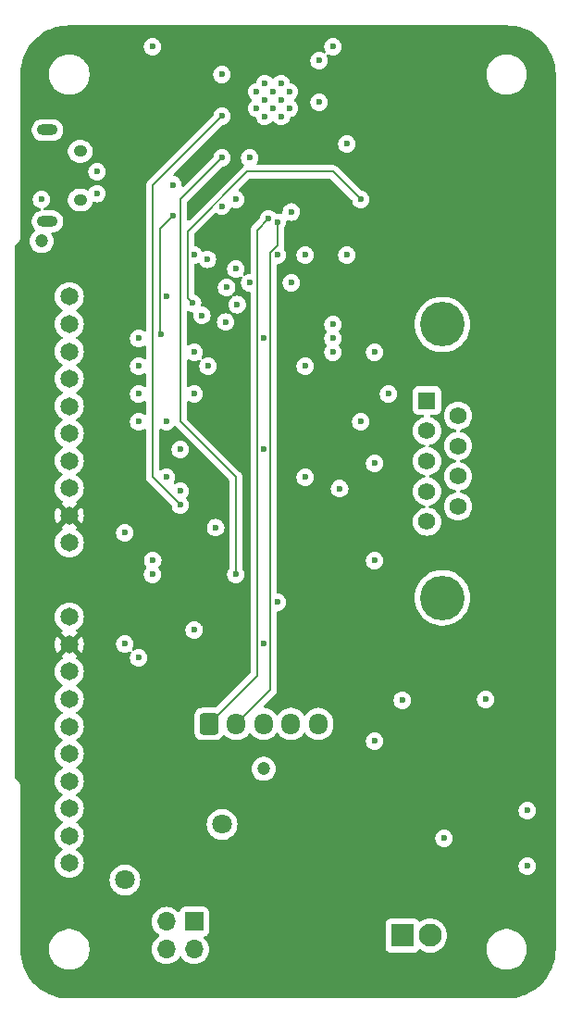
<source format=gbr>
%TF.GenerationSoftware,KiCad,Pcbnew,8.0.5*%
%TF.CreationDate,2024-10-10T20:32:43-06:00*%
%TF.ProjectId,PancakeCNCPCB,50616e63-616b-4654-934e-435043422e6b,rev?*%
%TF.SameCoordinates,Original*%
%TF.FileFunction,Copper,L2,Inr*%
%TF.FilePolarity,Positive*%
%FSLAX46Y46*%
G04 Gerber Fmt 4.6, Leading zero omitted, Abs format (unit mm)*
G04 Created by KiCad (PCBNEW 8.0.5) date 2024-10-10 20:32:43*
%MOMM*%
%LPD*%
G01*
G04 APERTURE LIST*
G04 Aperture macros list*
%AMRoundRect*
0 Rectangle with rounded corners*
0 $1 Rounding radius*
0 $2 $3 $4 $5 $6 $7 $8 $9 X,Y pos of 4 corners*
0 Add a 4 corners polygon primitive as box body*
4,1,4,$2,$3,$4,$5,$6,$7,$8,$9,$2,$3,0*
0 Add four circle primitives for the rounded corners*
1,1,$1+$1,$2,$3*
1,1,$1+$1,$4,$5*
1,1,$1+$1,$6,$7*
1,1,$1+$1,$8,$9*
0 Add four rect primitives between the rounded corners*
20,1,$1+$1,$2,$3,$4,$5,0*
20,1,$1+$1,$4,$5,$6,$7,0*
20,1,$1+$1,$6,$7,$8,$9,0*
20,1,$1+$1,$8,$9,$2,$3,0*%
G04 Aperture macros list end*
%TA.AperFunction,ComponentPad*%
%ADD10C,0.600000*%
%TD*%
%TA.AperFunction,ComponentPad*%
%ADD11O,1.900000X1.000000*%
%TD*%
%TA.AperFunction,ComponentPad*%
%ADD12O,1.250000X1.050000*%
%TD*%
%TA.AperFunction,ComponentPad*%
%ADD13R,1.700000X1.700000*%
%TD*%
%TA.AperFunction,ComponentPad*%
%ADD14O,1.700000X1.700000*%
%TD*%
%TA.AperFunction,ComponentPad*%
%ADD15C,1.651000*%
%TD*%
%TA.AperFunction,ComponentPad*%
%ADD16R,1.575000X1.575000*%
%TD*%
%TA.AperFunction,ComponentPad*%
%ADD17C,1.575000*%
%TD*%
%TA.AperFunction,ComponentPad*%
%ADD18C,4.066000*%
%TD*%
%TA.AperFunction,ComponentPad*%
%ADD19RoundRect,0.250000X-0.600000X-0.725000X0.600000X-0.725000X0.600000X0.725000X-0.600000X0.725000X0*%
%TD*%
%TA.AperFunction,ComponentPad*%
%ADD20O,1.700000X1.950000*%
%TD*%
%TA.AperFunction,ComponentPad*%
%ADD21R,2.100000X2.100000*%
%TD*%
%TA.AperFunction,ComponentPad*%
%ADD22C,2.100000*%
%TD*%
%TA.AperFunction,ViaPad*%
%ADD23C,1.800000*%
%TD*%
%TA.AperFunction,ViaPad*%
%ADD24C,0.600000*%
%TD*%
%TA.AperFunction,ViaPad*%
%ADD25C,1.200000*%
%TD*%
%TA.AperFunction,Conductor*%
%ADD26C,0.200000*%
%TD*%
G04 APERTURE END LIST*
D10*
%TO.N,GND*%
%TO.C,U2*%
X50140000Y-52590000D03*
X50140000Y-54090000D03*
X50890000Y-51840000D03*
X50890000Y-53340000D03*
X50890000Y-54840000D03*
X51640000Y-52590000D03*
X51640000Y-54090000D03*
X52390000Y-51840000D03*
X52390000Y-53340000D03*
X52390000Y-54840000D03*
X53140000Y-52590000D03*
X53140000Y-54090000D03*
%TD*%
D11*
%TO.N,GND*%
%TO.C,J1*%
X31000000Y-64430000D03*
D12*
X34000000Y-62480000D03*
X34000000Y-58030000D03*
D11*
X31000000Y-56080000D03*
%TD*%
D13*
%TO.N,+12V*%
%TO.C,J7*%
X44430000Y-128470000D03*
D14*
%TO.N,VBUS*%
X41890000Y-128470000D03*
%TO.N,Net-(J7-Pin_b1)*%
X44430000Y-131010000D03*
X41890000Y-131010000D03*
%TD*%
D15*
%TO.N,Net-(J4-Pin_1)*%
%TO.C,J4*%
X33000000Y-71320000D03*
%TO.N,Net-(J4-Pin_2)*%
X33000000Y-73820000D03*
%TO.N,Net-(J4-Pin_3)*%
X33000000Y-76320000D03*
%TO.N,Net-(J4-Pin_4)*%
X33000000Y-78820000D03*
%TO.N,Net-(J4-Pin_5)*%
X33000000Y-81320000D03*
%TO.N,Net-(J4-Pin_6)*%
X33000000Y-83820000D03*
%TO.N,Net-(J4-Pin_7)*%
X33000000Y-86320000D03*
%TO.N,Net-(J4-Pin_8)*%
X33000000Y-88820000D03*
%TO.N,+3.3V*%
X33000000Y-91320000D03*
%TO.N,GND*%
X33000000Y-93820000D03*
%TD*%
%TO.N,Net-(J5-Pin_10)*%
%TO.C,J5*%
X33000000Y-123110000D03*
%TO.N,Net-(J5-Pin_9)*%
X33000000Y-120610000D03*
%TO.N,Net-(J5-Pin_8)*%
X33000000Y-118110000D03*
%TO.N,Net-(J5-Pin_7)*%
X33000000Y-115610000D03*
%TO.N,Net-(J5-Pin_6)*%
X33000000Y-113110000D03*
%TO.N,Net-(J5-Pin_5)*%
X33000000Y-110610000D03*
%TO.N,Net-(J5-Pin_4)*%
X33000000Y-108110000D03*
%TO.N,+5V*%
X33000000Y-105610000D03*
%TO.N,+3.3V*%
X33000000Y-103110000D03*
%TO.N,GND*%
X33000000Y-100610000D03*
%TD*%
D16*
%TO.N,Net-(U2-IO15)*%
%TO.C,J2*%
X65727500Y-80815000D03*
D17*
%TO.N,GND*%
X65727500Y-83585000D03*
%TO.N,Net-(U2-IO16)*%
X65727500Y-86355000D03*
%TO.N,GND*%
X65727500Y-89125000D03*
%TO.N,unconnected-(J2-Pad5)*%
X65727500Y-91895000D03*
%TO.N,unconnected-(J2-Pad6)*%
X68567500Y-82200000D03*
%TO.N,Net-(U6-B2)*%
X68567500Y-84970000D03*
%TO.N,+5V*%
X68567500Y-87740000D03*
%TO.N,GND*%
X68567500Y-90510000D03*
D18*
%TO.N,N/C*%
X67147500Y-98850000D03*
X67147500Y-73860000D03*
%TD*%
D19*
%TO.N,Net-(J6-Pin_1)*%
%TO.C,J6*%
X45780000Y-110390000D03*
D20*
%TO.N,Net-(J6-Pin_2)*%
X48280000Y-110390000D03*
%TO.N,Net-(J6-Pin_3)*%
X50780000Y-110390000D03*
%TO.N,+5V*%
X53280000Y-110390000D03*
%TO.N,GND*%
X55780000Y-110390000D03*
%TD*%
D21*
%TO.N,+12V*%
%TO.C,J3*%
X63480000Y-129740000D03*
D22*
%TO.N,GND*%
X66020000Y-129740000D03*
%TD*%
D23*
%TO.N,+3.3V*%
X45700000Y-114500000D03*
D24*
%TO.N,Net-(D4-A2)*%
X42490000Y-61096857D03*
X35540000Y-59890000D03*
%TO.N,GND*%
X57130000Y-48460000D03*
X40620000Y-48460000D03*
%TO.N,+3.3V*%
X41890000Y-49730000D03*
%TO.N,Net-(D3-A1)*%
X47300000Y-73646471D03*
%TO.N,Net-(D4-A2)*%
X42490000Y-63935834D03*
X41410616Y-74760854D03*
%TO.N,Net-(J5-Pin_9)*%
X59670000Y-62430000D03*
X44272510Y-71898961D03*
%TO.N,Net-(J5-Pin_7)*%
X46970000Y-63030000D03*
X41890000Y-71320000D03*
%TO.N,Net-(U2-IO15)*%
X60940000Y-76400000D03*
X57130000Y-75130000D03*
X58400000Y-67510000D03*
X58400000Y-57350000D03*
%TO.N,Net-(U2-IO16)*%
X57130000Y-73860000D03*
%TO.N,Net-(U2-IO15)*%
X62210000Y-80210000D03*
%TO.N,Net-(U2-IO17)*%
X49510000Y-58620000D03*
X48364265Y-72044265D03*
%TO.N,Net-(SW1A-D)*%
X46970000Y-51000000D03*
X45123909Y-73018016D03*
X47394265Y-70474265D03*
X45630000Y-67908446D03*
%TO.N,+5V*%
X54590000Y-87830000D03*
%TO.N,Net-(U6-B2)*%
X60940000Y-86560000D03*
%TO.N,Net-(U2-IO21)*%
X43160000Y-90370000D03*
X46970000Y-54810000D03*
%TO.N,Net-(U2-IO12)*%
X52050000Y-67510000D03*
X43160000Y-89100000D03*
%TO.N,Net-(J6-Pin_3)*%
X46970000Y-58620000D03*
X48240000Y-96720000D03*
%TO.N,Net-(J6-Pin_2)*%
X52050000Y-64499998D03*
%TO.N,Net-(J6-Pin_1)*%
X51233620Y-64176418D03*
%TO.N,Net-(SW1A-D)*%
X43160000Y-85290000D03*
X41890000Y-87830000D03*
%TO.N,Net-(U2-IO3)*%
X44430000Y-67510000D03*
X63480000Y-108230000D03*
X38080000Y-92910000D03*
X60940000Y-95450000D03*
%TO.N,Net-(J5-Pin_9)*%
X57730000Y-88870389D03*
X50780000Y-103070000D03*
%TO.N,Net-(J5-Pin_8)*%
X44430000Y-80210000D03*
X40630243Y-95439756D03*
%TO.N,Net-(J5-Pin_7)*%
X50780000Y-85290000D03*
X40620000Y-96720000D03*
%TO.N,Net-(J5-Pin_6)*%
X44430000Y-101800000D03*
X57130000Y-76400000D03*
%TO.N,Net-(J5-Pin_5)*%
X55860000Y-53540000D03*
X39350000Y-104340000D03*
D23*
%TO.N,GND*%
X38080000Y-124660000D03*
%TO.N,Net-(J7-Pin_b1)*%
X46970000Y-119580000D03*
%TO.N,+3.3V*%
X40728859Y-124768859D03*
D24*
%TO.N,GND*%
X74910000Y-118310000D03*
%TO.N,+3.3V*%
X60940000Y-110690000D03*
%TO.N,GND*%
X60940000Y-111960000D03*
%TO.N,+3.3V*%
X73640000Y-108150000D03*
%TO.N,GND*%
X71100000Y-108150000D03*
X67290000Y-120850000D03*
X74910000Y-123390000D03*
%TO.N,+3.3V*%
X74910000Y-120850000D03*
D25*
%TO.N,+12V*%
X50780000Y-114500000D03*
D24*
%TO.N,GND*%
X52050000Y-99260000D03*
X44430000Y-76400000D03*
X46386762Y-92430021D03*
%TO.N,+3.3V*%
X46235542Y-88563124D03*
%TO.N,GND*%
X30460000Y-62430000D03*
X41890000Y-82750000D03*
%TO.N,+3.3V*%
X48240000Y-82750000D03*
%TO.N,GND*%
X59670000Y-82750000D03*
X50780000Y-75130000D03*
%TO.N,+3.3V*%
X58400000Y-77670000D03*
X58400000Y-75130000D03*
%TO.N,GND*%
X54590000Y-77670000D03*
%TO.N,+3.3V*%
X53320000Y-75130000D03*
X48240000Y-76400000D03*
X45700000Y-78940000D03*
%TO.N,Net-(J4-Pin_8)*%
X54590000Y-67510000D03*
X39350000Y-82750000D03*
%TO.N,Net-(J4-Pin_5)*%
X53308185Y-63576418D03*
X39350000Y-75130000D03*
%TO.N,Net-(J4-Pin_6)*%
X39350000Y-77670000D03*
X48240000Y-68780000D03*
%TO.N,Net-(J4-Pin_7)*%
X49510000Y-70050000D03*
X39350000Y-80210000D03*
%TO.N,Net-(D3-A1)*%
X35540000Y-61895000D03*
X48240000Y-62430000D03*
D25*
%TO.N,VBUS*%
X30460000Y-66240000D03*
D24*
%TO.N,Net-(J5-Pin_8)*%
X45700000Y-77670000D03*
X53320000Y-70050000D03*
%TO.N,Net-(J5-Pin_4)*%
X55860000Y-49730000D03*
X38080000Y-103070000D03*
%TD*%
D26*
%TO.N,Net-(J6-Pin_2)*%
X51380000Y-107290000D02*
X48280000Y-110390000D01*
X52050000Y-64499998D02*
X52050000Y-66661471D01*
X52050000Y-66661471D02*
X51380000Y-67331471D01*
X51380000Y-67331471D02*
X51380000Y-107290000D01*
%TO.N,Net-(J6-Pin_1)*%
X50180000Y-105990000D02*
X45780000Y-110390000D01*
X51233620Y-64176418D02*
X50180000Y-65230038D01*
X50180000Y-65230038D02*
X50180000Y-105990000D01*
%TO.N,Net-(D4-A2)*%
X41290000Y-74640238D02*
X41290000Y-65135834D01*
X41410616Y-74760854D02*
X41290000Y-74640238D01*
X41290000Y-65135834D02*
X42490000Y-63935834D01*
%TO.N,Net-(J5-Pin_9)*%
X44272510Y-71898961D02*
X43830000Y-71456451D01*
X49261471Y-59890000D02*
X57130000Y-59890000D01*
X43830000Y-71456451D02*
X43830000Y-65321471D01*
X43830000Y-65321471D02*
X49261471Y-59890000D01*
X57130000Y-59890000D02*
X59670000Y-62430000D01*
%TO.N,Net-(U2-IO21)*%
X43160000Y-90370000D02*
X40620000Y-87830000D01*
X40620000Y-61160000D02*
X46970000Y-54810000D01*
X40620000Y-87830000D02*
X40620000Y-61160000D01*
%TO.N,Net-(J6-Pin_3)*%
X48240000Y-96720000D02*
X48240000Y-87830000D01*
X43160000Y-62430000D02*
X46970000Y-58620000D01*
X43160000Y-82750000D02*
X43160000Y-62430000D01*
X48240000Y-87830000D02*
X43160000Y-82750000D01*
%TD*%
%TA.AperFunction,Conductor*%
%TO.N,+3.3V*%
G36*
X73002702Y-46500617D02*
G01*
X73386771Y-46517386D01*
X73397506Y-46518326D01*
X73775971Y-46568152D01*
X73786597Y-46570025D01*
X74159284Y-46652648D01*
X74169710Y-46655442D01*
X74533765Y-46770227D01*
X74543911Y-46773920D01*
X74896578Y-46920000D01*
X74906369Y-46924566D01*
X75244942Y-47100816D01*
X75254310Y-47106224D01*
X75576244Y-47311318D01*
X75585105Y-47317523D01*
X75887930Y-47549889D01*
X75896217Y-47556843D01*
X76177635Y-47814715D01*
X76185284Y-47822364D01*
X76443156Y-48103782D01*
X76450110Y-48112069D01*
X76682476Y-48414894D01*
X76688681Y-48423755D01*
X76893775Y-48745689D01*
X76899183Y-48755057D01*
X77075430Y-49093623D01*
X77080002Y-49103427D01*
X77226075Y-49456078D01*
X77229775Y-49466244D01*
X77344554Y-49830278D01*
X77347354Y-49840727D01*
X77429971Y-50213389D01*
X77431849Y-50224042D01*
X77481671Y-50602473D01*
X77482614Y-50613249D01*
X77499382Y-50997297D01*
X77499500Y-51002706D01*
X77499500Y-130997293D01*
X77499382Y-131002702D01*
X77482614Y-131386750D01*
X77481671Y-131397526D01*
X77431849Y-131775957D01*
X77429971Y-131786610D01*
X77347354Y-132159272D01*
X77344554Y-132169721D01*
X77229775Y-132533755D01*
X77226075Y-132543921D01*
X77080002Y-132896572D01*
X77075430Y-132906376D01*
X76899183Y-133244942D01*
X76893775Y-133254310D01*
X76688681Y-133576244D01*
X76682476Y-133585105D01*
X76450110Y-133887930D01*
X76443156Y-133896217D01*
X76185284Y-134177635D01*
X76177635Y-134185284D01*
X75896217Y-134443156D01*
X75887930Y-134450110D01*
X75585105Y-134682476D01*
X75576244Y-134688681D01*
X75254310Y-134893775D01*
X75244942Y-134899183D01*
X74906376Y-135075430D01*
X74896572Y-135080002D01*
X74543921Y-135226075D01*
X74533755Y-135229775D01*
X74169721Y-135344554D01*
X74159272Y-135347354D01*
X73786610Y-135429971D01*
X73775957Y-135431849D01*
X73397526Y-135481671D01*
X73386750Y-135482614D01*
X73002703Y-135499382D01*
X72997294Y-135499500D01*
X33002706Y-135499500D01*
X32997297Y-135499382D01*
X32613249Y-135482614D01*
X32602473Y-135481671D01*
X32224042Y-135431849D01*
X32213389Y-135429971D01*
X31840727Y-135347354D01*
X31830278Y-135344554D01*
X31466244Y-135229775D01*
X31456078Y-135226075D01*
X31103427Y-135080002D01*
X31093623Y-135075430D01*
X30755057Y-134899183D01*
X30745689Y-134893775D01*
X30423755Y-134688681D01*
X30414894Y-134682476D01*
X30112069Y-134450110D01*
X30103782Y-134443156D01*
X29822364Y-134185284D01*
X29814715Y-134177635D01*
X29556843Y-133896217D01*
X29549889Y-133887930D01*
X29317523Y-133585105D01*
X29311318Y-133576244D01*
X29106224Y-133254310D01*
X29100816Y-133244942D01*
X28924569Y-132906376D01*
X28919997Y-132896572D01*
X28773920Y-132543911D01*
X28770224Y-132533755D01*
X28655442Y-132169710D01*
X28652648Y-132159284D01*
X28570025Y-131786597D01*
X28568152Y-131775971D01*
X28518326Y-131397506D01*
X28517386Y-131386771D01*
X28500618Y-131002702D01*
X28500500Y-130997293D01*
X28500500Y-130878711D01*
X31149500Y-130878711D01*
X31149500Y-131121288D01*
X31181161Y-131361785D01*
X31243947Y-131596104D01*
X31336773Y-131820205D01*
X31336776Y-131820212D01*
X31458064Y-132030289D01*
X31458066Y-132030292D01*
X31458067Y-132030293D01*
X31605733Y-132222736D01*
X31605739Y-132222743D01*
X31777256Y-132394260D01*
X31777262Y-132394265D01*
X31969711Y-132541936D01*
X32179788Y-132663224D01*
X32403900Y-132756054D01*
X32638211Y-132818838D01*
X32818586Y-132842584D01*
X32878711Y-132850500D01*
X32878712Y-132850500D01*
X33121289Y-132850500D01*
X33169388Y-132844167D01*
X33361789Y-132818838D01*
X33596100Y-132756054D01*
X33820212Y-132663224D01*
X34030289Y-132541936D01*
X34222738Y-132394265D01*
X34394265Y-132222738D01*
X34541936Y-132030289D01*
X34663224Y-131820212D01*
X34756054Y-131596100D01*
X34818838Y-131361789D01*
X34850500Y-131121288D01*
X34850500Y-130878712D01*
X34818838Y-130638211D01*
X34756054Y-130403900D01*
X34663224Y-130179788D01*
X34541936Y-129969711D01*
X34394265Y-129777262D01*
X34394260Y-129777256D01*
X34222743Y-129605739D01*
X34222736Y-129605733D01*
X34030293Y-129458067D01*
X34030292Y-129458066D01*
X34030289Y-129458064D01*
X33848458Y-129353084D01*
X33820214Y-129336777D01*
X33820205Y-129336773D01*
X33596104Y-129243947D01*
X33361785Y-129181161D01*
X33121289Y-129149500D01*
X33121288Y-129149500D01*
X32878712Y-129149500D01*
X32878711Y-129149500D01*
X32638214Y-129181161D01*
X32403895Y-129243947D01*
X32179794Y-129336773D01*
X32179785Y-129336777D01*
X31969706Y-129458067D01*
X31777263Y-129605733D01*
X31777256Y-129605739D01*
X31605739Y-129777256D01*
X31605733Y-129777263D01*
X31458067Y-129969706D01*
X31336777Y-130179785D01*
X31336773Y-130179794D01*
X31243947Y-130403895D01*
X31181161Y-130638214D01*
X31149500Y-130878711D01*
X28500500Y-130878711D01*
X28500500Y-128469999D01*
X40534341Y-128469999D01*
X40534341Y-128470000D01*
X40554936Y-128705403D01*
X40554938Y-128705413D01*
X40616094Y-128933655D01*
X40616096Y-128933659D01*
X40616097Y-128933663D01*
X40662843Y-129033910D01*
X40715965Y-129147830D01*
X40715967Y-129147834D01*
X40739304Y-129181162D01*
X40848264Y-129336773D01*
X40851501Y-129341395D01*
X40851506Y-129341402D01*
X41018597Y-129508493D01*
X41018603Y-129508498D01*
X41204158Y-129638425D01*
X41247783Y-129693002D01*
X41254977Y-129762500D01*
X41223454Y-129824855D01*
X41204158Y-129841575D01*
X41018597Y-129971505D01*
X40851505Y-130138597D01*
X40715965Y-130332169D01*
X40715964Y-130332171D01*
X40616098Y-130546335D01*
X40616094Y-130546344D01*
X40554938Y-130774586D01*
X40554936Y-130774596D01*
X40534341Y-131009999D01*
X40534341Y-131010000D01*
X40554936Y-131245403D01*
X40554938Y-131245413D01*
X40616094Y-131473655D01*
X40616096Y-131473659D01*
X40616097Y-131473663D01*
X40696004Y-131645023D01*
X40715965Y-131687830D01*
X40715967Y-131687834D01*
X40808655Y-131820205D01*
X40851505Y-131881401D01*
X41018599Y-132048495D01*
X41115384Y-132116265D01*
X41212165Y-132184032D01*
X41212167Y-132184033D01*
X41212170Y-132184035D01*
X41426337Y-132283903D01*
X41654592Y-132345063D01*
X41842918Y-132361539D01*
X41889999Y-132365659D01*
X41890000Y-132365659D01*
X41890001Y-132365659D01*
X41929234Y-132362226D01*
X42125408Y-132345063D01*
X42353663Y-132283903D01*
X42567830Y-132184035D01*
X42761401Y-132048495D01*
X42928495Y-131881401D01*
X43058425Y-131695842D01*
X43113002Y-131652217D01*
X43182500Y-131645023D01*
X43244855Y-131676546D01*
X43261575Y-131695842D01*
X43391500Y-131881395D01*
X43391505Y-131881401D01*
X43558599Y-132048495D01*
X43655384Y-132116265D01*
X43752165Y-132184032D01*
X43752167Y-132184033D01*
X43752170Y-132184035D01*
X43966337Y-132283903D01*
X44194592Y-132345063D01*
X44382918Y-132361539D01*
X44429999Y-132365659D01*
X44430000Y-132365659D01*
X44430001Y-132365659D01*
X44469234Y-132362226D01*
X44665408Y-132345063D01*
X44893663Y-132283903D01*
X45107830Y-132184035D01*
X45301401Y-132048495D01*
X45468495Y-131881401D01*
X45604035Y-131687830D01*
X45703903Y-131473663D01*
X45765063Y-131245408D01*
X45785659Y-131010000D01*
X45785020Y-131002702D01*
X45775815Y-130897483D01*
X45765063Y-130774592D01*
X45703903Y-130546337D01*
X45604035Y-130332171D01*
X45598424Y-130324158D01*
X45468496Y-130138600D01*
X45468493Y-130138597D01*
X45346567Y-130016671D01*
X45313084Y-129955351D01*
X45318068Y-129885659D01*
X45359939Y-129829725D01*
X45390915Y-129812810D01*
X45522331Y-129763796D01*
X45637546Y-129677546D01*
X45723796Y-129562331D01*
X45774091Y-129427483D01*
X45780500Y-129367873D01*
X45780500Y-128642135D01*
X61929500Y-128642135D01*
X61929500Y-130837870D01*
X61929501Y-130837876D01*
X61935908Y-130897483D01*
X61986202Y-131032328D01*
X61986206Y-131032335D01*
X62072452Y-131147544D01*
X62072455Y-131147547D01*
X62187664Y-131233793D01*
X62187671Y-131233797D01*
X62322517Y-131284091D01*
X62322516Y-131284091D01*
X62329444Y-131284835D01*
X62382127Y-131290500D01*
X64577872Y-131290499D01*
X64637483Y-131284091D01*
X64772331Y-131233796D01*
X64887546Y-131147546D01*
X64965087Y-131043964D01*
X65021019Y-131002095D01*
X65090711Y-130997111D01*
X65129142Y-131012550D01*
X65313910Y-131125777D01*
X65539381Y-131219169D01*
X65539378Y-131219169D01*
X65539384Y-131219170D01*
X65539388Y-131219172D01*
X65776698Y-131276146D01*
X66020000Y-131295294D01*
X66263302Y-131276146D01*
X66500612Y-131219172D01*
X66726089Y-131125777D01*
X66934179Y-130998259D01*
X67074152Y-130878711D01*
X71149500Y-130878711D01*
X71149500Y-131121288D01*
X71181161Y-131361785D01*
X71243947Y-131596104D01*
X71336773Y-131820205D01*
X71336776Y-131820212D01*
X71458064Y-132030289D01*
X71458066Y-132030292D01*
X71458067Y-132030293D01*
X71605733Y-132222736D01*
X71605739Y-132222743D01*
X71777256Y-132394260D01*
X71777262Y-132394265D01*
X71969711Y-132541936D01*
X72179788Y-132663224D01*
X72403900Y-132756054D01*
X72638211Y-132818838D01*
X72818586Y-132842584D01*
X72878711Y-132850500D01*
X72878712Y-132850500D01*
X73121289Y-132850500D01*
X73169388Y-132844167D01*
X73361789Y-132818838D01*
X73596100Y-132756054D01*
X73820212Y-132663224D01*
X74030289Y-132541936D01*
X74222738Y-132394265D01*
X74394265Y-132222738D01*
X74541936Y-132030289D01*
X74663224Y-131820212D01*
X74756054Y-131596100D01*
X74818838Y-131361789D01*
X74850500Y-131121288D01*
X74850500Y-130878712D01*
X74818838Y-130638211D01*
X74756054Y-130403900D01*
X74663224Y-130179788D01*
X74541936Y-129969711D01*
X74394265Y-129777262D01*
X74394260Y-129777256D01*
X74222743Y-129605739D01*
X74222736Y-129605733D01*
X74030293Y-129458067D01*
X74030292Y-129458066D01*
X74030289Y-129458064D01*
X73848458Y-129353084D01*
X73820214Y-129336777D01*
X73820205Y-129336773D01*
X73596104Y-129243947D01*
X73361785Y-129181161D01*
X73121289Y-129149500D01*
X73121288Y-129149500D01*
X72878712Y-129149500D01*
X72878711Y-129149500D01*
X72638214Y-129181161D01*
X72403895Y-129243947D01*
X72179794Y-129336773D01*
X72179785Y-129336777D01*
X71969706Y-129458067D01*
X71777263Y-129605733D01*
X71777256Y-129605739D01*
X71605739Y-129777256D01*
X71605733Y-129777263D01*
X71458067Y-129969706D01*
X71336777Y-130179785D01*
X71336773Y-130179794D01*
X71243947Y-130403895D01*
X71181161Y-130638214D01*
X71149500Y-130878711D01*
X67074152Y-130878711D01*
X67119759Y-130839759D01*
X67278259Y-130654179D01*
X67405777Y-130446089D01*
X67499172Y-130220612D01*
X67556146Y-129983302D01*
X67575294Y-129740000D01*
X67556146Y-129496698D01*
X67499172Y-129259388D01*
X67466770Y-129181161D01*
X67405777Y-129033910D01*
X67278262Y-128825826D01*
X67278261Y-128825823D01*
X67242453Y-128783897D01*
X67119759Y-128640241D01*
X66997063Y-128535449D01*
X66934176Y-128481738D01*
X66934173Y-128481737D01*
X66726089Y-128354222D01*
X66500618Y-128260830D01*
X66500621Y-128260830D01*
X66391308Y-128234586D01*
X66263302Y-128203854D01*
X66263300Y-128203853D01*
X66263297Y-128203853D01*
X66020000Y-128184706D01*
X65776702Y-128203853D01*
X65776698Y-128203854D01*
X65600301Y-128246204D01*
X65539380Y-128260830D01*
X65313910Y-128354222D01*
X65129142Y-128467449D01*
X65061696Y-128485694D01*
X64995094Y-128464578D01*
X64965086Y-128436033D01*
X64887547Y-128332455D01*
X64887544Y-128332452D01*
X64772335Y-128246206D01*
X64772328Y-128246202D01*
X64637482Y-128195908D01*
X64637483Y-128195908D01*
X64577883Y-128189501D01*
X64577881Y-128189500D01*
X64577873Y-128189500D01*
X64577864Y-128189500D01*
X62382129Y-128189500D01*
X62382123Y-128189501D01*
X62322516Y-128195908D01*
X62187671Y-128246202D01*
X62187664Y-128246206D01*
X62072455Y-128332452D01*
X62072452Y-128332455D01*
X61986206Y-128447664D01*
X61986202Y-128447671D01*
X61935908Y-128582517D01*
X61929501Y-128642116D01*
X61929500Y-128642135D01*
X45780500Y-128642135D01*
X45780499Y-127572128D01*
X45774091Y-127512517D01*
X45772810Y-127509083D01*
X45723797Y-127377671D01*
X45723793Y-127377664D01*
X45637547Y-127262455D01*
X45637544Y-127262452D01*
X45522335Y-127176206D01*
X45522328Y-127176202D01*
X45387482Y-127125908D01*
X45387483Y-127125908D01*
X45327883Y-127119501D01*
X45327881Y-127119500D01*
X45327873Y-127119500D01*
X45327864Y-127119500D01*
X43532129Y-127119500D01*
X43532123Y-127119501D01*
X43472516Y-127125908D01*
X43337671Y-127176202D01*
X43337664Y-127176206D01*
X43222455Y-127262452D01*
X43222452Y-127262455D01*
X43136206Y-127377664D01*
X43136203Y-127377669D01*
X43087189Y-127509083D01*
X43045317Y-127565016D01*
X42979853Y-127589433D01*
X42911580Y-127574581D01*
X42883326Y-127553430D01*
X42761402Y-127431506D01*
X42761395Y-127431501D01*
X42567834Y-127295967D01*
X42567830Y-127295965D01*
X42567828Y-127295964D01*
X42353663Y-127196097D01*
X42353659Y-127196096D01*
X42353655Y-127196094D01*
X42125413Y-127134938D01*
X42125403Y-127134936D01*
X41890001Y-127114341D01*
X41889999Y-127114341D01*
X41654596Y-127134936D01*
X41654586Y-127134938D01*
X41426344Y-127196094D01*
X41426335Y-127196098D01*
X41212171Y-127295964D01*
X41212169Y-127295965D01*
X41018597Y-127431505D01*
X40851505Y-127598597D01*
X40715965Y-127792169D01*
X40715964Y-127792171D01*
X40616098Y-128006335D01*
X40616094Y-128006344D01*
X40554938Y-128234586D01*
X40554936Y-128234596D01*
X40534341Y-128469999D01*
X28500500Y-128469999D01*
X28500500Y-124659993D01*
X36674700Y-124659993D01*
X36674700Y-124660006D01*
X36693864Y-124891297D01*
X36693866Y-124891308D01*
X36750842Y-125116300D01*
X36844075Y-125328848D01*
X36971016Y-125523147D01*
X36971019Y-125523151D01*
X36971021Y-125523153D01*
X37128216Y-125693913D01*
X37128219Y-125693915D01*
X37128222Y-125693918D01*
X37311365Y-125836464D01*
X37311371Y-125836468D01*
X37311374Y-125836470D01*
X37515497Y-125946936D01*
X37629487Y-125986068D01*
X37735015Y-126022297D01*
X37735017Y-126022297D01*
X37735019Y-126022298D01*
X37963951Y-126060500D01*
X37963952Y-126060500D01*
X38196048Y-126060500D01*
X38196049Y-126060500D01*
X38424981Y-126022298D01*
X38644503Y-125946936D01*
X38848626Y-125836470D01*
X39031784Y-125693913D01*
X39188979Y-125523153D01*
X39315924Y-125328849D01*
X39409157Y-125116300D01*
X39466134Y-124891305D01*
X39485300Y-124660000D01*
X39485300Y-124659993D01*
X39466135Y-124428702D01*
X39466133Y-124428691D01*
X39409157Y-124203699D01*
X39315924Y-123991151D01*
X39188983Y-123796852D01*
X39188980Y-123796849D01*
X39188979Y-123796847D01*
X39031784Y-123626087D01*
X39031779Y-123626083D01*
X39031777Y-123626081D01*
X38848634Y-123483535D01*
X38848628Y-123483531D01*
X38675791Y-123389996D01*
X74104435Y-123389996D01*
X74104435Y-123390003D01*
X74124630Y-123569249D01*
X74124631Y-123569254D01*
X74184211Y-123739523D01*
X74280184Y-123892262D01*
X74407738Y-124019816D01*
X74560478Y-124115789D01*
X74600105Y-124129655D01*
X74730745Y-124175368D01*
X74730750Y-124175369D01*
X74909996Y-124195565D01*
X74910000Y-124195565D01*
X74910004Y-124195565D01*
X75089249Y-124175369D01*
X75089252Y-124175368D01*
X75089255Y-124175368D01*
X75259522Y-124115789D01*
X75412262Y-124019816D01*
X75539816Y-123892262D01*
X75635789Y-123739522D01*
X75695368Y-123569255D01*
X75695820Y-123565243D01*
X75715565Y-123390003D01*
X75715565Y-123389996D01*
X75695369Y-123210750D01*
X75695368Y-123210745D01*
X75635788Y-123040476D01*
X75539815Y-122887737D01*
X75412262Y-122760184D01*
X75259523Y-122664211D01*
X75089254Y-122604631D01*
X75089249Y-122604630D01*
X74910004Y-122584435D01*
X74909996Y-122584435D01*
X74730750Y-122604630D01*
X74730745Y-122604631D01*
X74560476Y-122664211D01*
X74407737Y-122760184D01*
X74280184Y-122887737D01*
X74184211Y-123040476D01*
X74124631Y-123210745D01*
X74124630Y-123210750D01*
X74104435Y-123389996D01*
X38675791Y-123389996D01*
X38644504Y-123373064D01*
X38644495Y-123373061D01*
X38424984Y-123297702D01*
X38253282Y-123269050D01*
X38196049Y-123259500D01*
X37963951Y-123259500D01*
X37918164Y-123267140D01*
X37735015Y-123297702D01*
X37515504Y-123373061D01*
X37515495Y-123373064D01*
X37311371Y-123483531D01*
X37311365Y-123483535D01*
X37128222Y-123626081D01*
X37128219Y-123626084D01*
X36971016Y-123796852D01*
X36844075Y-123991151D01*
X36750842Y-124203699D01*
X36693866Y-124428691D01*
X36693864Y-124428702D01*
X36674700Y-124659993D01*
X28500500Y-124659993D01*
X28500500Y-115934110D01*
X28500500Y-115934108D01*
X28466392Y-115806814D01*
X28400500Y-115692686D01*
X28307314Y-115599500D01*
X28036319Y-115328505D01*
X28002834Y-115267182D01*
X28000000Y-115240824D01*
X28000000Y-100609999D01*
X31668935Y-100609999D01*
X31668935Y-100610000D01*
X31689156Y-100841132D01*
X31689158Y-100841142D01*
X31749205Y-101065243D01*
X31749207Y-101065247D01*
X31749208Y-101065251D01*
X31787287Y-101146912D01*
X31847263Y-101275532D01*
X31847264Y-101275533D01*
X31980345Y-101465592D01*
X32144408Y-101629655D01*
X32328748Y-101758731D01*
X32372372Y-101813307D01*
X32379564Y-101882806D01*
X32348042Y-101945160D01*
X32328746Y-101961880D01*
X32256218Y-102012664D01*
X32256217Y-102012665D01*
X32812210Y-102568657D01*
X32779409Y-102577447D01*
X32649091Y-102652687D01*
X32542687Y-102759091D01*
X32467447Y-102889409D01*
X32458657Y-102922209D01*
X31902665Y-102366217D01*
X31902664Y-102366218D01*
X31847701Y-102444715D01*
X31749681Y-102654917D01*
X31689651Y-102878948D01*
X31689650Y-102878955D01*
X31669437Y-103109998D01*
X31669437Y-103110001D01*
X31689650Y-103341044D01*
X31689651Y-103341051D01*
X31749678Y-103565074D01*
X31749681Y-103565080D01*
X31847699Y-103775281D01*
X31902665Y-103853781D01*
X32458657Y-103297789D01*
X32467447Y-103330591D01*
X32542687Y-103460909D01*
X32649091Y-103567313D01*
X32779409Y-103642553D01*
X32812210Y-103651342D01*
X32256218Y-104207333D01*
X32328747Y-104258119D01*
X32372371Y-104312696D01*
X32379564Y-104382195D01*
X32348042Y-104444549D01*
X32328747Y-104461269D01*
X32144403Y-104590348D01*
X31980345Y-104754406D01*
X31847266Y-104944463D01*
X31847264Y-104944467D01*
X31749209Y-105154747D01*
X31749205Y-105154756D01*
X31689158Y-105378857D01*
X31689156Y-105378867D01*
X31668935Y-105609999D01*
X31668935Y-105610000D01*
X31689156Y-105841132D01*
X31689158Y-105841142D01*
X31749205Y-106065243D01*
X31749207Y-106065247D01*
X31749208Y-106065251D01*
X31798236Y-106170392D01*
X31847263Y-106275532D01*
X31847264Y-106275533D01*
X31980345Y-106465592D01*
X32144408Y-106629655D01*
X32328311Y-106758426D01*
X32371936Y-106813002D01*
X32379128Y-106882501D01*
X32347606Y-106944855D01*
X32328310Y-106961575D01*
X32144406Y-107090345D01*
X31980345Y-107254406D01*
X31847266Y-107444463D01*
X31847264Y-107444467D01*
X31749209Y-107654747D01*
X31749205Y-107654756D01*
X31689158Y-107878857D01*
X31689156Y-107878867D01*
X31668935Y-108109999D01*
X31668935Y-108110000D01*
X31689156Y-108341132D01*
X31689158Y-108341142D01*
X31749205Y-108565243D01*
X31749207Y-108565247D01*
X31749208Y-108565251D01*
X31789782Y-108652262D01*
X31847263Y-108775532D01*
X31847264Y-108775533D01*
X31980345Y-108965592D01*
X32144408Y-109129655D01*
X32328311Y-109258426D01*
X32371936Y-109313002D01*
X32379128Y-109382501D01*
X32347606Y-109444855D01*
X32328310Y-109461575D01*
X32144406Y-109590345D01*
X31980345Y-109754406D01*
X31847266Y-109944463D01*
X31847264Y-109944467D01*
X31749209Y-110154747D01*
X31749205Y-110154756D01*
X31689158Y-110378857D01*
X31689156Y-110378867D01*
X31668935Y-110609999D01*
X31668935Y-110610000D01*
X31689156Y-110841132D01*
X31689158Y-110841142D01*
X31749205Y-111065243D01*
X31749207Y-111065247D01*
X31749208Y-111065251D01*
X31749507Y-111065892D01*
X31847263Y-111275532D01*
X31847264Y-111275533D01*
X31980345Y-111465592D01*
X32144408Y-111629655D01*
X32328311Y-111758426D01*
X32371936Y-111813002D01*
X32379128Y-111882501D01*
X32347606Y-111944855D01*
X32328310Y-111961575D01*
X32144406Y-112090345D01*
X31980345Y-112254406D01*
X31847266Y-112444463D01*
X31847264Y-112444467D01*
X31749209Y-112654747D01*
X31749205Y-112654756D01*
X31689158Y-112878857D01*
X31689156Y-112878867D01*
X31668935Y-113109999D01*
X31668935Y-113110000D01*
X31689156Y-113341132D01*
X31689158Y-113341142D01*
X31749205Y-113565243D01*
X31749207Y-113565247D01*
X31749208Y-113565251D01*
X31773813Y-113618017D01*
X31847263Y-113775532D01*
X31847264Y-113775533D01*
X31980345Y-113965592D01*
X32144408Y-114129655D01*
X32328311Y-114258426D01*
X32371936Y-114313002D01*
X32379128Y-114382501D01*
X32347606Y-114444855D01*
X32328310Y-114461575D01*
X32144406Y-114590345D01*
X31980345Y-114754406D01*
X31847266Y-114944463D01*
X31847264Y-114944467D01*
X31749209Y-115154747D01*
X31749205Y-115154756D01*
X31689158Y-115378857D01*
X31689156Y-115378867D01*
X31668935Y-115609999D01*
X31668935Y-115610000D01*
X31689156Y-115841132D01*
X31689158Y-115841142D01*
X31749205Y-116065243D01*
X31749207Y-116065247D01*
X31749208Y-116065251D01*
X31798236Y-116170392D01*
X31847263Y-116275532D01*
X31847264Y-116275533D01*
X31980345Y-116465592D01*
X32144408Y-116629655D01*
X32328311Y-116758426D01*
X32371936Y-116813002D01*
X32379128Y-116882501D01*
X32347606Y-116944855D01*
X32328310Y-116961575D01*
X32144406Y-117090345D01*
X31980345Y-117254406D01*
X31847266Y-117444463D01*
X31847264Y-117444467D01*
X31749209Y-117654747D01*
X31749205Y-117654756D01*
X31689158Y-117878857D01*
X31689156Y-117878867D01*
X31668935Y-118109999D01*
X31668935Y-118110000D01*
X31689156Y-118341132D01*
X31689158Y-118341142D01*
X31749205Y-118565243D01*
X31749207Y-118565247D01*
X31749208Y-118565251D01*
X31793167Y-118659522D01*
X31847263Y-118775532D01*
X31847264Y-118775533D01*
X31980345Y-118965592D01*
X32144408Y-119129655D01*
X32328311Y-119258426D01*
X32371936Y-119313002D01*
X32379128Y-119382501D01*
X32347606Y-119444855D01*
X32328310Y-119461575D01*
X32144406Y-119590345D01*
X31980345Y-119754406D01*
X31847266Y-119944463D01*
X31847264Y-119944467D01*
X31749209Y-120154747D01*
X31749205Y-120154756D01*
X31689158Y-120378857D01*
X31689156Y-120378867D01*
X31668935Y-120609999D01*
X31668935Y-120610000D01*
X31689156Y-120841132D01*
X31689158Y-120841142D01*
X31749205Y-121065243D01*
X31749207Y-121065247D01*
X31749208Y-121065251D01*
X31798236Y-121170392D01*
X31847263Y-121275532D01*
X31847264Y-121275533D01*
X31980345Y-121465592D01*
X32144408Y-121629655D01*
X32328311Y-121758426D01*
X32371936Y-121813002D01*
X32379128Y-121882501D01*
X32347606Y-121944855D01*
X32328310Y-121961575D01*
X32144406Y-122090345D01*
X31980345Y-122254406D01*
X31847266Y-122444463D01*
X31847264Y-122444467D01*
X31749209Y-122654747D01*
X31749205Y-122654756D01*
X31689158Y-122878857D01*
X31689156Y-122878867D01*
X31668935Y-123109999D01*
X31668935Y-123110000D01*
X31689156Y-123341132D01*
X31689158Y-123341142D01*
X31749205Y-123565243D01*
X31749207Y-123565247D01*
X31749208Y-123565251D01*
X31777575Y-123626084D01*
X31847263Y-123775532D01*
X31847264Y-123775533D01*
X31980345Y-123965592D01*
X32144408Y-124129655D01*
X32334467Y-124262736D01*
X32544749Y-124360792D01*
X32768863Y-124420843D01*
X32953772Y-124437020D01*
X32999999Y-124441065D01*
X33000000Y-124441065D01*
X33000001Y-124441065D01*
X33038522Y-124437694D01*
X33231137Y-124420843D01*
X33455251Y-124360792D01*
X33665533Y-124262736D01*
X33855592Y-124129655D01*
X34019655Y-123965592D01*
X34152736Y-123775533D01*
X34250792Y-123565251D01*
X34310843Y-123341137D01*
X34331065Y-123110000D01*
X34310843Y-122878863D01*
X34250792Y-122654749D01*
X34152736Y-122444468D01*
X34152734Y-122444465D01*
X34152733Y-122444463D01*
X34019654Y-122254406D01*
X33855596Y-122090349D01*
X33855592Y-122090345D01*
X33671688Y-121961573D01*
X33628064Y-121906998D01*
X33620872Y-121837499D01*
X33652394Y-121775145D01*
X33671685Y-121758427D01*
X33855592Y-121629655D01*
X34019655Y-121465592D01*
X34152736Y-121275533D01*
X34250792Y-121065251D01*
X34310843Y-120841137D01*
X34331065Y-120610000D01*
X34310843Y-120378863D01*
X34250792Y-120154749D01*
X34152736Y-119944468D01*
X34152734Y-119944465D01*
X34152733Y-119944463D01*
X34019654Y-119754406D01*
X33855596Y-119590349D01*
X33855592Y-119590345D01*
X33840808Y-119579993D01*
X45564700Y-119579993D01*
X45564700Y-119580006D01*
X45583864Y-119811297D01*
X45583866Y-119811308D01*
X45640842Y-120036300D01*
X45734075Y-120248848D01*
X45861016Y-120443147D01*
X45861019Y-120443151D01*
X45861021Y-120443153D01*
X46018216Y-120613913D01*
X46018219Y-120613915D01*
X46018222Y-120613918D01*
X46201365Y-120756464D01*
X46201371Y-120756468D01*
X46201374Y-120756470D01*
X46405497Y-120866936D01*
X46519487Y-120906068D01*
X46625015Y-120942297D01*
X46625017Y-120942297D01*
X46625019Y-120942298D01*
X46853951Y-120980500D01*
X46853952Y-120980500D01*
X47086048Y-120980500D01*
X47086049Y-120980500D01*
X47314981Y-120942298D01*
X47534503Y-120866936D01*
X47565805Y-120849996D01*
X66484435Y-120849996D01*
X66484435Y-120850003D01*
X66504630Y-121029249D01*
X66504631Y-121029254D01*
X66564211Y-121199523D01*
X66611971Y-121275532D01*
X66660184Y-121352262D01*
X66787738Y-121479816D01*
X66940478Y-121575789D01*
X67094404Y-121629650D01*
X67110745Y-121635368D01*
X67110750Y-121635369D01*
X67289996Y-121655565D01*
X67290000Y-121655565D01*
X67290004Y-121655565D01*
X67469249Y-121635369D01*
X67469252Y-121635368D01*
X67469255Y-121635368D01*
X67639522Y-121575789D01*
X67792262Y-121479816D01*
X67919816Y-121352262D01*
X68015789Y-121199522D01*
X68075368Y-121029255D01*
X68075369Y-121029249D01*
X68095565Y-120850003D01*
X68095565Y-120849996D01*
X68075369Y-120670750D01*
X68075368Y-120670745D01*
X68015788Y-120500476D01*
X67976582Y-120438080D01*
X67919816Y-120347738D01*
X67792262Y-120220184D01*
X67639523Y-120124211D01*
X67469254Y-120064631D01*
X67469249Y-120064630D01*
X67290004Y-120044435D01*
X67289996Y-120044435D01*
X67110750Y-120064630D01*
X67110745Y-120064631D01*
X66940476Y-120124211D01*
X66787737Y-120220184D01*
X66660184Y-120347737D01*
X66564211Y-120500476D01*
X66504631Y-120670745D01*
X66504630Y-120670750D01*
X66484435Y-120849996D01*
X47565805Y-120849996D01*
X47738626Y-120756470D01*
X47921784Y-120613913D01*
X48078979Y-120443153D01*
X48205924Y-120248849D01*
X48299157Y-120036300D01*
X48356134Y-119811305D01*
X48360849Y-119754406D01*
X48375300Y-119580006D01*
X48375300Y-119579993D01*
X48356135Y-119348702D01*
X48356133Y-119348691D01*
X48299157Y-119123699D01*
X48205924Y-118911151D01*
X48078983Y-118716852D01*
X48078980Y-118716849D01*
X48078979Y-118716847D01*
X47921784Y-118546087D01*
X47921779Y-118546083D01*
X47921777Y-118546081D01*
X47738634Y-118403535D01*
X47738628Y-118403531D01*
X47565791Y-118309996D01*
X74104435Y-118309996D01*
X74104435Y-118310003D01*
X74124630Y-118489249D01*
X74124631Y-118489254D01*
X74184211Y-118659523D01*
X74280184Y-118812262D01*
X74407738Y-118939816D01*
X74560478Y-119035789D01*
X74730745Y-119095368D01*
X74730750Y-119095369D01*
X74909996Y-119115565D01*
X74910000Y-119115565D01*
X74910004Y-119115565D01*
X75089249Y-119095369D01*
X75089252Y-119095368D01*
X75089255Y-119095368D01*
X75259522Y-119035789D01*
X75412262Y-118939816D01*
X75539816Y-118812262D01*
X75635789Y-118659522D01*
X75695368Y-118489255D01*
X75695369Y-118489249D01*
X75715565Y-118310003D01*
X75715565Y-118309996D01*
X75695369Y-118130750D01*
X75695368Y-118130745D01*
X75635788Y-117960476D01*
X75539815Y-117807737D01*
X75412262Y-117680184D01*
X75259523Y-117584211D01*
X75089254Y-117524631D01*
X75089249Y-117524630D01*
X74910004Y-117504435D01*
X74909996Y-117504435D01*
X74730750Y-117524630D01*
X74730745Y-117524631D01*
X74560476Y-117584211D01*
X74407737Y-117680184D01*
X74280184Y-117807737D01*
X74184211Y-117960476D01*
X74124631Y-118130745D01*
X74124630Y-118130750D01*
X74104435Y-118309996D01*
X47565791Y-118309996D01*
X47534504Y-118293064D01*
X47534495Y-118293061D01*
X47314984Y-118217702D01*
X47143282Y-118189050D01*
X47086049Y-118179500D01*
X46853951Y-118179500D01*
X46808164Y-118187140D01*
X46625015Y-118217702D01*
X46405504Y-118293061D01*
X46405495Y-118293064D01*
X46201371Y-118403531D01*
X46201365Y-118403535D01*
X46018222Y-118546081D01*
X46018219Y-118546084D01*
X46018216Y-118546086D01*
X46018216Y-118546087D01*
X45959267Y-118610122D01*
X45861016Y-118716852D01*
X45734075Y-118911151D01*
X45640842Y-119123699D01*
X45583866Y-119348691D01*
X45583864Y-119348702D01*
X45564700Y-119579993D01*
X33840808Y-119579993D01*
X33671688Y-119461573D01*
X33628064Y-119406998D01*
X33620872Y-119337499D01*
X33652394Y-119275145D01*
X33671685Y-119258427D01*
X33855592Y-119129655D01*
X34019655Y-118965592D01*
X34152736Y-118775533D01*
X34250792Y-118565251D01*
X34310843Y-118341137D01*
X34331065Y-118110000D01*
X34310843Y-117878863D01*
X34250792Y-117654749D01*
X34152736Y-117444468D01*
X34152734Y-117444465D01*
X34152733Y-117444463D01*
X34019654Y-117254406D01*
X33855596Y-117090349D01*
X33855592Y-117090345D01*
X33671688Y-116961573D01*
X33628064Y-116906998D01*
X33620872Y-116837499D01*
X33652394Y-116775145D01*
X33671685Y-116758427D01*
X33855592Y-116629655D01*
X34019655Y-116465592D01*
X34152736Y-116275533D01*
X34250792Y-116065251D01*
X34310843Y-115841137D01*
X34331065Y-115610000D01*
X34310843Y-115378863D01*
X34250792Y-115154749D01*
X34152736Y-114944468D01*
X34152734Y-114944465D01*
X34152733Y-114944463D01*
X34019654Y-114754406D01*
X33855596Y-114590349D01*
X33855592Y-114590345D01*
X33726566Y-114499999D01*
X49674785Y-114499999D01*
X49674785Y-114500000D01*
X49693602Y-114703082D01*
X49749417Y-114899247D01*
X49749422Y-114899260D01*
X49840327Y-115081821D01*
X49963237Y-115244581D01*
X50113958Y-115381980D01*
X50113960Y-115381982D01*
X50213141Y-115443392D01*
X50287363Y-115489348D01*
X50477544Y-115563024D01*
X50678024Y-115600500D01*
X50678026Y-115600500D01*
X50881974Y-115600500D01*
X50881976Y-115600500D01*
X51082456Y-115563024D01*
X51272637Y-115489348D01*
X51446041Y-115381981D01*
X51596764Y-115244579D01*
X51719673Y-115081821D01*
X51810582Y-114899250D01*
X51866397Y-114703083D01*
X51885215Y-114500000D01*
X51881654Y-114461575D01*
X51866397Y-114296917D01*
X51860202Y-114275145D01*
X51810582Y-114100750D01*
X51719673Y-113918179D01*
X51596764Y-113755421D01*
X51596762Y-113755418D01*
X51446041Y-113618019D01*
X51446039Y-113618017D01*
X51272642Y-113510655D01*
X51272635Y-113510651D01*
X51177546Y-113473814D01*
X51082456Y-113436976D01*
X50881976Y-113399500D01*
X50678024Y-113399500D01*
X50477544Y-113436976D01*
X50477541Y-113436976D01*
X50477541Y-113436977D01*
X50287364Y-113510651D01*
X50287357Y-113510655D01*
X50113960Y-113618017D01*
X50113958Y-113618019D01*
X49963237Y-113755418D01*
X49840327Y-113918178D01*
X49749422Y-114100739D01*
X49749417Y-114100752D01*
X49693602Y-114296917D01*
X49674785Y-114499999D01*
X33726566Y-114499999D01*
X33671688Y-114461573D01*
X33628064Y-114406998D01*
X33620872Y-114337499D01*
X33652394Y-114275145D01*
X33671685Y-114258427D01*
X33855592Y-114129655D01*
X34019655Y-113965592D01*
X34152736Y-113775533D01*
X34250792Y-113565251D01*
X34310843Y-113341137D01*
X34331065Y-113110000D01*
X34310843Y-112878863D01*
X34250792Y-112654749D01*
X34152736Y-112444468D01*
X34152734Y-112444465D01*
X34152733Y-112444463D01*
X34019654Y-112254406D01*
X33855596Y-112090349D01*
X33855592Y-112090345D01*
X33671688Y-111961573D01*
X33670427Y-111959996D01*
X60134435Y-111959996D01*
X60134435Y-111960003D01*
X60154630Y-112139249D01*
X60154631Y-112139254D01*
X60214211Y-112309523D01*
X60299000Y-112444463D01*
X60310184Y-112462262D01*
X60437738Y-112589816D01*
X60590478Y-112685789D01*
X60760745Y-112745368D01*
X60760750Y-112745369D01*
X60939996Y-112765565D01*
X60940000Y-112765565D01*
X60940004Y-112765565D01*
X61119249Y-112745369D01*
X61119252Y-112745368D01*
X61119255Y-112745368D01*
X61289522Y-112685789D01*
X61442262Y-112589816D01*
X61569816Y-112462262D01*
X61665789Y-112309522D01*
X61725368Y-112139255D01*
X61725369Y-112139249D01*
X61745565Y-111960003D01*
X61745565Y-111959996D01*
X61725369Y-111780750D01*
X61725368Y-111780745D01*
X61672499Y-111629655D01*
X61665789Y-111610478D01*
X61569816Y-111457738D01*
X61442262Y-111330184D01*
X61355284Y-111275532D01*
X61289523Y-111234211D01*
X61119254Y-111174631D01*
X61119249Y-111174630D01*
X60940004Y-111154435D01*
X60939996Y-111154435D01*
X60760750Y-111174630D01*
X60760745Y-111174631D01*
X60590476Y-111234211D01*
X60437737Y-111330184D01*
X60310184Y-111457737D01*
X60214211Y-111610476D01*
X60154631Y-111780745D01*
X60154630Y-111780750D01*
X60134435Y-111959996D01*
X33670427Y-111959996D01*
X33628064Y-111906998D01*
X33620872Y-111837499D01*
X33652394Y-111775145D01*
X33671685Y-111758427D01*
X33855592Y-111629655D01*
X34019655Y-111465592D01*
X34152736Y-111275533D01*
X34250792Y-111065251D01*
X34310843Y-110841137D01*
X34331065Y-110610000D01*
X34310843Y-110378863D01*
X34250792Y-110154749D01*
X34152736Y-109944468D01*
X34152734Y-109944465D01*
X34152733Y-109944463D01*
X34019654Y-109754406D01*
X33880230Y-109614983D01*
X44429500Y-109614983D01*
X44429500Y-111165001D01*
X44429501Y-111165018D01*
X44440000Y-111267796D01*
X44440001Y-111267799D01*
X44495185Y-111434331D01*
X44495187Y-111434336D01*
X44514466Y-111465592D01*
X44587288Y-111583656D01*
X44711344Y-111707712D01*
X44860666Y-111799814D01*
X45027203Y-111854999D01*
X45129991Y-111865500D01*
X46430008Y-111865499D01*
X46532797Y-111854999D01*
X46699334Y-111799814D01*
X46848656Y-111707712D01*
X46972712Y-111583656D01*
X47064814Y-111434334D01*
X47064814Y-111434331D01*
X47068178Y-111428879D01*
X47120126Y-111382154D01*
X47189088Y-111370931D01*
X47253170Y-111398774D01*
X47261398Y-111406294D01*
X47400213Y-111545109D01*
X47572179Y-111670048D01*
X47572181Y-111670049D01*
X47572184Y-111670051D01*
X47761588Y-111766557D01*
X47963757Y-111832246D01*
X48173713Y-111865500D01*
X48173714Y-111865500D01*
X48386286Y-111865500D01*
X48386287Y-111865500D01*
X48596243Y-111832246D01*
X48798412Y-111766557D01*
X48987816Y-111670051D01*
X49069815Y-111610476D01*
X49159786Y-111545109D01*
X49159788Y-111545106D01*
X49159792Y-111545104D01*
X49310104Y-111394792D01*
X49429683Y-111230204D01*
X49485011Y-111187540D01*
X49554624Y-111181561D01*
X49616420Y-111214166D01*
X49630313Y-111230199D01*
X49686340Y-111307314D01*
X49749896Y-111394792D01*
X49900213Y-111545109D01*
X50072179Y-111670048D01*
X50072181Y-111670049D01*
X50072184Y-111670051D01*
X50261588Y-111766557D01*
X50463757Y-111832246D01*
X50673713Y-111865500D01*
X50673714Y-111865500D01*
X50886286Y-111865500D01*
X50886287Y-111865500D01*
X51096243Y-111832246D01*
X51298412Y-111766557D01*
X51487816Y-111670051D01*
X51569815Y-111610476D01*
X51659786Y-111545109D01*
X51659788Y-111545106D01*
X51659792Y-111545104D01*
X51810104Y-111394792D01*
X51929683Y-111230204D01*
X51985011Y-111187540D01*
X52054624Y-111181561D01*
X52116420Y-111214166D01*
X52130313Y-111230199D01*
X52186340Y-111307314D01*
X52249896Y-111394792D01*
X52400213Y-111545109D01*
X52572179Y-111670048D01*
X52572181Y-111670049D01*
X52572184Y-111670051D01*
X52761588Y-111766557D01*
X52963757Y-111832246D01*
X53173713Y-111865500D01*
X53173714Y-111865500D01*
X53386286Y-111865500D01*
X53386287Y-111865500D01*
X53596243Y-111832246D01*
X53798412Y-111766557D01*
X53987816Y-111670051D01*
X54069815Y-111610476D01*
X54159786Y-111545109D01*
X54159788Y-111545106D01*
X54159792Y-111545104D01*
X54310104Y-111394792D01*
X54429683Y-111230204D01*
X54485011Y-111187540D01*
X54554624Y-111181561D01*
X54616420Y-111214166D01*
X54630313Y-111230199D01*
X54686340Y-111307314D01*
X54749896Y-111394792D01*
X54900213Y-111545109D01*
X55072179Y-111670048D01*
X55072181Y-111670049D01*
X55072184Y-111670051D01*
X55261588Y-111766557D01*
X55463757Y-111832246D01*
X55673713Y-111865500D01*
X55673714Y-111865500D01*
X55886286Y-111865500D01*
X55886287Y-111865500D01*
X56096243Y-111832246D01*
X56298412Y-111766557D01*
X56487816Y-111670051D01*
X56569815Y-111610476D01*
X56659786Y-111545109D01*
X56659788Y-111545106D01*
X56659792Y-111545104D01*
X56810104Y-111394792D01*
X56810106Y-111394788D01*
X56810109Y-111394786D01*
X56935048Y-111222820D01*
X56935047Y-111222820D01*
X56935051Y-111222816D01*
X57031557Y-111033412D01*
X57097246Y-110831243D01*
X57130500Y-110621287D01*
X57130500Y-110158713D01*
X57097246Y-109948757D01*
X57031557Y-109746588D01*
X56935051Y-109557184D01*
X56935049Y-109557181D01*
X56935048Y-109557179D01*
X56810109Y-109385213D01*
X56659786Y-109234890D01*
X56487820Y-109109951D01*
X56298414Y-109013444D01*
X56298413Y-109013443D01*
X56298412Y-109013443D01*
X56096243Y-108947754D01*
X56096241Y-108947753D01*
X56096240Y-108947753D01*
X55934957Y-108922208D01*
X55886287Y-108914500D01*
X55673713Y-108914500D01*
X55625042Y-108922208D01*
X55463760Y-108947753D01*
X55261585Y-109013444D01*
X55072179Y-109109951D01*
X54900213Y-109234890D01*
X54749894Y-109385209D01*
X54749890Y-109385214D01*
X54630318Y-109549793D01*
X54574989Y-109592459D01*
X54505375Y-109598438D01*
X54443580Y-109565833D01*
X54429682Y-109549793D01*
X54310109Y-109385214D01*
X54310105Y-109385209D01*
X54159786Y-109234890D01*
X53987820Y-109109951D01*
X53798414Y-109013444D01*
X53798413Y-109013443D01*
X53798412Y-109013443D01*
X53596243Y-108947754D01*
X53596241Y-108947753D01*
X53596240Y-108947753D01*
X53434957Y-108922208D01*
X53386287Y-108914500D01*
X53173713Y-108914500D01*
X53125042Y-108922208D01*
X52963760Y-108947753D01*
X52761585Y-109013444D01*
X52572179Y-109109951D01*
X52400213Y-109234890D01*
X52249894Y-109385209D01*
X52249890Y-109385214D01*
X52130318Y-109549793D01*
X52074989Y-109592459D01*
X52005375Y-109598438D01*
X51943580Y-109565833D01*
X51929682Y-109549793D01*
X51810109Y-109385214D01*
X51810105Y-109385209D01*
X51659786Y-109234890D01*
X51487820Y-109109951D01*
X51298414Y-109013444D01*
X51298413Y-109013443D01*
X51298412Y-109013443D01*
X51096243Y-108947754D01*
X51096241Y-108947753D01*
X51096240Y-108947753D01*
X50945504Y-108923879D01*
X50886287Y-108914500D01*
X50886286Y-108914500D01*
X50883596Y-108914074D01*
X50820461Y-108884145D01*
X50783530Y-108824833D01*
X50784528Y-108754971D01*
X50815311Y-108703922D01*
X51289238Y-108229996D01*
X62674435Y-108229996D01*
X62674435Y-108230003D01*
X62694630Y-108409249D01*
X62694631Y-108409254D01*
X62754211Y-108579523D01*
X62850184Y-108732262D01*
X62977738Y-108859816D01*
X63060257Y-108911666D01*
X63130121Y-108955565D01*
X63130478Y-108955789D01*
X63295244Y-109013443D01*
X63300745Y-109015368D01*
X63300750Y-109015369D01*
X63479996Y-109035565D01*
X63480000Y-109035565D01*
X63480004Y-109035565D01*
X63659249Y-109015369D01*
X63659252Y-109015368D01*
X63659255Y-109015368D01*
X63829522Y-108955789D01*
X63982262Y-108859816D01*
X64109816Y-108732262D01*
X64205789Y-108579522D01*
X64265368Y-108409255D01*
X64265369Y-108409249D01*
X64285565Y-108230003D01*
X64285565Y-108229996D01*
X64276551Y-108149996D01*
X70294435Y-108149996D01*
X70294435Y-108150003D01*
X70314630Y-108329249D01*
X70314631Y-108329254D01*
X70374211Y-108499523D01*
X70415506Y-108565243D01*
X70470184Y-108652262D01*
X70597738Y-108779816D01*
X70669382Y-108824833D01*
X70725055Y-108859815D01*
X70750478Y-108875789D01*
X70861108Y-108914500D01*
X70920745Y-108935368D01*
X70920750Y-108935369D01*
X71099996Y-108955565D01*
X71100000Y-108955565D01*
X71100004Y-108955565D01*
X71279249Y-108935369D01*
X71279252Y-108935368D01*
X71279255Y-108935368D01*
X71449522Y-108875789D01*
X71602262Y-108779816D01*
X71729816Y-108652262D01*
X71825789Y-108499522D01*
X71885368Y-108329255D01*
X71896551Y-108230003D01*
X71905565Y-108150003D01*
X71905565Y-108149996D01*
X71885369Y-107970750D01*
X71885368Y-107970745D01*
X71853782Y-107880478D01*
X71825789Y-107800478D01*
X71729816Y-107647738D01*
X71602262Y-107520184D01*
X71576841Y-107504211D01*
X71449523Y-107424211D01*
X71279254Y-107364631D01*
X71279249Y-107364630D01*
X71100004Y-107344435D01*
X71099996Y-107344435D01*
X70920750Y-107364630D01*
X70920745Y-107364631D01*
X70750476Y-107424211D01*
X70597737Y-107520184D01*
X70470184Y-107647737D01*
X70374211Y-107800476D01*
X70314631Y-107970745D01*
X70314630Y-107970750D01*
X70294435Y-108149996D01*
X64276551Y-108149996D01*
X64265369Y-108050750D01*
X64265368Y-108050745D01*
X64205789Y-107880478D01*
X64204770Y-107878857D01*
X64143114Y-107780732D01*
X64109816Y-107727738D01*
X63982262Y-107600184D01*
X63937255Y-107571904D01*
X63829523Y-107504211D01*
X63659254Y-107444631D01*
X63659249Y-107444630D01*
X63480004Y-107424435D01*
X63479996Y-107424435D01*
X63300750Y-107444630D01*
X63300745Y-107444631D01*
X63130476Y-107504211D01*
X62977737Y-107600184D01*
X62850184Y-107727737D01*
X62754211Y-107880476D01*
X62694631Y-108050745D01*
X62694630Y-108050750D01*
X62674435Y-108229996D01*
X51289238Y-108229996D01*
X51748713Y-107770521D01*
X51748716Y-107770520D01*
X51860520Y-107658716D01*
X51910639Y-107571904D01*
X51939577Y-107521785D01*
X51980501Y-107369057D01*
X51980501Y-107210943D01*
X51980501Y-107203348D01*
X51980500Y-107203330D01*
X51980500Y-100184209D01*
X52000185Y-100117170D01*
X52052989Y-100071415D01*
X52090617Y-100060989D01*
X52229249Y-100045369D01*
X52229252Y-100045368D01*
X52229255Y-100045368D01*
X52399522Y-99985789D01*
X52552262Y-99889816D01*
X52679816Y-99762262D01*
X52775789Y-99609522D01*
X52835368Y-99439255D01*
X52844387Y-99359208D01*
X52855565Y-99260003D01*
X52855565Y-99259996D01*
X52835369Y-99080750D01*
X52835368Y-99080745D01*
X52775788Y-98910476D01*
X52737784Y-98849994D01*
X64608991Y-98849994D01*
X64608991Y-98850005D01*
X64629006Y-99168149D01*
X64629007Y-99168156D01*
X64629008Y-99168160D01*
X64684157Y-99457263D01*
X64688744Y-99481306D01*
X64787254Y-99784488D01*
X64787256Y-99784493D01*
X64922986Y-100072932D01*
X64922989Y-100072938D01*
X65093799Y-100342093D01*
X65297008Y-100587730D01*
X65529391Y-100805953D01*
X65529401Y-100805961D01*
X65787287Y-100993326D01*
X65787292Y-100993328D01*
X65787299Y-100993334D01*
X66066655Y-101146912D01*
X66066660Y-101146914D01*
X66066662Y-101146915D01*
X66066663Y-101146916D01*
X66363054Y-101264265D01*
X66363057Y-101264266D01*
X66671827Y-101343544D01*
X66671831Y-101343545D01*
X66738182Y-101351927D01*
X66988094Y-101383499D01*
X66988103Y-101383499D01*
X66988106Y-101383500D01*
X66988108Y-101383500D01*
X67306892Y-101383500D01*
X67306894Y-101383500D01*
X67306897Y-101383499D01*
X67306905Y-101383499D01*
X67495626Y-101359657D01*
X67623169Y-101343545D01*
X67931942Y-101264266D01*
X68169567Y-101170184D01*
X68228336Y-101146916D01*
X68228337Y-101146915D01*
X68228335Y-101146915D01*
X68228345Y-101146912D01*
X68507701Y-100993334D01*
X68765607Y-100805955D01*
X68997993Y-100587729D01*
X69201197Y-100342098D01*
X69372012Y-100072936D01*
X69507746Y-99784487D01*
X69606257Y-99481302D01*
X69665992Y-99168160D01*
X69665993Y-99168149D01*
X69686009Y-98850005D01*
X69686009Y-98849994D01*
X69665993Y-98531850D01*
X69665992Y-98531843D01*
X69665992Y-98531840D01*
X69606257Y-98218698D01*
X69507746Y-97915513D01*
X69372012Y-97627064D01*
X69201197Y-97357902D01*
X68997993Y-97112271D01*
X68765607Y-96894045D01*
X68765604Y-96894043D01*
X68765598Y-96894038D01*
X68507712Y-96706673D01*
X68507705Y-96706668D01*
X68507701Y-96706666D01*
X68228345Y-96553088D01*
X68228342Y-96553086D01*
X68228337Y-96553084D01*
X68228336Y-96553083D01*
X67931945Y-96435734D01*
X67931942Y-96435733D01*
X67623172Y-96356455D01*
X67623159Y-96356453D01*
X67306905Y-96316500D01*
X67306894Y-96316500D01*
X66988106Y-96316500D01*
X66988094Y-96316500D01*
X66671840Y-96356453D01*
X66671827Y-96356455D01*
X66363057Y-96435733D01*
X66363054Y-96435734D01*
X66066663Y-96553083D01*
X66066662Y-96553084D01*
X65787299Y-96706666D01*
X65787287Y-96706673D01*
X65529401Y-96894038D01*
X65529391Y-96894046D01*
X65297008Y-97112269D01*
X65093799Y-97357906D01*
X64922989Y-97627061D01*
X64922986Y-97627067D01*
X64787256Y-97915506D01*
X64787254Y-97915511D01*
X64688744Y-98218693D01*
X64629007Y-98531843D01*
X64629006Y-98531850D01*
X64608991Y-98849994D01*
X52737784Y-98849994D01*
X52679815Y-98757737D01*
X52552262Y-98630184D01*
X52399523Y-98534211D01*
X52229254Y-98474631D01*
X52229250Y-98474630D01*
X52090616Y-98459010D01*
X52026202Y-98431943D01*
X51986647Y-98374348D01*
X51980500Y-98335790D01*
X51980500Y-95449996D01*
X60134435Y-95449996D01*
X60134435Y-95450003D01*
X60154630Y-95629249D01*
X60154631Y-95629254D01*
X60214211Y-95799523D01*
X60303745Y-95942015D01*
X60310184Y-95952262D01*
X60437738Y-96079816D01*
X60590478Y-96175789D01*
X60710364Y-96217739D01*
X60760745Y-96235368D01*
X60760750Y-96235369D01*
X60939996Y-96255565D01*
X60940000Y-96255565D01*
X60940004Y-96255565D01*
X61119249Y-96235369D01*
X61119252Y-96235368D01*
X61119255Y-96235368D01*
X61289522Y-96175789D01*
X61442262Y-96079816D01*
X61569816Y-95952262D01*
X61665789Y-95799522D01*
X61725368Y-95629255D01*
X61725369Y-95629249D01*
X61745565Y-95450003D01*
X61745565Y-95449996D01*
X61725369Y-95270750D01*
X61725368Y-95270745D01*
X61665788Y-95100476D01*
X61569815Y-94947737D01*
X61442262Y-94820184D01*
X61289523Y-94724211D01*
X61119254Y-94664631D01*
X61119249Y-94664630D01*
X60940004Y-94644435D01*
X60939996Y-94644435D01*
X60760750Y-94664630D01*
X60760745Y-94664631D01*
X60590476Y-94724211D01*
X60437737Y-94820184D01*
X60310184Y-94947737D01*
X60214211Y-95100476D01*
X60154631Y-95270745D01*
X60154630Y-95270750D01*
X60134435Y-95449996D01*
X51980500Y-95449996D01*
X51980500Y-88870385D01*
X56924435Y-88870385D01*
X56924435Y-88870392D01*
X56944630Y-89049638D01*
X56944631Y-89049643D01*
X57004211Y-89219912D01*
X57051426Y-89295053D01*
X57100184Y-89372651D01*
X57227738Y-89500205D01*
X57380478Y-89596178D01*
X57526631Y-89647319D01*
X57550745Y-89655757D01*
X57550750Y-89655758D01*
X57729996Y-89675954D01*
X57730000Y-89675954D01*
X57730004Y-89675954D01*
X57909249Y-89655758D01*
X57909252Y-89655757D01*
X57909255Y-89655757D01*
X58079522Y-89596178D01*
X58232262Y-89500205D01*
X58359816Y-89372651D01*
X58455789Y-89219911D01*
X58515368Y-89049644D01*
X58515369Y-89049638D01*
X58535565Y-88870392D01*
X58535565Y-88870385D01*
X58515369Y-88691139D01*
X58515368Y-88691134D01*
X58512448Y-88682788D01*
X58455789Y-88520867D01*
X58359816Y-88368127D01*
X58232262Y-88240573D01*
X58139380Y-88182211D01*
X58079523Y-88144600D01*
X57909254Y-88085020D01*
X57909249Y-88085019D01*
X57730004Y-88064824D01*
X57729996Y-88064824D01*
X57550750Y-88085019D01*
X57550745Y-88085020D01*
X57380476Y-88144600D01*
X57227737Y-88240573D01*
X57100184Y-88368126D01*
X57004211Y-88520865D01*
X56944631Y-88691134D01*
X56944630Y-88691139D01*
X56924435Y-88870385D01*
X51980500Y-88870385D01*
X51980500Y-87829996D01*
X53784435Y-87829996D01*
X53784435Y-87830003D01*
X53804630Y-88009249D01*
X53804631Y-88009254D01*
X53864211Y-88179523D01*
X53946523Y-88310521D01*
X53960184Y-88332262D01*
X54087738Y-88459816D01*
X54240478Y-88555789D01*
X54410745Y-88615368D01*
X54410750Y-88615369D01*
X54589996Y-88635565D01*
X54590000Y-88635565D01*
X54590004Y-88635565D01*
X54769249Y-88615369D01*
X54769252Y-88615368D01*
X54769255Y-88615368D01*
X54939522Y-88555789D01*
X55092262Y-88459816D01*
X55219816Y-88332262D01*
X55315789Y-88179522D01*
X55375368Y-88009255D01*
X55375369Y-88009249D01*
X55395565Y-87830003D01*
X55395565Y-87829996D01*
X55375369Y-87650750D01*
X55375368Y-87650745D01*
X55356987Y-87598214D01*
X55315789Y-87480478D01*
X55312160Y-87474703D01*
X55276582Y-87418080D01*
X55219816Y-87327738D01*
X55092262Y-87200184D01*
X54939523Y-87104211D01*
X54769254Y-87044631D01*
X54769249Y-87044630D01*
X54590004Y-87024435D01*
X54589996Y-87024435D01*
X54410750Y-87044630D01*
X54410745Y-87044631D01*
X54240476Y-87104211D01*
X54087737Y-87200184D01*
X53960184Y-87327737D01*
X53864211Y-87480476D01*
X53804631Y-87650745D01*
X53804630Y-87650750D01*
X53784435Y-87829996D01*
X51980500Y-87829996D01*
X51980500Y-86559996D01*
X60134435Y-86559996D01*
X60134435Y-86560003D01*
X60154630Y-86739249D01*
X60154631Y-86739254D01*
X60214211Y-86909523D01*
X60271983Y-87001466D01*
X60310184Y-87062262D01*
X60437738Y-87189816D01*
X60590478Y-87285789D01*
X60744404Y-87339650D01*
X60760745Y-87345368D01*
X60760750Y-87345369D01*
X60939996Y-87365565D01*
X60940000Y-87365565D01*
X60940004Y-87365565D01*
X61119249Y-87345369D01*
X61119252Y-87345368D01*
X61119255Y-87345368D01*
X61289522Y-87285789D01*
X61442262Y-87189816D01*
X61569816Y-87062262D01*
X61665789Y-86909522D01*
X61725368Y-86739255D01*
X61738771Y-86620298D01*
X61745565Y-86560003D01*
X61745565Y-86559996D01*
X61725369Y-86380750D01*
X61725368Y-86380745D01*
X61684139Y-86262920D01*
X61665789Y-86210478D01*
X61649747Y-86184948D01*
X61589897Y-86089697D01*
X61569816Y-86057738D01*
X61442262Y-85930184D01*
X61289523Y-85834211D01*
X61119254Y-85774631D01*
X61119249Y-85774630D01*
X60940004Y-85754435D01*
X60939996Y-85754435D01*
X60760750Y-85774630D01*
X60760745Y-85774631D01*
X60590476Y-85834211D01*
X60437737Y-85930184D01*
X60310184Y-86057737D01*
X60214211Y-86210476D01*
X60154631Y-86380745D01*
X60154630Y-86380750D01*
X60134435Y-86559996D01*
X51980500Y-86559996D01*
X51980500Y-83584997D01*
X64434580Y-83584997D01*
X64434580Y-83585002D01*
X64454221Y-83809507D01*
X64454222Y-83809514D01*
X64512551Y-84027200D01*
X64512555Y-84027211D01*
X64607796Y-84231456D01*
X64607802Y-84231466D01*
X64737066Y-84416073D01*
X64896427Y-84575434D01*
X65081040Y-84704702D01*
X65168515Y-84745492D01*
X65285288Y-84799944D01*
X65285290Y-84799944D01*
X65285295Y-84799947D01*
X65472934Y-84850225D01*
X65532594Y-84886590D01*
X65563123Y-84949437D01*
X65554828Y-85018813D01*
X65510343Y-85072691D01*
X65472935Y-85089774D01*
X65462760Y-85092501D01*
X65285299Y-85140051D01*
X65285288Y-85140055D01*
X65081043Y-85235296D01*
X65081033Y-85235302D01*
X64896426Y-85364566D01*
X64737066Y-85523926D01*
X64607802Y-85708533D01*
X64607796Y-85708543D01*
X64512555Y-85912788D01*
X64512551Y-85912799D01*
X64454222Y-86130485D01*
X64454221Y-86130492D01*
X64434580Y-86354997D01*
X64434580Y-86355002D01*
X64454221Y-86579507D01*
X64454222Y-86579514D01*
X64512551Y-86797200D01*
X64512555Y-86797211D01*
X64607796Y-87001456D01*
X64607802Y-87001466D01*
X64679745Y-87104211D01*
X64737066Y-87186073D01*
X64896427Y-87345434D01*
X65081040Y-87474702D01*
X65203924Y-87532003D01*
X65285288Y-87569944D01*
X65285290Y-87569944D01*
X65285295Y-87569947D01*
X65472934Y-87620225D01*
X65532594Y-87656590D01*
X65563123Y-87719437D01*
X65554828Y-87788813D01*
X65510343Y-87842691D01*
X65472935Y-87859774D01*
X65434451Y-87870086D01*
X65285299Y-87910051D01*
X65285288Y-87910055D01*
X65081043Y-88005296D01*
X65081033Y-88005302D01*
X64896426Y-88134566D01*
X64737066Y-88293926D01*
X64607802Y-88478533D01*
X64607796Y-88478543D01*
X64512555Y-88682788D01*
X64512551Y-88682799D01*
X64454222Y-88900485D01*
X64454221Y-88900492D01*
X64434580Y-89124997D01*
X64434580Y-89125002D01*
X64454221Y-89349507D01*
X64454222Y-89349514D01*
X64512551Y-89567200D01*
X64512555Y-89567211D01*
X64607796Y-89771456D01*
X64607802Y-89771466D01*
X64675212Y-89867737D01*
X64737066Y-89956073D01*
X64896427Y-90115434D01*
X65081040Y-90244702D01*
X65168515Y-90285492D01*
X65285288Y-90339944D01*
X65285290Y-90339944D01*
X65285295Y-90339947D01*
X65472934Y-90390225D01*
X65532594Y-90426590D01*
X65563123Y-90489437D01*
X65554828Y-90558813D01*
X65510343Y-90612691D01*
X65472935Y-90629774D01*
X65434451Y-90640086D01*
X65285299Y-90680051D01*
X65285288Y-90680055D01*
X65081043Y-90775296D01*
X65081033Y-90775302D01*
X64896426Y-90904566D01*
X64737066Y-91063926D01*
X64607802Y-91248533D01*
X64607796Y-91248543D01*
X64512555Y-91452788D01*
X64512551Y-91452799D01*
X64454222Y-91670485D01*
X64454221Y-91670492D01*
X64434580Y-91894997D01*
X64434580Y-91895002D01*
X64454221Y-92119507D01*
X64454222Y-92119514D01*
X64512551Y-92337200D01*
X64512555Y-92337211D01*
X64607796Y-92541456D01*
X64607802Y-92541466D01*
X64627227Y-92569208D01*
X64737066Y-92726073D01*
X64896427Y-92885434D01*
X65081040Y-93014702D01*
X65177831Y-93059836D01*
X65285288Y-93109944D01*
X65285290Y-93109944D01*
X65285295Y-93109947D01*
X65502987Y-93168278D01*
X65663353Y-93182308D01*
X65727498Y-93187920D01*
X65727500Y-93187920D01*
X65727502Y-93187920D01*
X65783628Y-93183009D01*
X65952013Y-93168278D01*
X66169705Y-93109947D01*
X66373960Y-93014702D01*
X66558573Y-92885434D01*
X66717934Y-92726073D01*
X66847202Y-92541460D01*
X66942447Y-92337205D01*
X67000778Y-92119513D01*
X67020420Y-91895000D01*
X67016706Y-91852553D01*
X67009929Y-91775085D01*
X67000778Y-91670487D01*
X66942447Y-91452795D01*
X66847202Y-91248540D01*
X66717934Y-91063927D01*
X66558573Y-90904566D01*
X66498764Y-90862687D01*
X66373966Y-90775302D01*
X66373963Y-90775300D01*
X66373960Y-90775298D01*
X66373956Y-90775296D01*
X66169711Y-90680055D01*
X66169700Y-90680051D01*
X66063605Y-90651623D01*
X65982063Y-90629774D01*
X65922405Y-90593410D01*
X65891876Y-90530563D01*
X65900171Y-90461187D01*
X65944656Y-90407310D01*
X65982062Y-90390226D01*
X66169705Y-90339947D01*
X66373960Y-90244702D01*
X66558573Y-90115434D01*
X66717934Y-89956073D01*
X66847202Y-89771460D01*
X66942447Y-89567205D01*
X67000778Y-89349513D01*
X67015509Y-89181128D01*
X67020420Y-89125002D01*
X67020420Y-89124997D01*
X67009941Y-89005225D01*
X67000778Y-88900487D01*
X66942447Y-88682795D01*
X66920423Y-88635565D01*
X66898643Y-88588857D01*
X66847202Y-88478540D01*
X66717934Y-88293927D01*
X66558573Y-88134566D01*
X66487813Y-88085019D01*
X66373966Y-88005302D01*
X66373963Y-88005300D01*
X66373960Y-88005298D01*
X66373956Y-88005296D01*
X66169711Y-87910055D01*
X66169700Y-87910051D01*
X66063605Y-87881623D01*
X65982063Y-87859774D01*
X65922405Y-87823410D01*
X65891876Y-87760563D01*
X65900171Y-87691187D01*
X65944656Y-87637310D01*
X65982062Y-87620226D01*
X66169705Y-87569947D01*
X66373960Y-87474702D01*
X66558573Y-87345434D01*
X66717934Y-87186073D01*
X66847202Y-87001460D01*
X66942447Y-86797205D01*
X67000778Y-86579513D01*
X67015509Y-86411128D01*
X67020420Y-86355002D01*
X67020420Y-86354997D01*
X67007776Y-86210476D01*
X67000778Y-86130487D01*
X66942447Y-85912795D01*
X66847202Y-85708540D01*
X66717934Y-85523927D01*
X66558573Y-85364566D01*
X66466856Y-85300345D01*
X66373966Y-85235302D01*
X66373963Y-85235300D01*
X66373960Y-85235298D01*
X66373956Y-85235296D01*
X66169711Y-85140055D01*
X66169700Y-85140051D01*
X66060327Y-85110745D01*
X65982063Y-85089774D01*
X65922405Y-85053410D01*
X65891876Y-84990563D01*
X65900171Y-84921187D01*
X65944656Y-84867310D01*
X65982062Y-84850226D01*
X66169705Y-84799947D01*
X66373960Y-84704702D01*
X66558573Y-84575434D01*
X66717934Y-84416073D01*
X66847202Y-84231460D01*
X66942447Y-84027205D01*
X67000778Y-83809513D01*
X67015509Y-83641128D01*
X67020420Y-83585002D01*
X67020420Y-83584997D01*
X67009941Y-83465225D01*
X67000778Y-83360487D01*
X66942447Y-83142795D01*
X66847202Y-82938540D01*
X66717934Y-82753927D01*
X66558573Y-82594566D01*
X66477195Y-82537584D01*
X66373966Y-82465302D01*
X66373963Y-82465300D01*
X66373960Y-82465298D01*
X66373956Y-82465296D01*
X66169711Y-82370055D01*
X66169699Y-82370051D01*
X66082828Y-82346774D01*
X66023168Y-82310409D01*
X65992639Y-82247562D01*
X65998326Y-82199997D01*
X67274580Y-82199997D01*
X67274580Y-82200002D01*
X67294221Y-82424507D01*
X67294222Y-82424514D01*
X67352551Y-82642200D01*
X67352555Y-82642211D01*
X67447796Y-82846456D01*
X67447802Y-82846466D01*
X67530385Y-82964406D01*
X67577066Y-83031073D01*
X67736427Y-83190434D01*
X67921040Y-83319702D01*
X68008515Y-83360492D01*
X68125288Y-83414944D01*
X68125290Y-83414944D01*
X68125295Y-83414947D01*
X68312934Y-83465225D01*
X68372594Y-83501590D01*
X68403123Y-83564437D01*
X68394828Y-83633813D01*
X68350343Y-83687691D01*
X68312935Y-83704774D01*
X68274451Y-83715086D01*
X68125299Y-83755051D01*
X68125288Y-83755055D01*
X67921043Y-83850296D01*
X67921033Y-83850302D01*
X67736426Y-83979566D01*
X67577066Y-84138926D01*
X67447802Y-84323533D01*
X67447796Y-84323543D01*
X67352555Y-84527788D01*
X67352551Y-84527799D01*
X67294222Y-84745485D01*
X67294221Y-84745492D01*
X67274580Y-84969997D01*
X67274580Y-84970002D01*
X67294221Y-85194507D01*
X67294222Y-85194514D01*
X67352551Y-85412200D01*
X67352555Y-85412211D01*
X67447796Y-85616456D01*
X67447802Y-85616466D01*
X67544410Y-85754435D01*
X67577066Y-85801073D01*
X67736427Y-85960434D01*
X67921040Y-86089702D01*
X68008515Y-86130492D01*
X68125288Y-86184944D01*
X68125290Y-86184944D01*
X68125295Y-86184947D01*
X68312934Y-86235225D01*
X68372594Y-86271590D01*
X68403123Y-86334437D01*
X68394828Y-86403813D01*
X68350343Y-86457691D01*
X68312935Y-86474774D01*
X68274451Y-86485086D01*
X68125299Y-86525051D01*
X68125288Y-86525055D01*
X67921043Y-86620296D01*
X67921033Y-86620302D01*
X67736426Y-86749566D01*
X67577066Y-86908926D01*
X67447802Y-87093533D01*
X67447796Y-87093543D01*
X67352555Y-87297788D01*
X67352551Y-87297799D01*
X67294222Y-87515485D01*
X67294221Y-87515492D01*
X67274580Y-87739997D01*
X67274580Y-87740002D01*
X67294221Y-87964507D01*
X67294222Y-87964514D01*
X67352551Y-88182200D01*
X67352555Y-88182211D01*
X67447796Y-88386456D01*
X67447802Y-88386466D01*
X67541910Y-88520865D01*
X67577066Y-88571073D01*
X67736427Y-88730434D01*
X67921040Y-88859702D01*
X68008515Y-88900492D01*
X68125288Y-88954944D01*
X68125290Y-88954944D01*
X68125295Y-88954947D01*
X68312934Y-89005225D01*
X68372594Y-89041590D01*
X68403123Y-89104437D01*
X68394828Y-89173813D01*
X68350343Y-89227691D01*
X68312935Y-89244774D01*
X68274451Y-89255086D01*
X68125299Y-89295051D01*
X68125288Y-89295055D01*
X67921043Y-89390296D01*
X67921033Y-89390302D01*
X67736426Y-89519566D01*
X67577066Y-89678926D01*
X67447802Y-89863533D01*
X67447796Y-89863543D01*
X67352555Y-90067788D01*
X67352551Y-90067799D01*
X67294222Y-90285485D01*
X67294221Y-90285492D01*
X67274580Y-90509997D01*
X67274580Y-90510002D01*
X67294221Y-90734507D01*
X67294222Y-90734514D01*
X67352551Y-90952200D01*
X67352555Y-90952211D01*
X67447796Y-91156456D01*
X67447802Y-91156466D01*
X67562309Y-91319998D01*
X67577066Y-91341073D01*
X67736427Y-91500434D01*
X67921040Y-91629702D01*
X68043924Y-91687003D01*
X68125288Y-91724944D01*
X68125290Y-91724944D01*
X68125295Y-91724947D01*
X68342987Y-91783278D01*
X68503353Y-91797308D01*
X68567498Y-91802920D01*
X68567500Y-91802920D01*
X68567502Y-91802920D01*
X68623628Y-91798009D01*
X68792013Y-91783278D01*
X69009705Y-91724947D01*
X69213960Y-91629702D01*
X69398573Y-91500434D01*
X69557934Y-91341073D01*
X69687202Y-91156460D01*
X69782447Y-90952205D01*
X69840778Y-90734513D01*
X69855509Y-90566128D01*
X69860420Y-90510002D01*
X69860420Y-90509997D01*
X69848171Y-90369996D01*
X69840778Y-90285487D01*
X69782447Y-90067795D01*
X69687202Y-89863540D01*
X69557934Y-89678927D01*
X69398573Y-89519566D01*
X69213960Y-89390298D01*
X69176116Y-89372651D01*
X69009711Y-89295055D01*
X69009700Y-89295051D01*
X68903605Y-89266623D01*
X68822063Y-89244774D01*
X68762405Y-89208410D01*
X68731876Y-89145563D01*
X68740171Y-89076187D01*
X68784656Y-89022310D01*
X68822062Y-89005226D01*
X69009705Y-88954947D01*
X69213960Y-88859702D01*
X69398573Y-88730434D01*
X69557934Y-88571073D01*
X69687202Y-88386460D01*
X69782447Y-88182205D01*
X69840778Y-87964513D01*
X69855509Y-87796128D01*
X69860420Y-87740002D01*
X69860420Y-87739997D01*
X69849659Y-87616998D01*
X69840778Y-87515487D01*
X69782447Y-87297795D01*
X69687202Y-87093540D01*
X69557934Y-86908927D01*
X69398573Y-86749566D01*
X69213960Y-86620298D01*
X69213956Y-86620296D01*
X69009711Y-86525055D01*
X69009700Y-86525051D01*
X68903605Y-86496623D01*
X68822063Y-86474774D01*
X68762405Y-86438410D01*
X68731876Y-86375563D01*
X68740171Y-86306187D01*
X68784656Y-86252310D01*
X68822062Y-86235226D01*
X69009705Y-86184947D01*
X69213960Y-86089702D01*
X69398573Y-85960434D01*
X69557934Y-85801073D01*
X69687202Y-85616460D01*
X69782447Y-85412205D01*
X69840778Y-85194513D01*
X69855783Y-85023002D01*
X69860420Y-84970002D01*
X69860420Y-84969997D01*
X69849016Y-84839650D01*
X69840778Y-84745487D01*
X69782447Y-84527795D01*
X69687202Y-84323540D01*
X69557934Y-84138927D01*
X69398573Y-83979566D01*
X69213960Y-83850298D01*
X69213956Y-83850296D01*
X69009711Y-83755055D01*
X69009700Y-83755051D01*
X68903605Y-83726623D01*
X68822063Y-83704774D01*
X68762405Y-83668410D01*
X68731876Y-83605563D01*
X68740171Y-83536187D01*
X68784656Y-83482310D01*
X68822062Y-83465226D01*
X69009705Y-83414947D01*
X69213960Y-83319702D01*
X69398573Y-83190434D01*
X69557934Y-83031073D01*
X69687202Y-82846460D01*
X69782447Y-82642205D01*
X69840778Y-82424513D01*
X69860420Y-82200000D01*
X69858275Y-82175487D01*
X69846973Y-82046296D01*
X69840778Y-81975487D01*
X69782447Y-81757795D01*
X69687202Y-81553540D01*
X69557934Y-81368927D01*
X69398573Y-81209566D01*
X69226192Y-81088863D01*
X69213966Y-81080302D01*
X69213963Y-81080300D01*
X69213960Y-81080298D01*
X69213956Y-81080296D01*
X69009711Y-80985055D01*
X69009700Y-80985051D01*
X68792014Y-80926722D01*
X68792007Y-80926721D01*
X68567502Y-80907080D01*
X68567498Y-80907080D01*
X68342992Y-80926721D01*
X68342985Y-80926722D01*
X68125299Y-80985051D01*
X68125288Y-80985055D01*
X67921043Y-81080296D01*
X67921033Y-81080302D01*
X67736426Y-81209566D01*
X67577066Y-81368926D01*
X67447802Y-81553533D01*
X67447796Y-81553543D01*
X67352555Y-81757788D01*
X67352551Y-81757799D01*
X67294222Y-81975485D01*
X67294221Y-81975492D01*
X67274580Y-82199997D01*
X65998326Y-82199997D01*
X66000934Y-82178186D01*
X66045419Y-82124308D01*
X66111971Y-82103034D01*
X66114899Y-82102999D01*
X66562872Y-82102999D01*
X66622483Y-82096591D01*
X66757331Y-82046296D01*
X66872546Y-81960046D01*
X66958796Y-81844831D01*
X67009091Y-81709983D01*
X67015500Y-81650373D01*
X67015499Y-79979628D01*
X67009091Y-79920017D01*
X66986884Y-79860478D01*
X66958797Y-79785171D01*
X66958793Y-79785164D01*
X66872547Y-79669955D01*
X66872544Y-79669952D01*
X66757335Y-79583706D01*
X66757328Y-79583702D01*
X66622482Y-79533408D01*
X66622483Y-79533408D01*
X66562883Y-79527001D01*
X66562881Y-79527000D01*
X66562873Y-79527000D01*
X66562864Y-79527000D01*
X64892129Y-79527000D01*
X64892123Y-79527001D01*
X64832516Y-79533408D01*
X64697671Y-79583702D01*
X64697664Y-79583706D01*
X64582455Y-79669952D01*
X64582452Y-79669955D01*
X64496206Y-79785164D01*
X64496202Y-79785171D01*
X64445908Y-79920017D01*
X64440704Y-79968425D01*
X64439501Y-79979623D01*
X64439500Y-79979635D01*
X64439500Y-81650370D01*
X64439501Y-81650376D01*
X64445908Y-81709983D01*
X64496202Y-81844828D01*
X64496206Y-81844835D01*
X64582452Y-81960044D01*
X64582455Y-81960047D01*
X64697664Y-82046293D01*
X64697671Y-82046297D01*
X64832517Y-82096591D01*
X64832516Y-82096591D01*
X64839444Y-82097335D01*
X64892127Y-82103000D01*
X65340078Y-82102999D01*
X65407115Y-82122683D01*
X65452870Y-82175487D01*
X65462814Y-82244646D01*
X65433789Y-82308202D01*
X65375011Y-82345976D01*
X65372171Y-82346774D01*
X65285297Y-82370052D01*
X65285288Y-82370055D01*
X65081043Y-82465296D01*
X65081033Y-82465302D01*
X64896426Y-82594566D01*
X64737066Y-82753926D01*
X64607802Y-82938533D01*
X64607796Y-82938543D01*
X64512555Y-83142788D01*
X64512551Y-83142799D01*
X64454222Y-83360485D01*
X64454221Y-83360492D01*
X64434580Y-83584997D01*
X51980500Y-83584997D01*
X51980500Y-82749996D01*
X58864435Y-82749996D01*
X58864435Y-82750003D01*
X58884630Y-82929249D01*
X58884631Y-82929254D01*
X58944211Y-83099523D01*
X59026523Y-83230521D01*
X59040184Y-83252262D01*
X59167738Y-83379816D01*
X59223644Y-83414944D01*
X59316481Y-83473278D01*
X59320478Y-83475789D01*
X59490745Y-83535368D01*
X59490750Y-83535369D01*
X59669996Y-83555565D01*
X59670000Y-83555565D01*
X59670004Y-83555565D01*
X59849249Y-83535369D01*
X59849252Y-83535368D01*
X59849255Y-83535368D01*
X60019522Y-83475789D01*
X60172262Y-83379816D01*
X60299816Y-83252262D01*
X60395789Y-83099522D01*
X60455368Y-82929255D01*
X60475565Y-82750000D01*
X60463420Y-82642211D01*
X60455369Y-82570750D01*
X60455368Y-82570745D01*
X60425415Y-82485145D01*
X60395789Y-82400478D01*
X60376670Y-82370051D01*
X60340020Y-82311722D01*
X60299816Y-82247738D01*
X60172262Y-82120184D01*
X60149528Y-82105899D01*
X60019523Y-82024211D01*
X59849254Y-81964631D01*
X59849249Y-81964630D01*
X59670004Y-81944435D01*
X59669996Y-81944435D01*
X59490750Y-81964630D01*
X59490745Y-81964631D01*
X59320476Y-82024211D01*
X59167737Y-82120184D01*
X59040184Y-82247737D01*
X58944211Y-82400476D01*
X58884631Y-82570745D01*
X58884630Y-82570750D01*
X58864435Y-82749996D01*
X51980500Y-82749996D01*
X51980500Y-80209996D01*
X61404435Y-80209996D01*
X61404435Y-80210003D01*
X61424630Y-80389249D01*
X61424631Y-80389254D01*
X61484211Y-80559523D01*
X61580184Y-80712262D01*
X61707738Y-80839816D01*
X61860478Y-80935789D01*
X62001272Y-80985055D01*
X62030745Y-80995368D01*
X62030750Y-80995369D01*
X62209996Y-81015565D01*
X62210000Y-81015565D01*
X62210004Y-81015565D01*
X62389249Y-80995369D01*
X62389252Y-80995368D01*
X62389255Y-80995368D01*
X62559522Y-80935789D01*
X62712262Y-80839816D01*
X62839816Y-80712262D01*
X62935789Y-80559522D01*
X62995368Y-80389255D01*
X62995369Y-80389249D01*
X63015565Y-80210003D01*
X63015565Y-80209996D01*
X62995369Y-80030750D01*
X62995368Y-80030745D01*
X62973561Y-79968425D01*
X62935789Y-79860478D01*
X62839816Y-79707738D01*
X62712262Y-79580184D01*
X62689528Y-79565899D01*
X62559523Y-79484211D01*
X62389254Y-79424631D01*
X62389249Y-79424630D01*
X62210004Y-79404435D01*
X62209996Y-79404435D01*
X62030750Y-79424630D01*
X62030745Y-79424631D01*
X61860476Y-79484211D01*
X61707737Y-79580184D01*
X61580184Y-79707737D01*
X61484211Y-79860476D01*
X61424631Y-80030745D01*
X61424630Y-80030750D01*
X61404435Y-80209996D01*
X51980500Y-80209996D01*
X51980500Y-77669996D01*
X53784435Y-77669996D01*
X53784435Y-77670003D01*
X53804630Y-77849249D01*
X53804631Y-77849254D01*
X53864211Y-78019523D01*
X53920500Y-78109105D01*
X53960184Y-78172262D01*
X54087738Y-78299816D01*
X54240478Y-78395789D01*
X54307080Y-78419094D01*
X54410745Y-78455368D01*
X54410750Y-78455369D01*
X54589996Y-78475565D01*
X54590000Y-78475565D01*
X54590004Y-78475565D01*
X54769249Y-78455369D01*
X54769252Y-78455368D01*
X54769255Y-78455368D01*
X54939522Y-78395789D01*
X55092262Y-78299816D01*
X55219816Y-78172262D01*
X55315789Y-78019522D01*
X55375368Y-77849255D01*
X55375369Y-77849249D01*
X55395565Y-77670003D01*
X55395565Y-77669996D01*
X55375369Y-77490750D01*
X55375368Y-77490745D01*
X55322499Y-77339655D01*
X55315789Y-77320478D01*
X55219816Y-77167738D01*
X55092262Y-77040184D01*
X55081941Y-77033699D01*
X54939523Y-76944211D01*
X54769254Y-76884631D01*
X54769249Y-76884630D01*
X54590004Y-76864435D01*
X54589996Y-76864435D01*
X54410750Y-76884630D01*
X54410745Y-76884631D01*
X54240476Y-76944211D01*
X54087737Y-77040184D01*
X53960184Y-77167737D01*
X53864211Y-77320476D01*
X53804631Y-77490745D01*
X53804630Y-77490750D01*
X53784435Y-77669996D01*
X51980500Y-77669996D01*
X51980500Y-73859996D01*
X56324435Y-73859996D01*
X56324435Y-73860003D01*
X56344630Y-74039249D01*
X56344631Y-74039254D01*
X56404211Y-74209523D01*
X56500184Y-74362262D01*
X56500185Y-74362263D01*
X56545241Y-74407320D01*
X56578725Y-74468643D01*
X56573740Y-74538335D01*
X56545241Y-74582680D01*
X56500184Y-74627737D01*
X56404211Y-74780476D01*
X56344631Y-74950745D01*
X56344630Y-74950750D01*
X56324435Y-75129996D01*
X56324435Y-75130003D01*
X56344630Y-75309249D01*
X56344631Y-75309254D01*
X56404211Y-75479523D01*
X56500184Y-75632262D01*
X56500185Y-75632263D01*
X56545241Y-75677320D01*
X56578725Y-75738643D01*
X56573740Y-75808335D01*
X56545241Y-75852680D01*
X56500184Y-75897737D01*
X56404211Y-76050476D01*
X56344631Y-76220745D01*
X56344630Y-76220750D01*
X56324435Y-76399996D01*
X56324435Y-76400003D01*
X56344630Y-76579249D01*
X56344631Y-76579254D01*
X56404211Y-76749523D01*
X56420378Y-76775252D01*
X56500184Y-76902262D01*
X56627738Y-77029816D01*
X56780478Y-77125789D01*
X56922807Y-77175592D01*
X56950745Y-77185368D01*
X56950750Y-77185369D01*
X57129996Y-77205565D01*
X57130000Y-77205565D01*
X57130004Y-77205565D01*
X57309249Y-77185369D01*
X57309252Y-77185368D01*
X57309255Y-77185368D01*
X57479522Y-77125789D01*
X57632262Y-77029816D01*
X57759816Y-76902262D01*
X57855789Y-76749522D01*
X57915368Y-76579255D01*
X57935565Y-76400000D01*
X57935565Y-76399996D01*
X60134435Y-76399996D01*
X60134435Y-76400003D01*
X60154630Y-76579249D01*
X60154631Y-76579254D01*
X60214211Y-76749523D01*
X60230378Y-76775252D01*
X60310184Y-76902262D01*
X60437738Y-77029816D01*
X60590478Y-77125789D01*
X60732807Y-77175592D01*
X60760745Y-77185368D01*
X60760750Y-77185369D01*
X60939996Y-77205565D01*
X60940000Y-77205565D01*
X60940004Y-77205565D01*
X61119249Y-77185369D01*
X61119252Y-77185368D01*
X61119255Y-77185368D01*
X61289522Y-77125789D01*
X61442262Y-77029816D01*
X61569816Y-76902262D01*
X61665789Y-76749522D01*
X61725368Y-76579255D01*
X61745565Y-76400000D01*
X61736551Y-76320000D01*
X61725369Y-76220750D01*
X61725368Y-76220745D01*
X61665788Y-76050476D01*
X61626582Y-75988080D01*
X61569816Y-75897738D01*
X61442262Y-75770184D01*
X61434012Y-75765000D01*
X61289523Y-75674211D01*
X61119254Y-75614631D01*
X61119249Y-75614630D01*
X60940004Y-75594435D01*
X60939996Y-75594435D01*
X60760750Y-75614630D01*
X60760745Y-75614631D01*
X60590476Y-75674211D01*
X60437737Y-75770184D01*
X60310184Y-75897737D01*
X60214211Y-76050476D01*
X60154631Y-76220745D01*
X60154630Y-76220750D01*
X60134435Y-76399996D01*
X57935565Y-76399996D01*
X57926551Y-76320000D01*
X57915369Y-76220750D01*
X57915368Y-76220745D01*
X57855788Y-76050476D01*
X57816582Y-75988080D01*
X57759816Y-75897738D01*
X57714758Y-75852680D01*
X57681274Y-75791358D01*
X57686258Y-75721666D01*
X57714759Y-75677319D01*
X57717867Y-75674211D01*
X57759816Y-75632262D01*
X57855789Y-75479522D01*
X57915368Y-75309255D01*
X57915369Y-75309249D01*
X57935565Y-75130003D01*
X57935565Y-75129996D01*
X57915369Y-74950750D01*
X57915368Y-74950745D01*
X57855788Y-74780476D01*
X57816582Y-74718080D01*
X57759816Y-74627738D01*
X57714758Y-74582680D01*
X57681274Y-74521358D01*
X57686258Y-74451666D01*
X57714759Y-74407319D01*
X57717867Y-74404211D01*
X57759816Y-74362262D01*
X57855789Y-74209522D01*
X57915368Y-74039255D01*
X57915369Y-74039249D01*
X57935565Y-73860003D01*
X57935565Y-73859996D01*
X57935565Y-73859994D01*
X64608991Y-73859994D01*
X64608991Y-73860005D01*
X64629006Y-74178149D01*
X64629007Y-74178156D01*
X64647727Y-74276287D01*
X64687712Y-74485899D01*
X64688744Y-74491306D01*
X64787254Y-74794488D01*
X64787256Y-74794493D01*
X64922986Y-75082932D01*
X64922989Y-75082938D01*
X65093799Y-75352093D01*
X65093802Y-75352097D01*
X65093803Y-75352098D01*
X65297007Y-75597729D01*
X65447064Y-75738643D01*
X65529391Y-75815953D01*
X65529401Y-75815961D01*
X65787287Y-76003326D01*
X65787292Y-76003328D01*
X65787299Y-76003334D01*
X66066655Y-76156912D01*
X66066660Y-76156914D01*
X66066662Y-76156915D01*
X66066663Y-76156916D01*
X66363054Y-76274265D01*
X66363057Y-76274266D01*
X66541177Y-76319999D01*
X66671831Y-76353545D01*
X66738182Y-76361927D01*
X66988094Y-76393499D01*
X66988103Y-76393499D01*
X66988106Y-76393500D01*
X66988108Y-76393500D01*
X67306892Y-76393500D01*
X67306894Y-76393500D01*
X67306897Y-76393499D01*
X67306905Y-76393499D01*
X67495626Y-76369657D01*
X67623169Y-76353545D01*
X67931942Y-76274266D01*
X67931945Y-76274265D01*
X68228336Y-76156916D01*
X68228337Y-76156915D01*
X68228335Y-76156915D01*
X68228345Y-76156912D01*
X68507701Y-76003334D01*
X68765607Y-75815955D01*
X68997993Y-75597729D01*
X69201197Y-75352098D01*
X69372012Y-75082936D01*
X69507746Y-74794487D01*
X69606257Y-74491302D01*
X69665992Y-74178160D01*
X69665993Y-74178149D01*
X69686009Y-73860005D01*
X69686009Y-73859994D01*
X69665993Y-73541850D01*
X69665992Y-73541843D01*
X69665992Y-73541840D01*
X69606257Y-73228698D01*
X69507746Y-72925513D01*
X69477436Y-72861102D01*
X69397520Y-72691271D01*
X69372012Y-72637064D01*
X69329452Y-72570000D01*
X69201200Y-72367906D01*
X69138593Y-72292227D01*
X68997993Y-72122271D01*
X68765607Y-71904045D01*
X68765604Y-71904043D01*
X68765598Y-71904038D01*
X68507712Y-71716673D01*
X68507705Y-71716668D01*
X68507701Y-71716666D01*
X68228345Y-71563088D01*
X68228342Y-71563086D01*
X68228337Y-71563084D01*
X68228336Y-71563083D01*
X67931945Y-71445734D01*
X67931942Y-71445733D01*
X67623172Y-71366455D01*
X67623159Y-71366453D01*
X67306905Y-71326500D01*
X67306894Y-71326500D01*
X66988106Y-71326500D01*
X66988094Y-71326500D01*
X66671840Y-71366453D01*
X66671827Y-71366455D01*
X66363057Y-71445733D01*
X66363054Y-71445734D01*
X66066663Y-71563083D01*
X66066662Y-71563084D01*
X65787299Y-71716666D01*
X65787287Y-71716673D01*
X65529401Y-71904038D01*
X65529391Y-71904046D01*
X65297008Y-72122269D01*
X65093799Y-72367906D01*
X64922989Y-72637061D01*
X64922986Y-72637067D01*
X64787256Y-72925506D01*
X64787254Y-72925511D01*
X64688744Y-73228693D01*
X64629007Y-73541843D01*
X64629006Y-73541850D01*
X64608991Y-73859994D01*
X57935565Y-73859994D01*
X57915369Y-73680750D01*
X57915368Y-73680745D01*
X57883215Y-73588857D01*
X57855789Y-73510478D01*
X57759816Y-73357738D01*
X57632262Y-73230184D01*
X57629889Y-73228693D01*
X57479523Y-73134211D01*
X57309254Y-73074631D01*
X57309249Y-73074630D01*
X57130004Y-73054435D01*
X57129996Y-73054435D01*
X56950750Y-73074630D01*
X56950745Y-73074631D01*
X56780476Y-73134211D01*
X56627737Y-73230184D01*
X56500184Y-73357737D01*
X56404211Y-73510476D01*
X56344631Y-73680745D01*
X56344630Y-73680750D01*
X56324435Y-73859996D01*
X51980500Y-73859996D01*
X51980500Y-70049996D01*
X52514435Y-70049996D01*
X52514435Y-70050003D01*
X52534630Y-70229249D01*
X52534631Y-70229254D01*
X52594211Y-70399523D01*
X52641175Y-70474265D01*
X52690184Y-70552262D01*
X52817738Y-70679816D01*
X52970478Y-70775789D01*
X53107651Y-70823788D01*
X53140745Y-70835368D01*
X53140750Y-70835369D01*
X53319996Y-70855565D01*
X53320000Y-70855565D01*
X53320004Y-70855565D01*
X53499249Y-70835369D01*
X53499252Y-70835368D01*
X53499255Y-70835368D01*
X53669522Y-70775789D01*
X53822262Y-70679816D01*
X53949816Y-70552262D01*
X54045789Y-70399522D01*
X54105368Y-70229255D01*
X54105369Y-70229249D01*
X54125565Y-70050003D01*
X54125565Y-70049996D01*
X54105369Y-69870750D01*
X54105368Y-69870745D01*
X54045788Y-69700476D01*
X53960894Y-69565369D01*
X53949816Y-69547738D01*
X53822262Y-69420184D01*
X53669523Y-69324211D01*
X53499254Y-69264631D01*
X53499249Y-69264630D01*
X53320004Y-69244435D01*
X53319996Y-69244435D01*
X53140750Y-69264630D01*
X53140745Y-69264631D01*
X52970476Y-69324211D01*
X52817737Y-69420184D01*
X52690184Y-69547737D01*
X52594211Y-69700476D01*
X52534631Y-69870745D01*
X52534630Y-69870750D01*
X52514435Y-70049996D01*
X51980500Y-70049996D01*
X51980500Y-68434209D01*
X52000185Y-68367170D01*
X52052989Y-68321415D01*
X52090617Y-68310989D01*
X52229249Y-68295369D01*
X52229252Y-68295368D01*
X52229255Y-68295368D01*
X52399522Y-68235789D01*
X52552262Y-68139816D01*
X52679816Y-68012262D01*
X52775789Y-67859522D01*
X52835368Y-67689255D01*
X52855565Y-67510000D01*
X52855565Y-67509996D01*
X53784435Y-67509996D01*
X53784435Y-67510003D01*
X53804630Y-67689249D01*
X53804631Y-67689254D01*
X53864211Y-67859523D01*
X53936416Y-67974435D01*
X53960184Y-68012262D01*
X54087738Y-68139816D01*
X54104239Y-68150184D01*
X54236228Y-68233119D01*
X54240478Y-68235789D01*
X54388974Y-68287750D01*
X54410745Y-68295368D01*
X54410750Y-68295369D01*
X54589996Y-68315565D01*
X54590000Y-68315565D01*
X54590004Y-68315565D01*
X54769249Y-68295369D01*
X54769252Y-68295368D01*
X54769255Y-68295368D01*
X54939522Y-68235789D01*
X55092262Y-68139816D01*
X55219816Y-68012262D01*
X55315789Y-67859522D01*
X55375368Y-67689255D01*
X55395565Y-67510000D01*
X55395565Y-67509996D01*
X57594435Y-67509996D01*
X57594435Y-67510003D01*
X57614630Y-67689249D01*
X57614631Y-67689254D01*
X57674211Y-67859523D01*
X57746416Y-67974435D01*
X57770184Y-68012262D01*
X57897738Y-68139816D01*
X57914239Y-68150184D01*
X58046228Y-68233119D01*
X58050478Y-68235789D01*
X58198974Y-68287750D01*
X58220745Y-68295368D01*
X58220750Y-68295369D01*
X58399996Y-68315565D01*
X58400000Y-68315565D01*
X58400004Y-68315565D01*
X58579249Y-68295369D01*
X58579252Y-68295368D01*
X58579255Y-68295368D01*
X58749522Y-68235789D01*
X58902262Y-68139816D01*
X59029816Y-68012262D01*
X59125789Y-67859522D01*
X59185368Y-67689255D01*
X59205565Y-67510000D01*
X59186467Y-67340500D01*
X59185369Y-67330750D01*
X59185368Y-67330745D01*
X59167132Y-67278630D01*
X59125789Y-67160478D01*
X59029816Y-67007738D01*
X58902262Y-66880184D01*
X58868545Y-66858998D01*
X58749523Y-66784211D01*
X58579254Y-66724631D01*
X58579249Y-66724630D01*
X58400004Y-66704435D01*
X58399996Y-66704435D01*
X58220750Y-66724630D01*
X58220745Y-66724631D01*
X58050476Y-66784211D01*
X57897737Y-66880184D01*
X57770184Y-67007737D01*
X57674211Y-67160476D01*
X57614631Y-67330745D01*
X57614630Y-67330750D01*
X57594435Y-67509996D01*
X55395565Y-67509996D01*
X55376467Y-67340500D01*
X55375369Y-67330750D01*
X55375368Y-67330745D01*
X55357132Y-67278630D01*
X55315789Y-67160478D01*
X55219816Y-67007738D01*
X55092262Y-66880184D01*
X55058545Y-66858998D01*
X54939523Y-66784211D01*
X54769254Y-66724631D01*
X54769249Y-66724630D01*
X54590004Y-66704435D01*
X54589996Y-66704435D01*
X54410750Y-66724630D01*
X54410745Y-66724631D01*
X54240476Y-66784211D01*
X54087737Y-66880184D01*
X53960184Y-67007737D01*
X53864211Y-67160476D01*
X53804631Y-67330745D01*
X53804630Y-67330750D01*
X53784435Y-67509996D01*
X52855565Y-67509996D01*
X52836467Y-67340500D01*
X52835369Y-67330750D01*
X52835368Y-67330745D01*
X52817132Y-67278630D01*
X52775789Y-67160478D01*
X52679816Y-67007738D01*
X52650850Y-66978772D01*
X52617365Y-66917449D01*
X52618756Y-66858998D01*
X52650500Y-66740528D01*
X52650500Y-66582414D01*
X52650500Y-65082410D01*
X52670185Y-65015371D01*
X52677555Y-65005095D01*
X52679810Y-65002265D01*
X52679816Y-65002260D01*
X52775789Y-64849520D01*
X52835368Y-64679253D01*
X52835369Y-64679247D01*
X52855565Y-64500001D01*
X52855565Y-64499995D01*
X52850229Y-64452637D01*
X52862283Y-64383815D01*
X52909632Y-64332435D01*
X52977243Y-64314811D01*
X53014404Y-64321712D01*
X53128922Y-64361784D01*
X53128928Y-64361785D01*
X53128930Y-64361786D01*
X53128931Y-64361786D01*
X53128935Y-64361787D01*
X53308181Y-64381983D01*
X53308185Y-64381983D01*
X53308189Y-64381983D01*
X53487434Y-64361787D01*
X53487437Y-64361786D01*
X53487440Y-64361786D01*
X53657707Y-64302207D01*
X53810447Y-64206234D01*
X53938001Y-64078680D01*
X54033974Y-63925940D01*
X54093553Y-63755673D01*
X54093554Y-63755667D01*
X54113750Y-63576421D01*
X54113750Y-63576414D01*
X54093554Y-63397168D01*
X54093553Y-63397163D01*
X54051351Y-63276558D01*
X54033974Y-63226896D01*
X54026730Y-63215368D01*
X53985949Y-63150465D01*
X53938001Y-63074156D01*
X53810447Y-62946602D01*
X53787625Y-62932262D01*
X53657708Y-62850629D01*
X53487439Y-62791049D01*
X53487434Y-62791048D01*
X53308189Y-62770853D01*
X53308181Y-62770853D01*
X53128935Y-62791048D01*
X53128930Y-62791049D01*
X52958661Y-62850629D01*
X52805922Y-62946602D01*
X52678369Y-63074155D01*
X52582396Y-63226894D01*
X52522816Y-63397163D01*
X52522815Y-63397168D01*
X52506343Y-63543371D01*
X52502620Y-63576418D01*
X52503735Y-63586312D01*
X52507956Y-63623780D01*
X52495900Y-63692602D01*
X52448550Y-63743981D01*
X52380939Y-63761604D01*
X52343780Y-63754704D01*
X52229254Y-63714629D01*
X52229249Y-63714628D01*
X52050004Y-63694433D01*
X52049996Y-63694433D01*
X51959890Y-63704585D01*
X51891068Y-63692530D01*
X51858326Y-63669046D01*
X51735882Y-63546602D01*
X51583143Y-63450629D01*
X51412874Y-63391049D01*
X51412869Y-63391048D01*
X51233624Y-63370853D01*
X51233616Y-63370853D01*
X51054370Y-63391048D01*
X51054365Y-63391049D01*
X50884096Y-63450629D01*
X50731357Y-63546602D01*
X50603804Y-63674155D01*
X50507830Y-63826896D01*
X50448250Y-63997168D01*
X50438457Y-64084086D01*
X50411390Y-64148500D01*
X50402918Y-64157883D01*
X49811286Y-64749516D01*
X49699481Y-64861320D01*
X49699480Y-64861322D01*
X49657215Y-64934528D01*
X49653698Y-64940620D01*
X49623484Y-64992952D01*
X49620423Y-64998253D01*
X49579499Y-65150981D01*
X49579499Y-65150983D01*
X49579499Y-65319084D01*
X49579500Y-65319097D01*
X49579500Y-69125790D01*
X49559815Y-69192829D01*
X49507011Y-69238584D01*
X49469384Y-69249010D01*
X49330749Y-69264630D01*
X49330745Y-69264631D01*
X49160476Y-69324211D01*
X49096647Y-69364318D01*
X49029410Y-69383318D01*
X48962575Y-69362950D01*
X48917361Y-69309682D01*
X48908124Y-69240426D01*
X48925681Y-69193353D01*
X48965789Y-69129522D01*
X49025368Y-68959255D01*
X49045565Y-68780000D01*
X49035854Y-68693815D01*
X49025369Y-68600750D01*
X49025368Y-68600745D01*
X49003504Y-68538261D01*
X48965789Y-68430478D01*
X48869816Y-68277738D01*
X48742262Y-68150184D01*
X48589523Y-68054211D01*
X48419254Y-67994631D01*
X48419249Y-67994630D01*
X48240004Y-67974435D01*
X48239996Y-67974435D01*
X48060750Y-67994630D01*
X48060745Y-67994631D01*
X47890476Y-68054211D01*
X47737737Y-68150184D01*
X47610184Y-68277737D01*
X47514211Y-68430476D01*
X47454631Y-68600745D01*
X47454630Y-68600750D01*
X47434435Y-68779996D01*
X47434435Y-68780003D01*
X47454630Y-68959249D01*
X47454631Y-68959254D01*
X47514211Y-69129523D01*
X47599105Y-69264630D01*
X47610184Y-69282262D01*
X47737738Y-69409816D01*
X47890478Y-69505789D01*
X48060745Y-69565368D01*
X48060750Y-69565369D01*
X48239996Y-69585565D01*
X48240000Y-69585565D01*
X48240004Y-69585565D01*
X48419249Y-69565369D01*
X48419252Y-69565368D01*
X48419255Y-69565368D01*
X48589522Y-69505789D01*
X48653352Y-69465681D01*
X48720587Y-69446681D01*
X48787423Y-69467048D01*
X48832637Y-69520315D01*
X48841876Y-69589571D01*
X48824318Y-69636647D01*
X48784211Y-69700476D01*
X48724631Y-69870745D01*
X48724630Y-69870750D01*
X48704435Y-70049996D01*
X48704435Y-70050003D01*
X48724630Y-70229249D01*
X48724631Y-70229254D01*
X48784211Y-70399523D01*
X48831175Y-70474265D01*
X48880184Y-70552262D01*
X49007738Y-70679816D01*
X49160478Y-70775789D01*
X49297651Y-70823788D01*
X49330745Y-70835368D01*
X49330750Y-70835369D01*
X49469383Y-70850989D01*
X49533797Y-70878055D01*
X49573352Y-70935650D01*
X49579500Y-70974209D01*
X49579500Y-105689902D01*
X49559815Y-105756941D01*
X49543181Y-105777583D01*
X46442582Y-108878181D01*
X46381259Y-108911666D01*
X46354901Y-108914500D01*
X45129998Y-108914500D01*
X45129981Y-108914501D01*
X45027203Y-108925000D01*
X45027200Y-108925001D01*
X44860668Y-108980185D01*
X44860663Y-108980187D01*
X44711342Y-109072289D01*
X44587289Y-109196342D01*
X44495187Y-109345663D01*
X44495185Y-109345668D01*
X44467349Y-109429670D01*
X44440001Y-109512203D01*
X44440001Y-109512204D01*
X44440000Y-109512204D01*
X44429500Y-109614983D01*
X33880230Y-109614983D01*
X33855596Y-109590349D01*
X33855592Y-109590345D01*
X33671688Y-109461573D01*
X33628064Y-109406998D01*
X33620872Y-109337499D01*
X33652394Y-109275145D01*
X33671685Y-109258427D01*
X33855592Y-109129655D01*
X34019655Y-108965592D01*
X34152736Y-108775533D01*
X34250792Y-108565251D01*
X34310843Y-108341137D01*
X34331065Y-108110000D01*
X34310843Y-107878863D01*
X34250792Y-107654749D01*
X34152736Y-107444468D01*
X34152734Y-107444465D01*
X34152733Y-107444463D01*
X34019654Y-107254406D01*
X33855596Y-107090349D01*
X33855592Y-107090345D01*
X33671688Y-106961573D01*
X33628064Y-106906998D01*
X33620872Y-106837499D01*
X33652394Y-106775145D01*
X33671685Y-106758427D01*
X33855592Y-106629655D01*
X34019655Y-106465592D01*
X34152736Y-106275533D01*
X34250792Y-106065251D01*
X34310843Y-105841137D01*
X34331065Y-105610000D01*
X34310843Y-105378863D01*
X34250792Y-105154749D01*
X34152736Y-104944468D01*
X34152734Y-104944465D01*
X34152733Y-104944463D01*
X34019654Y-104754406D01*
X33855596Y-104590349D01*
X33855595Y-104590348D01*
X33855592Y-104590345D01*
X33671251Y-104461267D01*
X33627627Y-104406692D01*
X33620435Y-104337193D01*
X33651957Y-104274839D01*
X33671252Y-104258120D01*
X33743780Y-104207333D01*
X33187789Y-103651342D01*
X33220591Y-103642553D01*
X33350909Y-103567313D01*
X33457313Y-103460909D01*
X33532553Y-103330591D01*
X33541342Y-103297789D01*
X34097333Y-103853780D01*
X34152300Y-103775283D01*
X34152302Y-103775279D01*
X34250317Y-103565085D01*
X34250321Y-103565074D01*
X34310348Y-103341051D01*
X34310349Y-103341044D01*
X34330563Y-103110001D01*
X34330563Y-103109998D01*
X34327063Y-103069996D01*
X37274435Y-103069996D01*
X37274435Y-103070003D01*
X37294630Y-103249249D01*
X37294631Y-103249254D01*
X37354211Y-103419523D01*
X37394317Y-103483351D01*
X37450184Y-103572262D01*
X37577738Y-103699816D01*
X37594239Y-103710184D01*
X37697836Y-103775279D01*
X37730478Y-103795789D01*
X37896207Y-103853780D01*
X37900745Y-103855368D01*
X37900750Y-103855369D01*
X38079996Y-103875565D01*
X38080000Y-103875565D01*
X38080004Y-103875565D01*
X38259249Y-103855369D01*
X38259252Y-103855368D01*
X38259255Y-103855368D01*
X38429522Y-103795789D01*
X38493352Y-103755681D01*
X38560587Y-103736681D01*
X38627423Y-103757048D01*
X38672637Y-103810315D01*
X38681876Y-103879571D01*
X38664318Y-103926647D01*
X38624211Y-103990476D01*
X38564631Y-104160745D01*
X38564630Y-104160750D01*
X38544435Y-104339996D01*
X38544435Y-104340003D01*
X38564630Y-104519249D01*
X38564631Y-104519254D01*
X38624211Y-104689523D01*
X38720184Y-104842262D01*
X38847738Y-104969816D01*
X39000478Y-105065789D01*
X39170745Y-105125368D01*
X39170750Y-105125369D01*
X39349996Y-105145565D01*
X39350000Y-105145565D01*
X39350004Y-105145565D01*
X39529249Y-105125369D01*
X39529252Y-105125368D01*
X39529255Y-105125368D01*
X39699522Y-105065789D01*
X39852262Y-104969816D01*
X39979816Y-104842262D01*
X40075789Y-104689522D01*
X40135368Y-104519255D01*
X40135369Y-104519249D01*
X40155565Y-104340003D01*
X40155565Y-104339996D01*
X40135369Y-104160750D01*
X40135368Y-104160745D01*
X40075788Y-103990476D01*
X39990894Y-103855369D01*
X39979816Y-103837738D01*
X39852262Y-103710184D01*
X39699523Y-103614211D01*
X39529254Y-103554631D01*
X39529249Y-103554630D01*
X39350004Y-103534435D01*
X39349996Y-103534435D01*
X39170750Y-103554630D01*
X39170745Y-103554631D01*
X39000476Y-103614211D01*
X38936647Y-103654318D01*
X38869410Y-103673318D01*
X38802575Y-103652950D01*
X38757361Y-103599682D01*
X38748124Y-103530426D01*
X38765681Y-103483353D01*
X38805789Y-103419522D01*
X38865368Y-103249255D01*
X38881058Y-103110000D01*
X38885565Y-103070003D01*
X38885565Y-103069996D01*
X38865369Y-102890750D01*
X38865368Y-102890745D01*
X38864901Y-102889409D01*
X38805789Y-102720478D01*
X38709816Y-102567738D01*
X38582262Y-102440184D01*
X38429523Y-102344211D01*
X38259254Y-102284631D01*
X38259249Y-102284630D01*
X38080004Y-102264435D01*
X38079996Y-102264435D01*
X37900750Y-102284630D01*
X37900745Y-102284631D01*
X37730476Y-102344211D01*
X37577737Y-102440184D01*
X37450184Y-102567737D01*
X37354211Y-102720476D01*
X37294631Y-102890745D01*
X37294630Y-102890750D01*
X37274435Y-103069996D01*
X34327063Y-103069996D01*
X34310349Y-102878955D01*
X34310348Y-102878948D01*
X34250318Y-102654917D01*
X34152300Y-102444719D01*
X34097333Y-102366217D01*
X33541341Y-102922209D01*
X33532553Y-102889409D01*
X33457313Y-102759091D01*
X33350909Y-102652687D01*
X33220591Y-102577447D01*
X33187789Y-102568657D01*
X33743781Y-102012665D01*
X33671252Y-101961880D01*
X33627628Y-101907303D01*
X33620435Y-101837804D01*
X33639548Y-101799996D01*
X43624435Y-101799996D01*
X43624435Y-101800003D01*
X43644630Y-101979249D01*
X43644631Y-101979254D01*
X43704211Y-102149523D01*
X43776416Y-102264435D01*
X43800184Y-102302262D01*
X43927738Y-102429816D01*
X44080478Y-102525789D01*
X44228108Y-102577447D01*
X44250745Y-102585368D01*
X44250750Y-102585369D01*
X44429996Y-102605565D01*
X44430000Y-102605565D01*
X44430004Y-102605565D01*
X44609249Y-102585369D01*
X44609252Y-102585368D01*
X44609255Y-102585368D01*
X44779522Y-102525789D01*
X44932262Y-102429816D01*
X45059816Y-102302262D01*
X45155789Y-102149522D01*
X45215368Y-101979255D01*
X45219671Y-101941065D01*
X45235565Y-101800003D01*
X45235565Y-101799996D01*
X45215369Y-101620750D01*
X45215368Y-101620745D01*
X45161079Y-101465596D01*
X45155789Y-101450478D01*
X45059816Y-101297738D01*
X44932262Y-101170184D01*
X44895225Y-101146912D01*
X44779523Y-101074211D01*
X44609254Y-101014631D01*
X44609249Y-101014630D01*
X44430004Y-100994435D01*
X44429996Y-100994435D01*
X44250750Y-101014630D01*
X44250745Y-101014631D01*
X44080476Y-101074211D01*
X43927737Y-101170184D01*
X43800184Y-101297737D01*
X43704211Y-101450476D01*
X43644631Y-101620745D01*
X43644630Y-101620750D01*
X43624435Y-101799996D01*
X33639548Y-101799996D01*
X33651957Y-101775450D01*
X33671248Y-101758734D01*
X33855592Y-101629655D01*
X34019655Y-101465592D01*
X34152736Y-101275533D01*
X34250792Y-101065251D01*
X34310843Y-100841137D01*
X34331065Y-100610000D01*
X34310843Y-100378863D01*
X34250792Y-100154749D01*
X34152736Y-99944468D01*
X34152734Y-99944465D01*
X34152733Y-99944463D01*
X34019654Y-99754406D01*
X33855596Y-99590349D01*
X33855592Y-99590345D01*
X33703544Y-99483880D01*
X33665532Y-99457263D01*
X33560392Y-99408236D01*
X33455251Y-99359208D01*
X33455247Y-99359207D01*
X33455243Y-99359205D01*
X33231142Y-99299158D01*
X33231132Y-99299156D01*
X33000001Y-99278935D01*
X32999999Y-99278935D01*
X32768867Y-99299156D01*
X32768857Y-99299158D01*
X32544756Y-99359205D01*
X32544747Y-99359209D01*
X32334467Y-99457264D01*
X32334463Y-99457266D01*
X32144406Y-99590345D01*
X31980345Y-99754406D01*
X31847266Y-99944463D01*
X31847264Y-99944467D01*
X31749209Y-100154747D01*
X31749205Y-100154756D01*
X31689158Y-100378857D01*
X31689156Y-100378867D01*
X31668935Y-100609999D01*
X28000000Y-100609999D01*
X28000000Y-96719996D01*
X39814435Y-96719996D01*
X39814435Y-96720003D01*
X39834630Y-96899249D01*
X39834631Y-96899254D01*
X39894211Y-97069523D01*
X39921072Y-97112271D01*
X39990184Y-97222262D01*
X40117738Y-97349816D01*
X40270478Y-97445789D01*
X40440745Y-97505368D01*
X40440750Y-97505369D01*
X40619996Y-97525565D01*
X40620000Y-97525565D01*
X40620004Y-97525565D01*
X40799249Y-97505369D01*
X40799252Y-97505368D01*
X40799255Y-97505368D01*
X40969522Y-97445789D01*
X41122262Y-97349816D01*
X41249816Y-97222262D01*
X41345789Y-97069522D01*
X41405368Y-96899255D01*
X41425565Y-96720000D01*
X41424063Y-96706673D01*
X41405369Y-96540750D01*
X41405368Y-96540745D01*
X41345788Y-96370476D01*
X41260894Y-96235369D01*
X41249816Y-96217738D01*
X41204758Y-96172680D01*
X41171273Y-96111357D01*
X41176257Y-96041665D01*
X41204754Y-95997322D01*
X41260059Y-95942018D01*
X41356032Y-95789278D01*
X41415611Y-95619011D01*
X41415612Y-95619005D01*
X41435808Y-95439759D01*
X41435808Y-95439752D01*
X41415612Y-95260506D01*
X41415611Y-95260501D01*
X41356032Y-95090234D01*
X41260059Y-94937494D01*
X41132505Y-94809940D01*
X40979766Y-94713967D01*
X40809497Y-94654387D01*
X40809492Y-94654386D01*
X40630247Y-94634191D01*
X40630239Y-94634191D01*
X40450993Y-94654386D01*
X40450988Y-94654387D01*
X40280719Y-94713967D01*
X40127980Y-94809940D01*
X40000427Y-94937493D01*
X39904454Y-95090232D01*
X39844874Y-95260501D01*
X39844873Y-95260506D01*
X39824678Y-95439752D01*
X39824678Y-95439759D01*
X39844873Y-95619005D01*
X39844874Y-95619010D01*
X39904454Y-95789279D01*
X40000427Y-95942018D01*
X40045484Y-95987075D01*
X40078969Y-96048398D01*
X40073985Y-96118090D01*
X40045485Y-96162437D01*
X39990183Y-96217739D01*
X39894211Y-96370476D01*
X39834631Y-96540745D01*
X39834630Y-96540750D01*
X39814435Y-96719996D01*
X28000000Y-96719996D01*
X28000000Y-71319999D01*
X31668935Y-71319999D01*
X31668935Y-71320000D01*
X31689156Y-71551132D01*
X31689158Y-71551142D01*
X31749205Y-71775243D01*
X31749207Y-71775247D01*
X31749208Y-71775251D01*
X31771130Y-71822262D01*
X31847263Y-71985532D01*
X31847264Y-71985533D01*
X31980345Y-72175592D01*
X32144408Y-72339655D01*
X32328311Y-72468426D01*
X32371936Y-72523002D01*
X32379128Y-72592501D01*
X32347606Y-72654855D01*
X32328310Y-72671575D01*
X32144406Y-72800345D01*
X31980345Y-72964406D01*
X31847266Y-73154463D01*
X31847264Y-73154467D01*
X31749209Y-73364747D01*
X31749205Y-73364756D01*
X31689158Y-73588857D01*
X31689156Y-73588867D01*
X31668935Y-73819999D01*
X31668935Y-73820000D01*
X31689156Y-74051132D01*
X31689158Y-74051142D01*
X31749205Y-74275243D01*
X31749207Y-74275247D01*
X31749208Y-74275251D01*
X31781561Y-74344632D01*
X31847263Y-74485532D01*
X31851306Y-74491306D01*
X31980345Y-74675592D01*
X32144408Y-74839655D01*
X32328311Y-74968426D01*
X32371936Y-75023002D01*
X32379128Y-75092501D01*
X32347606Y-75154855D01*
X32328310Y-75171575D01*
X32144406Y-75300345D01*
X31980345Y-75464406D01*
X31847266Y-75654463D01*
X31847264Y-75654467D01*
X31749209Y-75864747D01*
X31749205Y-75864756D01*
X31689158Y-76088857D01*
X31689156Y-76088867D01*
X31668935Y-76319999D01*
X31668935Y-76320000D01*
X31689156Y-76551132D01*
X31689158Y-76551142D01*
X31749205Y-76775243D01*
X31749207Y-76775247D01*
X31749208Y-76775251D01*
X31778984Y-76839105D01*
X31847263Y-76985532D01*
X31847264Y-76985533D01*
X31980345Y-77175592D01*
X32144408Y-77339655D01*
X32328311Y-77468426D01*
X32371936Y-77523002D01*
X32379128Y-77592501D01*
X32347606Y-77654855D01*
X32328310Y-77671575D01*
X32144406Y-77800345D01*
X31980345Y-77964406D01*
X31847266Y-78154463D01*
X31847264Y-78154467D01*
X31749209Y-78364747D01*
X31749205Y-78364756D01*
X31689158Y-78588857D01*
X31689156Y-78588867D01*
X31668935Y-78819999D01*
X31668935Y-78820000D01*
X31689156Y-79051132D01*
X31689158Y-79051142D01*
X31749205Y-79275243D01*
X31749207Y-79275247D01*
X31749208Y-79275251D01*
X31798236Y-79380392D01*
X31847263Y-79485532D01*
X31847264Y-79485533D01*
X31980345Y-79675592D01*
X32144408Y-79839655D01*
X32328311Y-79968426D01*
X32371936Y-80023002D01*
X32379128Y-80092501D01*
X32347606Y-80154855D01*
X32328310Y-80171575D01*
X32144406Y-80300345D01*
X31980345Y-80464406D01*
X31847266Y-80654463D01*
X31847264Y-80654467D01*
X31749209Y-80864747D01*
X31749205Y-80864756D01*
X31689158Y-81088857D01*
X31689156Y-81088867D01*
X31668935Y-81319999D01*
X31668935Y-81320000D01*
X31689156Y-81551132D01*
X31689158Y-81551142D01*
X31749205Y-81775243D01*
X31749207Y-81775247D01*
X31749208Y-81775251D01*
X31781652Y-81844828D01*
X31847263Y-81985532D01*
X31873880Y-82023544D01*
X31980345Y-82175592D01*
X32144408Y-82339655D01*
X32328311Y-82468426D01*
X32371936Y-82523002D01*
X32379128Y-82592501D01*
X32347606Y-82654855D01*
X32328310Y-82671575D01*
X32144406Y-82800345D01*
X31980345Y-82964406D01*
X31847266Y-83154463D01*
X31847264Y-83154467D01*
X31749209Y-83364747D01*
X31749205Y-83364756D01*
X31689158Y-83588857D01*
X31689156Y-83588867D01*
X31668935Y-83819999D01*
X31668935Y-83820000D01*
X31689156Y-84051132D01*
X31689158Y-84051142D01*
X31749205Y-84275243D01*
X31749207Y-84275247D01*
X31749208Y-84275251D01*
X31771726Y-84323540D01*
X31847263Y-84485532D01*
X31860637Y-84504632D01*
X31980345Y-84675592D01*
X32144408Y-84839655D01*
X32328311Y-84968426D01*
X32371936Y-85023002D01*
X32379128Y-85092501D01*
X32347606Y-85154855D01*
X32328310Y-85171575D01*
X32144406Y-85300345D01*
X31980345Y-85464406D01*
X31847266Y-85654463D01*
X31847264Y-85654467D01*
X31749209Y-85864747D01*
X31749205Y-85864756D01*
X31689158Y-86088857D01*
X31689156Y-86088867D01*
X31668935Y-86319999D01*
X31668935Y-86320000D01*
X31689156Y-86551132D01*
X31689158Y-86551142D01*
X31749205Y-86775243D01*
X31749207Y-86775247D01*
X31749208Y-86775251D01*
X31798236Y-86880392D01*
X31847263Y-86985532D01*
X31847264Y-86985533D01*
X31980345Y-87175592D01*
X32144408Y-87339655D01*
X32328311Y-87468426D01*
X32371936Y-87523002D01*
X32379128Y-87592501D01*
X32347606Y-87654855D01*
X32328310Y-87671575D01*
X32144406Y-87800345D01*
X31980345Y-87964406D01*
X31847266Y-88154463D01*
X31847264Y-88154467D01*
X31749209Y-88364747D01*
X31749205Y-88364756D01*
X31689158Y-88588857D01*
X31689156Y-88588867D01*
X31668935Y-88819999D01*
X31668935Y-88820000D01*
X31689156Y-89051132D01*
X31689158Y-89051142D01*
X31749205Y-89275243D01*
X31749207Y-89275247D01*
X31749208Y-89275251D01*
X31794626Y-89372651D01*
X31847263Y-89485532D01*
X31847264Y-89485533D01*
X31980345Y-89675592D01*
X32144408Y-89839655D01*
X32328748Y-89968731D01*
X32372372Y-90023307D01*
X32379564Y-90092806D01*
X32348042Y-90155160D01*
X32328746Y-90171880D01*
X32256218Y-90222664D01*
X32256217Y-90222665D01*
X32812210Y-90778657D01*
X32779409Y-90787447D01*
X32649091Y-90862687D01*
X32542687Y-90969091D01*
X32467447Y-91099409D01*
X32458657Y-91132209D01*
X31902665Y-90576217D01*
X31902664Y-90576218D01*
X31847701Y-90654715D01*
X31749681Y-90864917D01*
X31689651Y-91088948D01*
X31689650Y-91088955D01*
X31669437Y-91319998D01*
X31669437Y-91320001D01*
X31689650Y-91551044D01*
X31689651Y-91551051D01*
X31749678Y-91775074D01*
X31749681Y-91775080D01*
X31847699Y-91985281D01*
X31902665Y-92063781D01*
X32458657Y-91507789D01*
X32467447Y-91540591D01*
X32542687Y-91670909D01*
X32649091Y-91777313D01*
X32779409Y-91852553D01*
X32812210Y-91861342D01*
X32256218Y-92417333D01*
X32328747Y-92468119D01*
X32372371Y-92522696D01*
X32379564Y-92592195D01*
X32348042Y-92654549D01*
X32328747Y-92671269D01*
X32144403Y-92800348D01*
X31980345Y-92964406D01*
X31847266Y-93154463D01*
X31847264Y-93154467D01*
X31749209Y-93364747D01*
X31749205Y-93364756D01*
X31689158Y-93588857D01*
X31689156Y-93588867D01*
X31668935Y-93819999D01*
X31668935Y-93820000D01*
X31689156Y-94051132D01*
X31689158Y-94051142D01*
X31749205Y-94275243D01*
X31749207Y-94275247D01*
X31749208Y-94275251D01*
X31798236Y-94380392D01*
X31847263Y-94485532D01*
X31847264Y-94485533D01*
X31980345Y-94675592D01*
X32144408Y-94839655D01*
X32334467Y-94972736D01*
X32544749Y-95070792D01*
X32768863Y-95130843D01*
X32953772Y-95147020D01*
X32999999Y-95151065D01*
X33000000Y-95151065D01*
X33000001Y-95151065D01*
X33038522Y-95147694D01*
X33231137Y-95130843D01*
X33455251Y-95070792D01*
X33665533Y-94972736D01*
X33855592Y-94839655D01*
X34019655Y-94675592D01*
X34152736Y-94485533D01*
X34250792Y-94275251D01*
X34310843Y-94051137D01*
X34331065Y-93820000D01*
X34310843Y-93588863D01*
X34250792Y-93364749D01*
X34152736Y-93154468D01*
X34152734Y-93154465D01*
X34152733Y-93154463D01*
X34019654Y-92964406D01*
X33965244Y-92909996D01*
X37274435Y-92909996D01*
X37274435Y-92910003D01*
X37294630Y-93089249D01*
X37294631Y-93089254D01*
X37354211Y-93259523D01*
X37420334Y-93364756D01*
X37450184Y-93412262D01*
X37577738Y-93539816D01*
X37730478Y-93635789D01*
X37900745Y-93695368D01*
X37900750Y-93695369D01*
X38079996Y-93715565D01*
X38080000Y-93715565D01*
X38080004Y-93715565D01*
X38259249Y-93695369D01*
X38259252Y-93695368D01*
X38259255Y-93695368D01*
X38429522Y-93635789D01*
X38582262Y-93539816D01*
X38709816Y-93412262D01*
X38805789Y-93259522D01*
X38865368Y-93089255D01*
X38879435Y-92964406D01*
X38885565Y-92910003D01*
X38885565Y-92909996D01*
X38865369Y-92730750D01*
X38865368Y-92730745D01*
X38816887Y-92592195D01*
X38805789Y-92560478D01*
X38797441Y-92547193D01*
X38766582Y-92498080D01*
X38723815Y-92430017D01*
X45581197Y-92430017D01*
X45581197Y-92430024D01*
X45601392Y-92609270D01*
X45601393Y-92609275D01*
X45660973Y-92779544D01*
X45756946Y-92932283D01*
X45884500Y-93059837D01*
X45964245Y-93109944D01*
X46035102Y-93154467D01*
X46037240Y-93155810D01*
X46207507Y-93215389D01*
X46207512Y-93215390D01*
X46386758Y-93235586D01*
X46386762Y-93235586D01*
X46386766Y-93235586D01*
X46566011Y-93215390D01*
X46566014Y-93215389D01*
X46566017Y-93215389D01*
X46736284Y-93155810D01*
X46889024Y-93059837D01*
X47016578Y-92932283D01*
X47112551Y-92779543D01*
X47172130Y-92609276D01*
X47177628Y-92560478D01*
X47192327Y-92430024D01*
X47192327Y-92430017D01*
X47172131Y-92250771D01*
X47172130Y-92250766D01*
X47126203Y-92119514D01*
X47112551Y-92080499D01*
X47102046Y-92063781D01*
X47052723Y-91985283D01*
X47016578Y-91927759D01*
X46889024Y-91800205D01*
X46849038Y-91775080D01*
X46736285Y-91704232D01*
X46566016Y-91644652D01*
X46566011Y-91644651D01*
X46386766Y-91624456D01*
X46386758Y-91624456D01*
X46207512Y-91644651D01*
X46207507Y-91644652D01*
X46037238Y-91704232D01*
X45884499Y-91800205D01*
X45756946Y-91927758D01*
X45660973Y-92080497D01*
X45601393Y-92250766D01*
X45601392Y-92250771D01*
X45581197Y-92430017D01*
X38723815Y-92430017D01*
X38709816Y-92407738D01*
X38582262Y-92280184D01*
X38535444Y-92250766D01*
X38429523Y-92184211D01*
X38259254Y-92124631D01*
X38259249Y-92124630D01*
X38080004Y-92104435D01*
X38079996Y-92104435D01*
X37900750Y-92124630D01*
X37900745Y-92124631D01*
X37730476Y-92184211D01*
X37577737Y-92280184D01*
X37450184Y-92407737D01*
X37354211Y-92560476D01*
X37294631Y-92730745D01*
X37294630Y-92730750D01*
X37274435Y-92909996D01*
X33965244Y-92909996D01*
X33855596Y-92800349D01*
X33855595Y-92800348D01*
X33855592Y-92800345D01*
X33671251Y-92671267D01*
X33627627Y-92616692D01*
X33620435Y-92547193D01*
X33651957Y-92484839D01*
X33671252Y-92468120D01*
X33743780Y-92417333D01*
X33187789Y-91861342D01*
X33220591Y-91852553D01*
X33350909Y-91777313D01*
X33457313Y-91670909D01*
X33532553Y-91540591D01*
X33541342Y-91507789D01*
X34097333Y-92063780D01*
X34152300Y-91985283D01*
X34152302Y-91985279D01*
X34250317Y-91775085D01*
X34250321Y-91775074D01*
X34310348Y-91551051D01*
X34310349Y-91551044D01*
X34330563Y-91320001D01*
X34330563Y-91319998D01*
X34310349Y-91088955D01*
X34310348Y-91088948D01*
X34250318Y-90864917D01*
X34152300Y-90654719D01*
X34097333Y-90576217D01*
X33541341Y-91132209D01*
X33532553Y-91099409D01*
X33457313Y-90969091D01*
X33350909Y-90862687D01*
X33220591Y-90787447D01*
X33187789Y-90778657D01*
X33743781Y-90222665D01*
X33671252Y-90171880D01*
X33627628Y-90117303D01*
X33620435Y-90047804D01*
X33651957Y-89985450D01*
X33671248Y-89968734D01*
X33855592Y-89839655D01*
X34019655Y-89675592D01*
X34152736Y-89485533D01*
X34250792Y-89275251D01*
X34310843Y-89051137D01*
X34331065Y-88820000D01*
X34310843Y-88588863D01*
X34256611Y-88386466D01*
X34250794Y-88364756D01*
X34250793Y-88364755D01*
X34250792Y-88364749D01*
X34152736Y-88154468D01*
X34152734Y-88154465D01*
X34152733Y-88154463D01*
X34019654Y-87964406D01*
X33855596Y-87800349D01*
X33855592Y-87800345D01*
X33671688Y-87671573D01*
X33628064Y-87616998D01*
X33620872Y-87547499D01*
X33652394Y-87485145D01*
X33671685Y-87468427D01*
X33855592Y-87339655D01*
X34019655Y-87175592D01*
X34152736Y-86985533D01*
X34250792Y-86775251D01*
X34310843Y-86551137D01*
X34331065Y-86320000D01*
X34310843Y-86088863D01*
X34250792Y-85864749D01*
X34152736Y-85654468D01*
X34152734Y-85654465D01*
X34152733Y-85654463D01*
X34019654Y-85464406D01*
X33855596Y-85300349D01*
X33855592Y-85300345D01*
X33671688Y-85171573D01*
X33628064Y-85116998D01*
X33620872Y-85047499D01*
X33652394Y-84985145D01*
X33671685Y-84968427D01*
X33855592Y-84839655D01*
X34019655Y-84675592D01*
X34152736Y-84485533D01*
X34250792Y-84275251D01*
X34310843Y-84051137D01*
X34331065Y-83820000D01*
X34310843Y-83588863D01*
X34250792Y-83364749D01*
X34152736Y-83154468D01*
X34152734Y-83154465D01*
X34152733Y-83154463D01*
X34019654Y-82964406D01*
X33855596Y-82800349D01*
X33855592Y-82800345D01*
X33671688Y-82671573D01*
X33628064Y-82616998D01*
X33620872Y-82547499D01*
X33652394Y-82485145D01*
X33671685Y-82468427D01*
X33855592Y-82339655D01*
X34019655Y-82175592D01*
X34152736Y-81985533D01*
X34250792Y-81775251D01*
X34310843Y-81551137D01*
X34331065Y-81320000D01*
X34310843Y-81088863D01*
X34250792Y-80864749D01*
X34152736Y-80654468D01*
X34152734Y-80654465D01*
X34152733Y-80654463D01*
X34019654Y-80464406D01*
X33855596Y-80300349D01*
X33855592Y-80300345D01*
X33671688Y-80171573D01*
X33628064Y-80116998D01*
X33620872Y-80047499D01*
X33652394Y-79985145D01*
X33671685Y-79968427D01*
X33855592Y-79839655D01*
X34019655Y-79675592D01*
X34152736Y-79485533D01*
X34250792Y-79275251D01*
X34310843Y-79051137D01*
X34331065Y-78820000D01*
X34310843Y-78588863D01*
X34250792Y-78364749D01*
X34152736Y-78154468D01*
X34152734Y-78154465D01*
X34152733Y-78154463D01*
X34019654Y-77964406D01*
X33855596Y-77800349D01*
X33855592Y-77800345D01*
X33671688Y-77671573D01*
X33628064Y-77616998D01*
X33620872Y-77547499D01*
X33652394Y-77485145D01*
X33671685Y-77468427D01*
X33855592Y-77339655D01*
X34019655Y-77175592D01*
X34152736Y-76985533D01*
X34250792Y-76775251D01*
X34310843Y-76551137D01*
X34331065Y-76320000D01*
X34310843Y-76088863D01*
X34250792Y-75864749D01*
X34152736Y-75654468D01*
X34152734Y-75654465D01*
X34152733Y-75654463D01*
X34019654Y-75464406D01*
X33855596Y-75300349D01*
X33855592Y-75300345D01*
X33671688Y-75171573D01*
X33638454Y-75129996D01*
X38544435Y-75129996D01*
X38544435Y-75130003D01*
X38564630Y-75309249D01*
X38564631Y-75309254D01*
X38624211Y-75479523D01*
X38628685Y-75486643D01*
X38720184Y-75632262D01*
X38847738Y-75759816D01*
X38937079Y-75815953D01*
X38995531Y-75852681D01*
X39000478Y-75855789D01*
X39170745Y-75915368D01*
X39170750Y-75915369D01*
X39349996Y-75935565D01*
X39350000Y-75935565D01*
X39350004Y-75935565D01*
X39529249Y-75915369D01*
X39529252Y-75915368D01*
X39529255Y-75915368D01*
X39699522Y-75855789D01*
X39704469Y-75852681D01*
X39762917Y-75815955D01*
X39829528Y-75774100D01*
X39896764Y-75755100D01*
X39963599Y-75775467D01*
X40008814Y-75828735D01*
X40019500Y-75879094D01*
X40019500Y-76920905D01*
X39999815Y-76987944D01*
X39947011Y-77033699D01*
X39877853Y-77043643D01*
X39829528Y-77025899D01*
X39699523Y-76944211D01*
X39529254Y-76884631D01*
X39529249Y-76884630D01*
X39350004Y-76864435D01*
X39349996Y-76864435D01*
X39170750Y-76884630D01*
X39170745Y-76884631D01*
X39000476Y-76944211D01*
X38847737Y-77040184D01*
X38720184Y-77167737D01*
X38624211Y-77320476D01*
X38564631Y-77490745D01*
X38564630Y-77490750D01*
X38544435Y-77669996D01*
X38544435Y-77670003D01*
X38564630Y-77849249D01*
X38564631Y-77849254D01*
X38624211Y-78019523D01*
X38680500Y-78109105D01*
X38720184Y-78172262D01*
X38847738Y-78299816D01*
X39000478Y-78395789D01*
X39067080Y-78419094D01*
X39170745Y-78455368D01*
X39170750Y-78455369D01*
X39349996Y-78475565D01*
X39350000Y-78475565D01*
X39350004Y-78475565D01*
X39529249Y-78455369D01*
X39529252Y-78455368D01*
X39529255Y-78455368D01*
X39699522Y-78395789D01*
X39829528Y-78314100D01*
X39896764Y-78295100D01*
X39963599Y-78315467D01*
X40008814Y-78368735D01*
X40019500Y-78419094D01*
X40019500Y-79460905D01*
X39999815Y-79527944D01*
X39947011Y-79573699D01*
X39877853Y-79583643D01*
X39829528Y-79565899D01*
X39699523Y-79484211D01*
X39529254Y-79424631D01*
X39529249Y-79424630D01*
X39350004Y-79404435D01*
X39349996Y-79404435D01*
X39170750Y-79424630D01*
X39170745Y-79424631D01*
X39000476Y-79484211D01*
X38847737Y-79580184D01*
X38720184Y-79707737D01*
X38624211Y-79860476D01*
X38564631Y-80030745D01*
X38564630Y-80030750D01*
X38544435Y-80209996D01*
X38544435Y-80210003D01*
X38564630Y-80389249D01*
X38564631Y-80389254D01*
X38624211Y-80559523D01*
X38720184Y-80712262D01*
X38847738Y-80839816D01*
X39000478Y-80935789D01*
X39141272Y-80985055D01*
X39170745Y-80995368D01*
X39170750Y-80995369D01*
X39349996Y-81015565D01*
X39350000Y-81015565D01*
X39350004Y-81015565D01*
X39529249Y-80995369D01*
X39529252Y-80995368D01*
X39529255Y-80995368D01*
X39699522Y-80935789D01*
X39829528Y-80854100D01*
X39896764Y-80835100D01*
X39963599Y-80855467D01*
X40008814Y-80908735D01*
X40019500Y-80959094D01*
X40019500Y-82000905D01*
X39999815Y-82067944D01*
X39947011Y-82113699D01*
X39877853Y-82123643D01*
X39829528Y-82105899D01*
X39699523Y-82024211D01*
X39529254Y-81964631D01*
X39529249Y-81964630D01*
X39350004Y-81944435D01*
X39349996Y-81944435D01*
X39170750Y-81964630D01*
X39170745Y-81964631D01*
X39000476Y-82024211D01*
X38847737Y-82120184D01*
X38720184Y-82247737D01*
X38624211Y-82400476D01*
X38564631Y-82570745D01*
X38564630Y-82570750D01*
X38544435Y-82749996D01*
X38544435Y-82750003D01*
X38564630Y-82929249D01*
X38564631Y-82929254D01*
X38624211Y-83099523D01*
X38706523Y-83230521D01*
X38720184Y-83252262D01*
X38847738Y-83379816D01*
X38903644Y-83414944D01*
X38996481Y-83473278D01*
X39000478Y-83475789D01*
X39170745Y-83535368D01*
X39170750Y-83535369D01*
X39349996Y-83555565D01*
X39350000Y-83555565D01*
X39350004Y-83555565D01*
X39529249Y-83535369D01*
X39529252Y-83535368D01*
X39529255Y-83535368D01*
X39699522Y-83475789D01*
X39703519Y-83473278D01*
X39769124Y-83432055D01*
X39829528Y-83394100D01*
X39896764Y-83375100D01*
X39963599Y-83395467D01*
X40008814Y-83448735D01*
X40019500Y-83499094D01*
X40019500Y-87743330D01*
X40019499Y-87743348D01*
X40019499Y-87909054D01*
X40019498Y-87909054D01*
X40060423Y-88061787D01*
X40060424Y-88061788D01*
X40082198Y-88099501D01*
X40139475Y-88198709D01*
X40139481Y-88198717D01*
X40258349Y-88317585D01*
X40258355Y-88317590D01*
X42329298Y-90388533D01*
X42362783Y-90449856D01*
X42364837Y-90462330D01*
X42374630Y-90549249D01*
X42374631Y-90549254D01*
X42374632Y-90549255D01*
X42382538Y-90571849D01*
X42434210Y-90719521D01*
X42443630Y-90734513D01*
X42530184Y-90872262D01*
X42657738Y-90999816D01*
X42748080Y-91056582D01*
X42799601Y-91088955D01*
X42810478Y-91095789D01*
X42980745Y-91155368D01*
X42980750Y-91155369D01*
X43159996Y-91175565D01*
X43160000Y-91175565D01*
X43160004Y-91175565D01*
X43339249Y-91155369D01*
X43339252Y-91155368D01*
X43339255Y-91155368D01*
X43509522Y-91095789D01*
X43662262Y-90999816D01*
X43789816Y-90872262D01*
X43885789Y-90719522D01*
X43945368Y-90549255D01*
X43949791Y-90510000D01*
X43965565Y-90370003D01*
X43965565Y-90369996D01*
X43945369Y-90190750D01*
X43945368Y-90190745D01*
X43924407Y-90130843D01*
X43885789Y-90020478D01*
X43863779Y-89985450D01*
X43789815Y-89867737D01*
X43744759Y-89822681D01*
X43711274Y-89761358D01*
X43716258Y-89691666D01*
X43744759Y-89647319D01*
X43789816Y-89602262D01*
X43885789Y-89449522D01*
X43945368Y-89279255D01*
X43949253Y-89244775D01*
X43965565Y-89100003D01*
X43965565Y-89099996D01*
X43945369Y-88920750D01*
X43945368Y-88920745D01*
X43885788Y-88750476D01*
X43843261Y-88682795D01*
X43789816Y-88597738D01*
X43662262Y-88470184D01*
X43509523Y-88374211D01*
X43339254Y-88314631D01*
X43339249Y-88314630D01*
X43160004Y-88294435D01*
X43159996Y-88294435D01*
X42980750Y-88314630D01*
X42980745Y-88314631D01*
X42810476Y-88374211D01*
X42746647Y-88414318D01*
X42679410Y-88433318D01*
X42612575Y-88412950D01*
X42567361Y-88359682D01*
X42558124Y-88290426D01*
X42575681Y-88243353D01*
X42603733Y-88198709D01*
X42615788Y-88179524D01*
X42615789Y-88179522D01*
X42675368Y-88009255D01*
X42675369Y-88009249D01*
X42695565Y-87830003D01*
X42695565Y-87829996D01*
X42675369Y-87650750D01*
X42675368Y-87650745D01*
X42656987Y-87598214D01*
X42615789Y-87480478D01*
X42612160Y-87474703D01*
X42576582Y-87418080D01*
X42519816Y-87327738D01*
X42392262Y-87200184D01*
X42239523Y-87104211D01*
X42069254Y-87044631D01*
X42069249Y-87044630D01*
X41890004Y-87024435D01*
X41889996Y-87024435D01*
X41710750Y-87044630D01*
X41710745Y-87044631D01*
X41540476Y-87104211D01*
X41410472Y-87185899D01*
X41343235Y-87204899D01*
X41276400Y-87184531D01*
X41231186Y-87131263D01*
X41220500Y-87080905D01*
X41220500Y-85289996D01*
X42354435Y-85289996D01*
X42354435Y-85290003D01*
X42374630Y-85469249D01*
X42374631Y-85469254D01*
X42434211Y-85639523D01*
X42506416Y-85754435D01*
X42530184Y-85792262D01*
X42657738Y-85919816D01*
X42810478Y-86015789D01*
X42980745Y-86075368D01*
X42980750Y-86075369D01*
X43159996Y-86095565D01*
X43160000Y-86095565D01*
X43160004Y-86095565D01*
X43339249Y-86075369D01*
X43339252Y-86075368D01*
X43339255Y-86075368D01*
X43509522Y-86015789D01*
X43662262Y-85919816D01*
X43789816Y-85792262D01*
X43885789Y-85639522D01*
X43945368Y-85469255D01*
X43945914Y-85464408D01*
X43965565Y-85290003D01*
X43965565Y-85289996D01*
X43945369Y-85110750D01*
X43945368Y-85110745D01*
X43914665Y-85023002D01*
X43885789Y-84940478D01*
X43789816Y-84787738D01*
X43662262Y-84660184D01*
X43509523Y-84564211D01*
X43339254Y-84504631D01*
X43339249Y-84504630D01*
X43160004Y-84484435D01*
X43159996Y-84484435D01*
X42980750Y-84504630D01*
X42980745Y-84504631D01*
X42810476Y-84564211D01*
X42657737Y-84660184D01*
X42530184Y-84787737D01*
X42434211Y-84940476D01*
X42374631Y-85110745D01*
X42374630Y-85110750D01*
X42354435Y-85289996D01*
X41220500Y-85289996D01*
X41220500Y-83499094D01*
X41240185Y-83432055D01*
X41292989Y-83386300D01*
X41362147Y-83376356D01*
X41410471Y-83394100D01*
X41443644Y-83414944D01*
X41540475Y-83475788D01*
X41710745Y-83535368D01*
X41710750Y-83535369D01*
X41889996Y-83555565D01*
X41890000Y-83555565D01*
X41890004Y-83555565D01*
X42069249Y-83535369D01*
X42069252Y-83535368D01*
X42069255Y-83535368D01*
X42239522Y-83475789D01*
X42392262Y-83379816D01*
X42519816Y-83252262D01*
X42550233Y-83203852D01*
X42602568Y-83157562D01*
X42671621Y-83146914D01*
X42735470Y-83175289D01*
X42742908Y-83182144D01*
X42798349Y-83237585D01*
X42798355Y-83237590D01*
X47603181Y-88042416D01*
X47636666Y-88103739D01*
X47639500Y-88130097D01*
X47639500Y-96137587D01*
X47619815Y-96204626D01*
X47612450Y-96214896D01*
X47610186Y-96217734D01*
X47514211Y-96370476D01*
X47454631Y-96540745D01*
X47454630Y-96540750D01*
X47434435Y-96719996D01*
X47434435Y-96720003D01*
X47454630Y-96899249D01*
X47454631Y-96899254D01*
X47514211Y-97069523D01*
X47541072Y-97112271D01*
X47610184Y-97222262D01*
X47737738Y-97349816D01*
X47890478Y-97445789D01*
X48060745Y-97505368D01*
X48060750Y-97505369D01*
X48239996Y-97525565D01*
X48240000Y-97525565D01*
X48240004Y-97525565D01*
X48419249Y-97505369D01*
X48419252Y-97505368D01*
X48419255Y-97505368D01*
X48589522Y-97445789D01*
X48742262Y-97349816D01*
X48869816Y-97222262D01*
X48965789Y-97069522D01*
X49025368Y-96899255D01*
X49045565Y-96720000D01*
X49044063Y-96706673D01*
X49025369Y-96540750D01*
X49025368Y-96540745D01*
X48965788Y-96370476D01*
X48880894Y-96235369D01*
X48869816Y-96217738D01*
X48869814Y-96217736D01*
X48869813Y-96217734D01*
X48867550Y-96214896D01*
X48866659Y-96212715D01*
X48866111Y-96211842D01*
X48866264Y-96211745D01*
X48841144Y-96150209D01*
X48840500Y-96137587D01*
X48840500Y-87919059D01*
X48840501Y-87919046D01*
X48840501Y-87750945D01*
X48840501Y-87750943D01*
X48799577Y-87598215D01*
X48770639Y-87548095D01*
X48720520Y-87461284D01*
X48608716Y-87349480D01*
X48608715Y-87349479D01*
X48604385Y-87345149D01*
X48604374Y-87345139D01*
X43796819Y-82537584D01*
X43763334Y-82476261D01*
X43760500Y-82449903D01*
X43760500Y-80959094D01*
X43780185Y-80892055D01*
X43832989Y-80846300D01*
X43902147Y-80836356D01*
X43950471Y-80854100D01*
X43967419Y-80864749D01*
X44080475Y-80935788D01*
X44250745Y-80995368D01*
X44250750Y-80995369D01*
X44429996Y-81015565D01*
X44430000Y-81015565D01*
X44430004Y-81015565D01*
X44609249Y-80995369D01*
X44609252Y-80995368D01*
X44609255Y-80995368D01*
X44779522Y-80935789D01*
X44932262Y-80839816D01*
X45059816Y-80712262D01*
X45155789Y-80559522D01*
X45215368Y-80389255D01*
X45215369Y-80389249D01*
X45235565Y-80210003D01*
X45235565Y-80209996D01*
X45215369Y-80030750D01*
X45215368Y-80030745D01*
X45193561Y-79968425D01*
X45155789Y-79860478D01*
X45059816Y-79707738D01*
X44932262Y-79580184D01*
X44909528Y-79565899D01*
X44779523Y-79484211D01*
X44609254Y-79424631D01*
X44609249Y-79424630D01*
X44430004Y-79404435D01*
X44429996Y-79404435D01*
X44250750Y-79424630D01*
X44250745Y-79424631D01*
X44080476Y-79484211D01*
X43950472Y-79565899D01*
X43883235Y-79584899D01*
X43816400Y-79564531D01*
X43771186Y-79511263D01*
X43760500Y-79460905D01*
X43760500Y-77149094D01*
X43780185Y-77082055D01*
X43832989Y-77036300D01*
X43902147Y-77026356D01*
X43950471Y-77044100D01*
X43986408Y-77066681D01*
X44080475Y-77125788D01*
X44250745Y-77185368D01*
X44250750Y-77185369D01*
X44429996Y-77205565D01*
X44430000Y-77205565D01*
X44430004Y-77205565D01*
X44609249Y-77185369D01*
X44609252Y-77185368D01*
X44609255Y-77185368D01*
X44779522Y-77125789D01*
X44843352Y-77085681D01*
X44910587Y-77066681D01*
X44977423Y-77087048D01*
X45022637Y-77140315D01*
X45031876Y-77209571D01*
X45014318Y-77256647D01*
X44974211Y-77320476D01*
X44914631Y-77490745D01*
X44914630Y-77490750D01*
X44894435Y-77669996D01*
X44894435Y-77670003D01*
X44914630Y-77849249D01*
X44914631Y-77849254D01*
X44974211Y-78019523D01*
X45030500Y-78109105D01*
X45070184Y-78172262D01*
X45197738Y-78299816D01*
X45350478Y-78395789D01*
X45417080Y-78419094D01*
X45520745Y-78455368D01*
X45520750Y-78455369D01*
X45699996Y-78475565D01*
X45700000Y-78475565D01*
X45700004Y-78475565D01*
X45879249Y-78455369D01*
X45879252Y-78455368D01*
X45879255Y-78455368D01*
X46049522Y-78395789D01*
X46202262Y-78299816D01*
X46329816Y-78172262D01*
X46425789Y-78019522D01*
X46485368Y-77849255D01*
X46485369Y-77849249D01*
X46505565Y-77670003D01*
X46505565Y-77669996D01*
X46485369Y-77490750D01*
X46485368Y-77490745D01*
X46432499Y-77339655D01*
X46425789Y-77320478D01*
X46329816Y-77167738D01*
X46202262Y-77040184D01*
X46191941Y-77033699D01*
X46049523Y-76944211D01*
X45879254Y-76884631D01*
X45879249Y-76884630D01*
X45700004Y-76864435D01*
X45699996Y-76864435D01*
X45520750Y-76884630D01*
X45520745Y-76884631D01*
X45350476Y-76944211D01*
X45286647Y-76984318D01*
X45219410Y-77003318D01*
X45152575Y-76982950D01*
X45107361Y-76929682D01*
X45098124Y-76860426D01*
X45115681Y-76813353D01*
X45155789Y-76749522D01*
X45215368Y-76579255D01*
X45235565Y-76400000D01*
X45226551Y-76320000D01*
X45215369Y-76220750D01*
X45215368Y-76220745D01*
X45155788Y-76050476D01*
X45116582Y-75988080D01*
X45059816Y-75897738D01*
X44932262Y-75770184D01*
X44924012Y-75765000D01*
X44779523Y-75674211D01*
X44609254Y-75614631D01*
X44609249Y-75614630D01*
X44430004Y-75594435D01*
X44429996Y-75594435D01*
X44250750Y-75614630D01*
X44250745Y-75614631D01*
X44080476Y-75674211D01*
X43950472Y-75755899D01*
X43883235Y-75774899D01*
X43816400Y-75754531D01*
X43771186Y-75701263D01*
X43760500Y-75650905D01*
X43760500Y-72742655D01*
X43780185Y-72675616D01*
X43832989Y-72629861D01*
X43902147Y-72619917D01*
X43925455Y-72625614D01*
X44093247Y-72684327D01*
X44093253Y-72684328D01*
X44093255Y-72684329D01*
X44093256Y-72684329D01*
X44093260Y-72684330D01*
X44229427Y-72699672D01*
X44293841Y-72726738D01*
X44333396Y-72784333D01*
X44338764Y-72836775D01*
X44318344Y-73018012D01*
X44318344Y-73018019D01*
X44338539Y-73197265D01*
X44338540Y-73197270D01*
X44398120Y-73367539D01*
X44460752Y-73467216D01*
X44494093Y-73520278D01*
X44621647Y-73647832D01*
X44774387Y-73743805D01*
X44944654Y-73803384D01*
X44944659Y-73803385D01*
X45123905Y-73823581D01*
X45123909Y-73823581D01*
X45123913Y-73823581D01*
X45303158Y-73803385D01*
X45303161Y-73803384D01*
X45303164Y-73803384D01*
X45473431Y-73743805D01*
X45626171Y-73647832D01*
X45627536Y-73646467D01*
X46494435Y-73646467D01*
X46494435Y-73646474D01*
X46514630Y-73825720D01*
X46514631Y-73825725D01*
X46574211Y-73995994D01*
X46650230Y-74116976D01*
X46670184Y-74148733D01*
X46797738Y-74276287D01*
X46950478Y-74372260D01*
X47120745Y-74431839D01*
X47120750Y-74431840D01*
X47299996Y-74452036D01*
X47300000Y-74452036D01*
X47300004Y-74452036D01*
X47479249Y-74431840D01*
X47479252Y-74431839D01*
X47479255Y-74431839D01*
X47649522Y-74372260D01*
X47802262Y-74276287D01*
X47929816Y-74148733D01*
X48025789Y-73995993D01*
X48085368Y-73825726D01*
X48086013Y-73820000D01*
X48105565Y-73646474D01*
X48105565Y-73646467D01*
X48085369Y-73467221D01*
X48085368Y-73467216D01*
X48025789Y-73296949D01*
X47929816Y-73144209D01*
X47802262Y-73016655D01*
X47649523Y-72920682D01*
X47479254Y-72861102D01*
X47479249Y-72861101D01*
X47300004Y-72840906D01*
X47299996Y-72840906D01*
X47120750Y-72861101D01*
X47120745Y-72861102D01*
X46950476Y-72920682D01*
X46797737Y-73016655D01*
X46670184Y-73144208D01*
X46574211Y-73296947D01*
X46514631Y-73467216D01*
X46514630Y-73467221D01*
X46494435Y-73646467D01*
X45627536Y-73646467D01*
X45753725Y-73520278D01*
X45849698Y-73367538D01*
X45909277Y-73197271D01*
X45914100Y-73154467D01*
X45929474Y-73018019D01*
X45929474Y-73018012D01*
X45909278Y-72838766D01*
X45909277Y-72838761D01*
X45862306Y-72704526D01*
X45849698Y-72668494D01*
X45753725Y-72515754D01*
X45626171Y-72388200D01*
X45473432Y-72292227D01*
X45303163Y-72232647D01*
X45303159Y-72232646D01*
X45166990Y-72217304D01*
X45102576Y-72190237D01*
X45063021Y-72132642D01*
X45057654Y-72080200D01*
X45058906Y-72069094D01*
X45061704Y-72044261D01*
X47558700Y-72044261D01*
X47558700Y-72044268D01*
X47578895Y-72223514D01*
X47578896Y-72223519D01*
X47638476Y-72393788D01*
X47685374Y-72468425D01*
X47734449Y-72546527D01*
X47862003Y-72674081D01*
X48014743Y-72770054D01*
X48185010Y-72829633D01*
X48185015Y-72829634D01*
X48364261Y-72849830D01*
X48364265Y-72849830D01*
X48364269Y-72849830D01*
X48543514Y-72829634D01*
X48543517Y-72829633D01*
X48543520Y-72829633D01*
X48713787Y-72770054D01*
X48866527Y-72674081D01*
X48994081Y-72546527D01*
X49090054Y-72393787D01*
X49149633Y-72223520D01*
X49149634Y-72223514D01*
X49169830Y-72044268D01*
X49169830Y-72044261D01*
X49149634Y-71865015D01*
X49149633Y-71865010D01*
X49112575Y-71759105D01*
X49090054Y-71694743D01*
X48994081Y-71542003D01*
X48866527Y-71414449D01*
X48838278Y-71396699D01*
X48713788Y-71318476D01*
X48543519Y-71258896D01*
X48543514Y-71258895D01*
X48364269Y-71238700D01*
X48364261Y-71238700D01*
X48185015Y-71258895D01*
X48185007Y-71258897D01*
X48013926Y-71318761D01*
X47944147Y-71322322D01*
X47906514Y-71300764D01*
X47900831Y-71362504D01*
X47866399Y-71408997D01*
X47866927Y-71409525D01*
X47863385Y-71413066D01*
X47862880Y-71413749D01*
X47862005Y-71414446D01*
X47734449Y-71542002D01*
X47638476Y-71694741D01*
X47578896Y-71865010D01*
X47578895Y-71865015D01*
X47558700Y-72044261D01*
X45061704Y-72044261D01*
X45078075Y-71898961D01*
X45074250Y-71865015D01*
X45057879Y-71719711D01*
X45057878Y-71719706D01*
X45003075Y-71563088D01*
X44998299Y-71549439D01*
X44902326Y-71396699D01*
X44774772Y-71269145D01*
X44692998Y-71217763D01*
X44622031Y-71173171D01*
X44513546Y-71135211D01*
X44456770Y-71094489D01*
X44431022Y-71029536D01*
X44430500Y-71018169D01*
X44430500Y-70474261D01*
X46588700Y-70474261D01*
X46588700Y-70474268D01*
X46608895Y-70653514D01*
X46608896Y-70653519D01*
X46668476Y-70823788D01*
X46764449Y-70976527D01*
X46892003Y-71104081D01*
X46941546Y-71135211D01*
X47038620Y-71196207D01*
X47044743Y-71200054D01*
X47155187Y-71238700D01*
X47215010Y-71259633D01*
X47215015Y-71259634D01*
X47394261Y-71279830D01*
X47394265Y-71279830D01*
X47394269Y-71279830D01*
X47573514Y-71259634D01*
X47573516Y-71259633D01*
X47573520Y-71259633D01*
X47573523Y-71259631D01*
X47573527Y-71259631D01*
X47744602Y-71199769D01*
X47814381Y-71196207D01*
X47852014Y-71217763D01*
X47857698Y-71156024D01*
X47892133Y-71109535D01*
X47891603Y-71109005D01*
X47895162Y-71105445D01*
X47895665Y-71104767D01*
X47896514Y-71104089D01*
X47896527Y-71104081D01*
X48024081Y-70976527D01*
X48120054Y-70823787D01*
X48179633Y-70653520D01*
X48181388Y-70637944D01*
X48199830Y-70474268D01*
X48199830Y-70474261D01*
X48179634Y-70295015D01*
X48179633Y-70295010D01*
X48120053Y-70124741D01*
X48024080Y-69972002D01*
X47896527Y-69844449D01*
X47743788Y-69748476D01*
X47573519Y-69688896D01*
X47573514Y-69688895D01*
X47394269Y-69668700D01*
X47394261Y-69668700D01*
X47215015Y-69688895D01*
X47215010Y-69688896D01*
X47044741Y-69748476D01*
X46892002Y-69844449D01*
X46764449Y-69972002D01*
X46668476Y-70124741D01*
X46608896Y-70295010D01*
X46608895Y-70295015D01*
X46588700Y-70474261D01*
X44430500Y-70474261D01*
X44430500Y-68426321D01*
X44450185Y-68359282D01*
X44502989Y-68313527D01*
X44540612Y-68303101D01*
X44609255Y-68295368D01*
X44609259Y-68295366D01*
X44609262Y-68295366D01*
X44776975Y-68236681D01*
X44846754Y-68233119D01*
X44907381Y-68267847D01*
X44922924Y-68287750D01*
X44944077Y-68321415D01*
X45000184Y-68410708D01*
X45127738Y-68538262D01*
X45280478Y-68634235D01*
X45450745Y-68693814D01*
X45450750Y-68693815D01*
X45629996Y-68714011D01*
X45630000Y-68714011D01*
X45630004Y-68714011D01*
X45809249Y-68693815D01*
X45809252Y-68693814D01*
X45809255Y-68693814D01*
X45979522Y-68634235D01*
X46132262Y-68538262D01*
X46259816Y-68410708D01*
X46355789Y-68257968D01*
X46415368Y-68087701D01*
X46415369Y-68087695D01*
X46435565Y-67908449D01*
X46435565Y-67908442D01*
X46415369Y-67729196D01*
X46415368Y-67729191D01*
X46355788Y-67558922D01*
X46259815Y-67406183D01*
X46132262Y-67278630D01*
X45979523Y-67182657D01*
X45809254Y-67123077D01*
X45809249Y-67123076D01*
X45630004Y-67102881D01*
X45629996Y-67102881D01*
X45450750Y-67123076D01*
X45450745Y-67123077D01*
X45283024Y-67181766D01*
X45213245Y-67185327D01*
X45152617Y-67150598D01*
X45137078Y-67130700D01*
X45059816Y-67007738D01*
X44932262Y-66880184D01*
X44898545Y-66858998D01*
X44779521Y-66784210D01*
X44609249Y-66724630D01*
X44540616Y-66716897D01*
X44476202Y-66689830D01*
X44436647Y-66632235D01*
X44430500Y-66593677D01*
X44430500Y-65621568D01*
X44450185Y-65554529D01*
X44466819Y-65533887D01*
X45321459Y-64679247D01*
X46319916Y-63680789D01*
X46381237Y-63647306D01*
X46450929Y-63652290D01*
X46473567Y-63663479D01*
X46620473Y-63755787D01*
X46620477Y-63755788D01*
X46620478Y-63755789D01*
X46724575Y-63792214D01*
X46790745Y-63815368D01*
X46790750Y-63815369D01*
X46969996Y-63835565D01*
X46970000Y-63835565D01*
X46970004Y-63835565D01*
X47149249Y-63815369D01*
X47149252Y-63815368D01*
X47149255Y-63815368D01*
X47319522Y-63755789D01*
X47472262Y-63659816D01*
X47599816Y-63532262D01*
X47695789Y-63379522D01*
X47745819Y-63236543D01*
X47786541Y-63179768D01*
X47851493Y-63154020D01*
X47903816Y-63160457D01*
X48060737Y-63215366D01*
X48060743Y-63215367D01*
X48060745Y-63215368D01*
X48060746Y-63215368D01*
X48060750Y-63215369D01*
X48239996Y-63235565D01*
X48240000Y-63235565D01*
X48240004Y-63235565D01*
X48419249Y-63215369D01*
X48419252Y-63215368D01*
X48419255Y-63215368D01*
X48589522Y-63155789D01*
X48742262Y-63059816D01*
X48869816Y-62932262D01*
X48965789Y-62779522D01*
X49025368Y-62609255D01*
X49028551Y-62581007D01*
X49045565Y-62430003D01*
X49045565Y-62429996D01*
X49025369Y-62250750D01*
X49025368Y-62250745D01*
X49000918Y-62180872D01*
X48965789Y-62080478D01*
X48869816Y-61927738D01*
X48742262Y-61800184D01*
X48625270Y-61726673D01*
X48589521Y-61704210D01*
X48558721Y-61693433D01*
X48501945Y-61652711D01*
X48476197Y-61587758D01*
X48489653Y-61519197D01*
X48511990Y-61488714D01*
X49473887Y-60526819D01*
X49535210Y-60493334D01*
X49561568Y-60490500D01*
X56829903Y-60490500D01*
X56896942Y-60510185D01*
X56917584Y-60526819D01*
X58839298Y-62448533D01*
X58872783Y-62509856D01*
X58874837Y-62522330D01*
X58884630Y-62609249D01*
X58944210Y-62779521D01*
X59040184Y-62932262D01*
X59167738Y-63059816D01*
X59190560Y-63074156D01*
X59317662Y-63154020D01*
X59320478Y-63155789D01*
X59413841Y-63188458D01*
X59490745Y-63215368D01*
X59490750Y-63215369D01*
X59669996Y-63235565D01*
X59670000Y-63235565D01*
X59670004Y-63235565D01*
X59849249Y-63215369D01*
X59849252Y-63215368D01*
X59849255Y-63215368D01*
X60019522Y-63155789D01*
X60172262Y-63059816D01*
X60299816Y-62932262D01*
X60395789Y-62779522D01*
X60455368Y-62609255D01*
X60458551Y-62581007D01*
X60475565Y-62430003D01*
X60475565Y-62429996D01*
X60455369Y-62250750D01*
X60455368Y-62250745D01*
X60430918Y-62180872D01*
X60395789Y-62080478D01*
X60299816Y-61927738D01*
X60172262Y-61800184D01*
X60055270Y-61726673D01*
X60019521Y-61704210D01*
X59849249Y-61644630D01*
X59762330Y-61634837D01*
X59697916Y-61607770D01*
X59688533Y-61599298D01*
X57617590Y-59528355D01*
X57617588Y-59528352D01*
X57498717Y-59409481D01*
X57498716Y-59409480D01*
X57388400Y-59345789D01*
X57388398Y-59345788D01*
X57361785Y-59330423D01*
X57361784Y-59330422D01*
X57361783Y-59330422D01*
X57305881Y-59315443D01*
X57209057Y-59289499D01*
X57050943Y-59289499D01*
X57043347Y-59289499D01*
X57043331Y-59289500D01*
X50259095Y-59289500D01*
X50192056Y-59269815D01*
X50146301Y-59217011D01*
X50136357Y-59147853D01*
X50154101Y-59099528D01*
X50235788Y-58969523D01*
X50235789Y-58969522D01*
X50295368Y-58799255D01*
X50315565Y-58620000D01*
X50312419Y-58592081D01*
X50295369Y-58440750D01*
X50295368Y-58440745D01*
X50235788Y-58270476D01*
X50150894Y-58135369D01*
X50139816Y-58117738D01*
X50012262Y-57990184D01*
X49859523Y-57894211D01*
X49689254Y-57834631D01*
X49689249Y-57834630D01*
X49510004Y-57814435D01*
X49509996Y-57814435D01*
X49330750Y-57834630D01*
X49330745Y-57834631D01*
X49160476Y-57894211D01*
X49007737Y-57990184D01*
X48880184Y-58117737D01*
X48784211Y-58270476D01*
X48724631Y-58440745D01*
X48724630Y-58440750D01*
X48704435Y-58619996D01*
X48704435Y-58620003D01*
X48724630Y-58799249D01*
X48724631Y-58799254D01*
X48784211Y-58969523D01*
X48880184Y-59122262D01*
X48952605Y-59194683D01*
X48986090Y-59256006D01*
X48981106Y-59325698D01*
X48939234Y-59381631D01*
X48926926Y-59389750D01*
X48892758Y-59409477D01*
X48892753Y-59409481D01*
X43972181Y-64330054D01*
X43910858Y-64363539D01*
X43841166Y-64358555D01*
X43785233Y-64316683D01*
X43760816Y-64251219D01*
X43760500Y-64242373D01*
X43760500Y-62730097D01*
X43780185Y-62663058D01*
X43796819Y-62642416D01*
X45358292Y-61080943D01*
X46988536Y-59450698D01*
X47049857Y-59417215D01*
X47062310Y-59415163D01*
X47149255Y-59405368D01*
X47319522Y-59345789D01*
X47472262Y-59249816D01*
X47599816Y-59122262D01*
X47695789Y-58969522D01*
X47755368Y-58799255D01*
X47775565Y-58620000D01*
X47772419Y-58592081D01*
X47755369Y-58440750D01*
X47755368Y-58440745D01*
X47695788Y-58270476D01*
X47610894Y-58135369D01*
X47599816Y-58117738D01*
X47472262Y-57990184D01*
X47319523Y-57894211D01*
X47149254Y-57834631D01*
X47149249Y-57834630D01*
X46970004Y-57814435D01*
X46969996Y-57814435D01*
X46790750Y-57834630D01*
X46790745Y-57834631D01*
X46620476Y-57894211D01*
X46467737Y-57990184D01*
X46340184Y-58117737D01*
X46244210Y-58270478D01*
X46184630Y-58440750D01*
X46174837Y-58527667D01*
X46147770Y-58592081D01*
X46139298Y-58601464D01*
X43501910Y-61238852D01*
X43440587Y-61272337D01*
X43370895Y-61267353D01*
X43314962Y-61225481D01*
X43290545Y-61160017D01*
X43291008Y-61137294D01*
X43295565Y-61096857D01*
X43293772Y-61080945D01*
X43275369Y-60917607D01*
X43275368Y-60917602D01*
X43261544Y-60878095D01*
X43215789Y-60747335D01*
X43119816Y-60594595D01*
X42992262Y-60467041D01*
X42839523Y-60371068D01*
X42669254Y-60311488D01*
X42669249Y-60311487D01*
X42609209Y-60304723D01*
X42544795Y-60277657D01*
X42505240Y-60220062D01*
X42503102Y-60150225D01*
X42535409Y-60093824D01*
X45279237Y-57349996D01*
X57594435Y-57349996D01*
X57594435Y-57350003D01*
X57614630Y-57529249D01*
X57614631Y-57529254D01*
X57674211Y-57699523D01*
X57746416Y-57814435D01*
X57770184Y-57852262D01*
X57897738Y-57979816D01*
X58050478Y-58075789D01*
X58208271Y-58131003D01*
X58220745Y-58135368D01*
X58220750Y-58135369D01*
X58399996Y-58155565D01*
X58400000Y-58155565D01*
X58400004Y-58155565D01*
X58579249Y-58135369D01*
X58579252Y-58135368D01*
X58579255Y-58135368D01*
X58749522Y-58075789D01*
X58902262Y-57979816D01*
X59029816Y-57852262D01*
X59125789Y-57699522D01*
X59185368Y-57529255D01*
X59205565Y-57350000D01*
X59192432Y-57233442D01*
X59185369Y-57170750D01*
X59185368Y-57170745D01*
X59125788Y-57000476D01*
X59029815Y-56847737D01*
X58902262Y-56720184D01*
X58749523Y-56624211D01*
X58579254Y-56564631D01*
X58579249Y-56564630D01*
X58400004Y-56544435D01*
X58399996Y-56544435D01*
X58220750Y-56564630D01*
X58220745Y-56564631D01*
X58050476Y-56624211D01*
X57897737Y-56720184D01*
X57770184Y-56847737D01*
X57674211Y-57000476D01*
X57614631Y-57170745D01*
X57614630Y-57170750D01*
X57594435Y-57349996D01*
X45279237Y-57349996D01*
X46988535Y-55640698D01*
X47049856Y-55607215D01*
X47062311Y-55605163D01*
X47149255Y-55595368D01*
X47319522Y-55535789D01*
X47472262Y-55439816D01*
X47599816Y-55312262D01*
X47695789Y-55159522D01*
X47755368Y-54989255D01*
X47762744Y-54923792D01*
X47775565Y-54810003D01*
X47775565Y-54809996D01*
X47755369Y-54630750D01*
X47755368Y-54630745D01*
X47695788Y-54460476D01*
X47610894Y-54325369D01*
X47599816Y-54307738D01*
X47472262Y-54180184D01*
X47319523Y-54084211D01*
X47149254Y-54024631D01*
X47149249Y-54024630D01*
X46970004Y-54004435D01*
X46969996Y-54004435D01*
X46790750Y-54024630D01*
X46790745Y-54024631D01*
X46620476Y-54084211D01*
X46467737Y-54180184D01*
X46340184Y-54307737D01*
X46244210Y-54460478D01*
X46184630Y-54630750D01*
X46174837Y-54717668D01*
X46147770Y-54782082D01*
X46139298Y-54791465D01*
X40251286Y-60679478D01*
X40139481Y-60791282D01*
X40139479Y-60791285D01*
X40089361Y-60878094D01*
X40089359Y-60878096D01*
X40060425Y-60928209D01*
X40060424Y-60928210D01*
X40060423Y-60928215D01*
X40019499Y-61080943D01*
X40019499Y-61080945D01*
X40019499Y-61249046D01*
X40019500Y-61249059D01*
X40019500Y-74380905D01*
X39999815Y-74447944D01*
X39947011Y-74493699D01*
X39877853Y-74503643D01*
X39829528Y-74485899D01*
X39699523Y-74404211D01*
X39529254Y-74344631D01*
X39529249Y-74344630D01*
X39350004Y-74324435D01*
X39349996Y-74324435D01*
X39170750Y-74344630D01*
X39170745Y-74344631D01*
X39000476Y-74404211D01*
X38847737Y-74500184D01*
X38720184Y-74627737D01*
X38624211Y-74780476D01*
X38564631Y-74950745D01*
X38564630Y-74950750D01*
X38544435Y-75129996D01*
X33638454Y-75129996D01*
X33628064Y-75116998D01*
X33620872Y-75047499D01*
X33652394Y-74985145D01*
X33671685Y-74968427D01*
X33855592Y-74839655D01*
X34019655Y-74675592D01*
X34152736Y-74485533D01*
X34250792Y-74275251D01*
X34310843Y-74051137D01*
X34331065Y-73820000D01*
X34310843Y-73588863D01*
X34250792Y-73364749D01*
X34152736Y-73154468D01*
X34152734Y-73154465D01*
X34152733Y-73154463D01*
X34019654Y-72964406D01*
X33855596Y-72800349D01*
X33855592Y-72800345D01*
X33671688Y-72671573D01*
X33628064Y-72616998D01*
X33620872Y-72547499D01*
X33652394Y-72485145D01*
X33671685Y-72468427D01*
X33855592Y-72339655D01*
X34019655Y-72175592D01*
X34152736Y-71985533D01*
X34250792Y-71775251D01*
X34310843Y-71551137D01*
X34331065Y-71320000D01*
X34310843Y-71088863D01*
X34250792Y-70864749D01*
X34152736Y-70654468D01*
X34152734Y-70654465D01*
X34152733Y-70654463D01*
X34019654Y-70464406D01*
X33855596Y-70300349D01*
X33855592Y-70300345D01*
X33665533Y-70167264D01*
X33665534Y-70167264D01*
X33665532Y-70167263D01*
X33560392Y-70118236D01*
X33455251Y-70069208D01*
X33455247Y-70069207D01*
X33455243Y-70069205D01*
X33231142Y-70009158D01*
X33231132Y-70009156D01*
X33000001Y-69988935D01*
X32999999Y-69988935D01*
X32768867Y-70009156D01*
X32768857Y-70009158D01*
X32544756Y-70069205D01*
X32544747Y-70069209D01*
X32334467Y-70167264D01*
X32334463Y-70167266D01*
X32144406Y-70300345D01*
X31980345Y-70464406D01*
X31847266Y-70654463D01*
X31847264Y-70654467D01*
X31749209Y-70864747D01*
X31749205Y-70864756D01*
X31689158Y-71088857D01*
X31689156Y-71088867D01*
X31668935Y-71319999D01*
X28000000Y-71319999D01*
X28000000Y-66759176D01*
X28019685Y-66692137D01*
X28036319Y-66671495D01*
X28125400Y-66582414D01*
X28400500Y-66307314D01*
X28439364Y-66239999D01*
X29354785Y-66239999D01*
X29354785Y-66240000D01*
X29373602Y-66443082D01*
X29429417Y-66639247D01*
X29429422Y-66639260D01*
X29520327Y-66821821D01*
X29643237Y-66984581D01*
X29793958Y-67121980D01*
X29793960Y-67121982D01*
X29856134Y-67160478D01*
X29967363Y-67229348D01*
X30157544Y-67303024D01*
X30358024Y-67340500D01*
X30358026Y-67340500D01*
X30561974Y-67340500D01*
X30561976Y-67340500D01*
X30762456Y-67303024D01*
X30952637Y-67229348D01*
X31126041Y-67121981D01*
X31276764Y-66984579D01*
X31399673Y-66821821D01*
X31490582Y-66639250D01*
X31546397Y-66443083D01*
X31565215Y-66240000D01*
X31546397Y-66036917D01*
X31490582Y-65840750D01*
X31399673Y-65658179D01*
X31377809Y-65629226D01*
X31353118Y-65563864D01*
X31367684Y-65495530D01*
X31416881Y-65445918D01*
X31476764Y-65430500D01*
X31548543Y-65430500D01*
X31678582Y-65404632D01*
X31741835Y-65392051D01*
X31882655Y-65333721D01*
X31923907Y-65316635D01*
X31923907Y-65316634D01*
X31923914Y-65316632D01*
X32087782Y-65207139D01*
X32227139Y-65067782D01*
X32336632Y-64903914D01*
X32412051Y-64721835D01*
X32424632Y-64658582D01*
X32450500Y-64528543D01*
X32450500Y-64331456D01*
X32412052Y-64138170D01*
X32412051Y-64138169D01*
X32412051Y-64138165D01*
X32387412Y-64078680D01*
X32336635Y-63956092D01*
X32336628Y-63956079D01*
X32227139Y-63792218D01*
X32227136Y-63792214D01*
X32087785Y-63652863D01*
X32087781Y-63652860D01*
X31923920Y-63543371D01*
X31923907Y-63543364D01*
X31741839Y-63467950D01*
X31741829Y-63467947D01*
X31548543Y-63429500D01*
X31548541Y-63429500D01*
X30757114Y-63429500D01*
X30690075Y-63409815D01*
X30644320Y-63357011D01*
X30634376Y-63287853D01*
X30663401Y-63224297D01*
X30716160Y-63188458D01*
X30752531Y-63175730D01*
X30809522Y-63155789D01*
X30962262Y-63059816D01*
X31089816Y-62932262D01*
X31185789Y-62779522D01*
X31245368Y-62609255D01*
X31248551Y-62581007D01*
X31265565Y-62430003D01*
X31265565Y-62429996D01*
X31259818Y-62378992D01*
X32874500Y-62378992D01*
X32874500Y-62581007D01*
X32913907Y-62779119D01*
X32913909Y-62779127D01*
X32991212Y-62965752D01*
X32991217Y-62965762D01*
X33103441Y-63133718D01*
X33246281Y-63276558D01*
X33414237Y-63388782D01*
X33414241Y-63388784D01*
X33414244Y-63388786D01*
X33600873Y-63466091D01*
X33798992Y-63505499D01*
X33798996Y-63505500D01*
X33798997Y-63505500D01*
X34201004Y-63505500D01*
X34201005Y-63505499D01*
X34399127Y-63466091D01*
X34585756Y-63388786D01*
X34753718Y-63276558D01*
X34896558Y-63133718D01*
X35008786Y-62965756D01*
X35086091Y-62779127D01*
X35094483Y-62736935D01*
X35126866Y-62675026D01*
X35187581Y-62640451D01*
X35257055Y-62644086D01*
X35360737Y-62680366D01*
X35360743Y-62680367D01*
X35360745Y-62680368D01*
X35360746Y-62680368D01*
X35360750Y-62680369D01*
X35539996Y-62700565D01*
X35540000Y-62700565D01*
X35540004Y-62700565D01*
X35719249Y-62680369D01*
X35719252Y-62680368D01*
X35719255Y-62680368D01*
X35889522Y-62620789D01*
X36042262Y-62524816D01*
X36169816Y-62397262D01*
X36265789Y-62244522D01*
X36325368Y-62074255D01*
X36325369Y-62074249D01*
X36345565Y-61895003D01*
X36345565Y-61894996D01*
X36325369Y-61715750D01*
X36325368Y-61715745D01*
X36297057Y-61634837D01*
X36265789Y-61545478D01*
X36169816Y-61392738D01*
X36042262Y-61265184D01*
X36000355Y-61238852D01*
X35889523Y-61169211D01*
X35719254Y-61109631D01*
X35719249Y-61109630D01*
X35540004Y-61089435D01*
X35539996Y-61089435D01*
X35360750Y-61109630D01*
X35360745Y-61109631D01*
X35190476Y-61169211D01*
X35037737Y-61265184D01*
X34910184Y-61392737D01*
X34814212Y-61545475D01*
X34811193Y-61551746D01*
X34808492Y-61550445D01*
X34774919Y-61596419D01*
X34709748Y-61621610D01*
X34641304Y-61607567D01*
X34630548Y-61601142D01*
X34585760Y-61571216D01*
X34585752Y-61571212D01*
X34399127Y-61493909D01*
X34399119Y-61493907D01*
X34201007Y-61454500D01*
X34201003Y-61454500D01*
X33798997Y-61454500D01*
X33798992Y-61454500D01*
X33600880Y-61493907D01*
X33600872Y-61493909D01*
X33414247Y-61571212D01*
X33414237Y-61571217D01*
X33246281Y-61683441D01*
X33103441Y-61826281D01*
X32991217Y-61994237D01*
X32991212Y-61994247D01*
X32913909Y-62180872D01*
X32913907Y-62180880D01*
X32874500Y-62378992D01*
X31259818Y-62378992D01*
X31245369Y-62250750D01*
X31245368Y-62250745D01*
X31220918Y-62180872D01*
X31185789Y-62080478D01*
X31089816Y-61927738D01*
X30962262Y-61800184D01*
X30809523Y-61704211D01*
X30639254Y-61644631D01*
X30639249Y-61644630D01*
X30460004Y-61624435D01*
X30459996Y-61624435D01*
X30280750Y-61644630D01*
X30280745Y-61644631D01*
X30110476Y-61704211D01*
X29957737Y-61800184D01*
X29830184Y-61927737D01*
X29734211Y-62080476D01*
X29674631Y-62250745D01*
X29674630Y-62250750D01*
X29654435Y-62429996D01*
X29654435Y-62430003D01*
X29674630Y-62609249D01*
X29674631Y-62609254D01*
X29734211Y-62779523D01*
X29830184Y-62932262D01*
X29957738Y-63059816D01*
X29980560Y-63074156D01*
X30107662Y-63154020D01*
X30110478Y-63155789D01*
X30280745Y-63215368D01*
X30284592Y-63215801D01*
X30286909Y-63216775D01*
X30287532Y-63216917D01*
X30287507Y-63217025D01*
X30349005Y-63242862D01*
X30388565Y-63300453D01*
X30390709Y-63370290D01*
X30354756Y-63430199D01*
X30294910Y-63460639D01*
X30258167Y-63467948D01*
X30258160Y-63467950D01*
X30076092Y-63543364D01*
X30076079Y-63543371D01*
X29912218Y-63652860D01*
X29912214Y-63652863D01*
X29772863Y-63792214D01*
X29772860Y-63792218D01*
X29663371Y-63956079D01*
X29663364Y-63956092D01*
X29587950Y-64138160D01*
X29587947Y-64138170D01*
X29549500Y-64331456D01*
X29549500Y-64331459D01*
X29549500Y-64528541D01*
X29549500Y-64528543D01*
X29549499Y-64528543D01*
X29587947Y-64721829D01*
X29587950Y-64721839D01*
X29663364Y-64903907D01*
X29663371Y-64903920D01*
X29772860Y-65067781D01*
X29772863Y-65067785D01*
X29849482Y-65144404D01*
X29882967Y-65205727D01*
X29877983Y-65275419D01*
X29836111Y-65331352D01*
X29827079Y-65337512D01*
X29793957Y-65358020D01*
X29643237Y-65495418D01*
X29520327Y-65658178D01*
X29429422Y-65840739D01*
X29429417Y-65840752D01*
X29373602Y-66036917D01*
X29354785Y-66239999D01*
X28439364Y-66239999D01*
X28466392Y-66193186D01*
X28500500Y-66065892D01*
X28500500Y-65934107D01*
X28500500Y-59889996D01*
X34734435Y-59889996D01*
X34734435Y-59890003D01*
X34754630Y-60069249D01*
X34754631Y-60069254D01*
X34814211Y-60239523D01*
X34859430Y-60311488D01*
X34910184Y-60392262D01*
X35037738Y-60519816D01*
X35190478Y-60615789D01*
X35360745Y-60675368D01*
X35360750Y-60675369D01*
X35539996Y-60695565D01*
X35540000Y-60695565D01*
X35540004Y-60695565D01*
X35719249Y-60675369D01*
X35719252Y-60675368D01*
X35719255Y-60675368D01*
X35889522Y-60615789D01*
X36042262Y-60519816D01*
X36169816Y-60392262D01*
X36265789Y-60239522D01*
X36325368Y-60069255D01*
X36345565Y-59890000D01*
X36325368Y-59710745D01*
X36265789Y-59540478D01*
X36169816Y-59387738D01*
X36042262Y-59260184D01*
X36035613Y-59256006D01*
X35889523Y-59164211D01*
X35719254Y-59104631D01*
X35719249Y-59104630D01*
X35540004Y-59084435D01*
X35539996Y-59084435D01*
X35360750Y-59104630D01*
X35360745Y-59104631D01*
X35190476Y-59164211D01*
X35037737Y-59260184D01*
X34910184Y-59387737D01*
X34814211Y-59540476D01*
X34754631Y-59710745D01*
X34754630Y-59710750D01*
X34734435Y-59889996D01*
X28500500Y-59889996D01*
X28500500Y-57928992D01*
X32874500Y-57928992D01*
X32874500Y-58131007D01*
X32913907Y-58329119D01*
X32913909Y-58329127D01*
X32991212Y-58515752D01*
X32991217Y-58515762D01*
X33103441Y-58683718D01*
X33246281Y-58826558D01*
X33414237Y-58938782D01*
X33414241Y-58938784D01*
X33414244Y-58938786D01*
X33600873Y-59016091D01*
X33798992Y-59055499D01*
X33798996Y-59055500D01*
X33798997Y-59055500D01*
X34201004Y-59055500D01*
X34201005Y-59055499D01*
X34399127Y-59016091D01*
X34585756Y-58938786D01*
X34753718Y-58826558D01*
X34896558Y-58683718D01*
X35008786Y-58515756D01*
X35086091Y-58329127D01*
X35125500Y-58131003D01*
X35125500Y-57928997D01*
X35086091Y-57730873D01*
X35008786Y-57544244D01*
X35008784Y-57544241D01*
X35008782Y-57544237D01*
X34896558Y-57376281D01*
X34753718Y-57233441D01*
X34585762Y-57121217D01*
X34585752Y-57121212D01*
X34399127Y-57043909D01*
X34399119Y-57043907D01*
X34201007Y-57004500D01*
X34201003Y-57004500D01*
X33798997Y-57004500D01*
X33798992Y-57004500D01*
X33600880Y-57043907D01*
X33600872Y-57043909D01*
X33414247Y-57121212D01*
X33414237Y-57121217D01*
X33246281Y-57233441D01*
X33103441Y-57376281D01*
X32991217Y-57544237D01*
X32991212Y-57544247D01*
X32913909Y-57730872D01*
X32913907Y-57730880D01*
X32874500Y-57928992D01*
X28500500Y-57928992D01*
X28500500Y-56178543D01*
X29549499Y-56178543D01*
X29587947Y-56371829D01*
X29587950Y-56371839D01*
X29663364Y-56553907D01*
X29663371Y-56553920D01*
X29772860Y-56717781D01*
X29772863Y-56717785D01*
X29912214Y-56857136D01*
X29912218Y-56857139D01*
X30076079Y-56966628D01*
X30076092Y-56966635D01*
X30258160Y-57042049D01*
X30258165Y-57042051D01*
X30258169Y-57042051D01*
X30258170Y-57042052D01*
X30451456Y-57080500D01*
X30451459Y-57080500D01*
X31548543Y-57080500D01*
X31678582Y-57054632D01*
X31741835Y-57042051D01*
X31923914Y-56966632D01*
X32087782Y-56857139D01*
X32227139Y-56717782D01*
X32336632Y-56553914D01*
X32412051Y-56371835D01*
X32450500Y-56178541D01*
X32450500Y-55981459D01*
X32450500Y-55981456D01*
X32412052Y-55788170D01*
X32412051Y-55788169D01*
X32412051Y-55788165D01*
X32352985Y-55645565D01*
X32336635Y-55606092D01*
X32336628Y-55606079D01*
X32227139Y-55442218D01*
X32227136Y-55442214D01*
X32087785Y-55302863D01*
X32087781Y-55302860D01*
X31923920Y-55193371D01*
X31923907Y-55193364D01*
X31741839Y-55117950D01*
X31741829Y-55117947D01*
X31548543Y-55079500D01*
X31548541Y-55079500D01*
X30451459Y-55079500D01*
X30451457Y-55079500D01*
X30258170Y-55117947D01*
X30258160Y-55117950D01*
X30076092Y-55193364D01*
X30076079Y-55193371D01*
X29912218Y-55302860D01*
X29912214Y-55302863D01*
X29772863Y-55442214D01*
X29772860Y-55442218D01*
X29663371Y-55606079D01*
X29663364Y-55606092D01*
X29587950Y-55788160D01*
X29587947Y-55788170D01*
X29549500Y-55981456D01*
X29549500Y-55981459D01*
X29549500Y-56178541D01*
X29549500Y-56178543D01*
X29549499Y-56178543D01*
X28500500Y-56178543D01*
X28500500Y-51002706D01*
X28500618Y-50997297D01*
X28503377Y-50934108D01*
X28505796Y-50878711D01*
X31149500Y-50878711D01*
X31149500Y-51121288D01*
X31181161Y-51361785D01*
X31243947Y-51596104D01*
X31330709Y-51805565D01*
X31336776Y-51820212D01*
X31458064Y-52030289D01*
X31458066Y-52030292D01*
X31458067Y-52030293D01*
X31605733Y-52222736D01*
X31605739Y-52222743D01*
X31777256Y-52394260D01*
X31777263Y-52394266D01*
X31890321Y-52481018D01*
X31969711Y-52541936D01*
X32179788Y-52663224D01*
X32351707Y-52734435D01*
X32400464Y-52754631D01*
X32403900Y-52756054D01*
X32638211Y-52818838D01*
X32818586Y-52842584D01*
X32878711Y-52850500D01*
X32878712Y-52850500D01*
X33121289Y-52850500D01*
X33169388Y-52844167D01*
X33361789Y-52818838D01*
X33596100Y-52756054D01*
X33820212Y-52663224D01*
X33947047Y-52589996D01*
X49334435Y-52589996D01*
X49334435Y-52590003D01*
X49354630Y-52769249D01*
X49354631Y-52769254D01*
X49414211Y-52939523D01*
X49475924Y-53037738D01*
X49510184Y-53092262D01*
X49637738Y-53219816D01*
X49661911Y-53235005D01*
X49661913Y-53235006D01*
X49708204Y-53287341D01*
X49718852Y-53356395D01*
X49690477Y-53420243D01*
X49661913Y-53444994D01*
X49637737Y-53460184D01*
X49510184Y-53587737D01*
X49414211Y-53740476D01*
X49354631Y-53910745D01*
X49354630Y-53910750D01*
X49334435Y-54089996D01*
X49334435Y-54090003D01*
X49354630Y-54269249D01*
X49354631Y-54269254D01*
X49414211Y-54439523D01*
X49510184Y-54592262D01*
X49637738Y-54719816D01*
X49702938Y-54760784D01*
X49781269Y-54810003D01*
X49790478Y-54815789D01*
X49960745Y-54875368D01*
X49991795Y-54878866D01*
X50056207Y-54905930D01*
X50095763Y-54963524D01*
X50101132Y-54988201D01*
X50104630Y-55019249D01*
X50164210Y-55189521D01*
X50235426Y-55302860D01*
X50260184Y-55342262D01*
X50387738Y-55469816D01*
X50540478Y-55565789D01*
X50658867Y-55607215D01*
X50710745Y-55625368D01*
X50710750Y-55625369D01*
X50889996Y-55645565D01*
X50890000Y-55645565D01*
X50890004Y-55645565D01*
X51069249Y-55625369D01*
X51069252Y-55625368D01*
X51069255Y-55625368D01*
X51239522Y-55565789D01*
X51392262Y-55469816D01*
X51519816Y-55342262D01*
X51535007Y-55318084D01*
X51587339Y-55271796D01*
X51656393Y-55261146D01*
X51720242Y-55289521D01*
X51744990Y-55318082D01*
X51760184Y-55342262D01*
X51887738Y-55469816D01*
X52040478Y-55565789D01*
X52158867Y-55607215D01*
X52210745Y-55625368D01*
X52210750Y-55625369D01*
X52389996Y-55645565D01*
X52390000Y-55645565D01*
X52390004Y-55645565D01*
X52569249Y-55625369D01*
X52569252Y-55625368D01*
X52569255Y-55625368D01*
X52739522Y-55565789D01*
X52892262Y-55469816D01*
X53019816Y-55342262D01*
X53115789Y-55189522D01*
X53175368Y-55019255D01*
X53178866Y-54988203D01*
X53205930Y-54923792D01*
X53263523Y-54884235D01*
X53288196Y-54878867D01*
X53319255Y-54875368D01*
X53489522Y-54815789D01*
X53642262Y-54719816D01*
X53769816Y-54592262D01*
X53865789Y-54439522D01*
X53925368Y-54269255D01*
X53945565Y-54090000D01*
X53940186Y-54042262D01*
X53925369Y-53910750D01*
X53925368Y-53910745D01*
X53865788Y-53740476D01*
X53769815Y-53587737D01*
X53722074Y-53539996D01*
X55054435Y-53539996D01*
X55054435Y-53540003D01*
X55074630Y-53719249D01*
X55074631Y-53719254D01*
X55134211Y-53889523D01*
X55147546Y-53910745D01*
X55230184Y-54042262D01*
X55357738Y-54169816D01*
X55510478Y-54265789D01*
X55680745Y-54325368D01*
X55680750Y-54325369D01*
X55859996Y-54345565D01*
X55860000Y-54345565D01*
X55860004Y-54345565D01*
X56039249Y-54325369D01*
X56039252Y-54325368D01*
X56039255Y-54325368D01*
X56209522Y-54265789D01*
X56362262Y-54169816D01*
X56489816Y-54042262D01*
X56585789Y-53889522D01*
X56645368Y-53719255D01*
X56645369Y-53719249D01*
X56665565Y-53540003D01*
X56665565Y-53539996D01*
X56645369Y-53360750D01*
X56645368Y-53360745D01*
X56601370Y-53235006D01*
X56585789Y-53190478D01*
X56489816Y-53037738D01*
X56362262Y-52910184D01*
X56267276Y-52850500D01*
X56209523Y-52814211D01*
X56039254Y-52754631D01*
X56039249Y-52754630D01*
X55860004Y-52734435D01*
X55859996Y-52734435D01*
X55680750Y-52754630D01*
X55680745Y-52754631D01*
X55510476Y-52814211D01*
X55357737Y-52910184D01*
X55230184Y-53037737D01*
X55134211Y-53190476D01*
X55074631Y-53360745D01*
X55074630Y-53360750D01*
X55054435Y-53539996D01*
X53722074Y-53539996D01*
X53642264Y-53460186D01*
X53642262Y-53460184D01*
X53618084Y-53444992D01*
X53571796Y-53392661D01*
X53561146Y-53323607D01*
X53589521Y-53259758D01*
X53618082Y-53235009D01*
X53642262Y-53219816D01*
X53769816Y-53092262D01*
X53865789Y-52939522D01*
X53925368Y-52769255D01*
X53925369Y-52769249D01*
X53945565Y-52590003D01*
X53945565Y-52589996D01*
X53925369Y-52410750D01*
X53925368Y-52410745D01*
X53865788Y-52240476D01*
X53769815Y-52087737D01*
X53642262Y-51960184D01*
X53489521Y-51864210D01*
X53319249Y-51804630D01*
X53288201Y-51801132D01*
X53223787Y-51774065D01*
X53184233Y-51716469D01*
X53178867Y-51691802D01*
X53175368Y-51660745D01*
X53115789Y-51490478D01*
X53019816Y-51337738D01*
X52892262Y-51210184D01*
X52843039Y-51179255D01*
X52739523Y-51114211D01*
X52569254Y-51054631D01*
X52569249Y-51054630D01*
X52390004Y-51034435D01*
X52389996Y-51034435D01*
X52210750Y-51054630D01*
X52210745Y-51054631D01*
X52040476Y-51114211D01*
X51887737Y-51210184D01*
X51760184Y-51337737D01*
X51744994Y-51361913D01*
X51692659Y-51408204D01*
X51623605Y-51418852D01*
X51559757Y-51390477D01*
X51535006Y-51361913D01*
X51519815Y-51337737D01*
X51392262Y-51210184D01*
X51239523Y-51114211D01*
X51069254Y-51054631D01*
X51069249Y-51054630D01*
X50890004Y-51034435D01*
X50889996Y-51034435D01*
X50710750Y-51054630D01*
X50710745Y-51054631D01*
X50540476Y-51114211D01*
X50387737Y-51210184D01*
X50260184Y-51337737D01*
X50164210Y-51490478D01*
X50104630Y-51660750D01*
X50101132Y-51691798D01*
X50074064Y-51756211D01*
X50016468Y-51795765D01*
X49991798Y-51801132D01*
X49960750Y-51804630D01*
X49790478Y-51864210D01*
X49637737Y-51960184D01*
X49510184Y-52087737D01*
X49414211Y-52240476D01*
X49354631Y-52410745D01*
X49354630Y-52410750D01*
X49334435Y-52589996D01*
X33947047Y-52589996D01*
X34030289Y-52541936D01*
X34222738Y-52394265D01*
X34394265Y-52222738D01*
X34541936Y-52030289D01*
X34663224Y-51820212D01*
X34756054Y-51596100D01*
X34818838Y-51361789D01*
X34850500Y-51121288D01*
X34850500Y-50999996D01*
X46164435Y-50999996D01*
X46164435Y-51000003D01*
X46184630Y-51179249D01*
X46184631Y-51179254D01*
X46244211Y-51349523D01*
X46281083Y-51408204D01*
X46340184Y-51502262D01*
X46467738Y-51629816D01*
X46620478Y-51725789D01*
X46758443Y-51774065D01*
X46790745Y-51785368D01*
X46790750Y-51785369D01*
X46969996Y-51805565D01*
X46970000Y-51805565D01*
X46970004Y-51805565D01*
X47149249Y-51785369D01*
X47149252Y-51785368D01*
X47149255Y-51785368D01*
X47319522Y-51725789D01*
X47472262Y-51629816D01*
X47599816Y-51502262D01*
X47695789Y-51349522D01*
X47755368Y-51179255D01*
X47755369Y-51179249D01*
X47775565Y-51000003D01*
X47775565Y-50999996D01*
X47761900Y-50878711D01*
X71149500Y-50878711D01*
X71149500Y-51121288D01*
X71181161Y-51361785D01*
X71243947Y-51596104D01*
X71330709Y-51805565D01*
X71336776Y-51820212D01*
X71458064Y-52030289D01*
X71458066Y-52030292D01*
X71458067Y-52030293D01*
X71605733Y-52222736D01*
X71605739Y-52222743D01*
X71777256Y-52394260D01*
X71777263Y-52394266D01*
X71890321Y-52481018D01*
X71969711Y-52541936D01*
X72179788Y-52663224D01*
X72351707Y-52734435D01*
X72400464Y-52754631D01*
X72403900Y-52756054D01*
X72638211Y-52818838D01*
X72818586Y-52842584D01*
X72878711Y-52850500D01*
X72878712Y-52850500D01*
X73121289Y-52850500D01*
X73169388Y-52844167D01*
X73361789Y-52818838D01*
X73596100Y-52756054D01*
X73820212Y-52663224D01*
X74030289Y-52541936D01*
X74222738Y-52394265D01*
X74394265Y-52222738D01*
X74541936Y-52030289D01*
X74663224Y-51820212D01*
X74756054Y-51596100D01*
X74818838Y-51361789D01*
X74850500Y-51121288D01*
X74850500Y-50878712D01*
X74818838Y-50638211D01*
X74756054Y-50403900D01*
X74663224Y-50179788D01*
X74541936Y-49969711D01*
X74394265Y-49777262D01*
X74394260Y-49777256D01*
X74222743Y-49605739D01*
X74222736Y-49605733D01*
X74030293Y-49458067D01*
X74030292Y-49458066D01*
X74030289Y-49458064D01*
X73820212Y-49336776D01*
X73771619Y-49316648D01*
X73596104Y-49243947D01*
X73361785Y-49181161D01*
X73121289Y-49149500D01*
X73121288Y-49149500D01*
X72878712Y-49149500D01*
X72878711Y-49149500D01*
X72638214Y-49181161D01*
X72403895Y-49243947D01*
X72179794Y-49336773D01*
X72179785Y-49336777D01*
X71969706Y-49458067D01*
X71777263Y-49605733D01*
X71777256Y-49605739D01*
X71605739Y-49777256D01*
X71605733Y-49777263D01*
X71458067Y-49969706D01*
X71336777Y-50179785D01*
X71336773Y-50179794D01*
X71243947Y-50403895D01*
X71181161Y-50638214D01*
X71149500Y-50878711D01*
X47761900Y-50878711D01*
X47755369Y-50820750D01*
X47755368Y-50820745D01*
X47695788Y-50650476D01*
X47610894Y-50515369D01*
X47599816Y-50497738D01*
X47472262Y-50370184D01*
X47319523Y-50274211D01*
X47149254Y-50214631D01*
X47149249Y-50214630D01*
X46970004Y-50194435D01*
X46969996Y-50194435D01*
X46790750Y-50214630D01*
X46790745Y-50214631D01*
X46620476Y-50274211D01*
X46467737Y-50370184D01*
X46340184Y-50497737D01*
X46244211Y-50650476D01*
X46184631Y-50820745D01*
X46184630Y-50820750D01*
X46164435Y-50999996D01*
X34850500Y-50999996D01*
X34850500Y-50878712D01*
X34818838Y-50638211D01*
X34756054Y-50403900D01*
X34663224Y-50179788D01*
X34541936Y-49969711D01*
X34394265Y-49777262D01*
X34394260Y-49777256D01*
X34347000Y-49729996D01*
X55054435Y-49729996D01*
X55054435Y-49730003D01*
X55074630Y-49909249D01*
X55074631Y-49909254D01*
X55134211Y-50079523D01*
X55197210Y-50179785D01*
X55230184Y-50232262D01*
X55357738Y-50359816D01*
X55510478Y-50455789D01*
X55680745Y-50515368D01*
X55680750Y-50515369D01*
X55859996Y-50535565D01*
X55860000Y-50535565D01*
X55860004Y-50535565D01*
X56039249Y-50515369D01*
X56039252Y-50515368D01*
X56039255Y-50515368D01*
X56209522Y-50455789D01*
X56362262Y-50359816D01*
X56489816Y-50232262D01*
X56585789Y-50079522D01*
X56645368Y-49909255D01*
X56649763Y-49870248D01*
X56665565Y-49730003D01*
X56665565Y-49729996D01*
X56645369Y-49550750D01*
X56645368Y-49550745D01*
X56585788Y-49380475D01*
X56545682Y-49316648D01*
X56526681Y-49249411D01*
X56547048Y-49182576D01*
X56600316Y-49137361D01*
X56669572Y-49128123D01*
X56716648Y-49145682D01*
X56780475Y-49185788D01*
X56950745Y-49245368D01*
X56950750Y-49245369D01*
X57129996Y-49265565D01*
X57130000Y-49265565D01*
X57130004Y-49265565D01*
X57309249Y-49245369D01*
X57309252Y-49245368D01*
X57309255Y-49245368D01*
X57479522Y-49185789D01*
X57632262Y-49089816D01*
X57759816Y-48962262D01*
X57855789Y-48809522D01*
X57915368Y-48639255D01*
X57935565Y-48460000D01*
X57931481Y-48423755D01*
X57915369Y-48280750D01*
X57915368Y-48280745D01*
X57880805Y-48181969D01*
X57855789Y-48110478D01*
X57759816Y-47957738D01*
X57632262Y-47830184D01*
X57585902Y-47801054D01*
X57479523Y-47734211D01*
X57309254Y-47674631D01*
X57309249Y-47674630D01*
X57130004Y-47654435D01*
X57129996Y-47654435D01*
X56950750Y-47674630D01*
X56950745Y-47674631D01*
X56780476Y-47734211D01*
X56627737Y-47830184D01*
X56500184Y-47957737D01*
X56404211Y-48110476D01*
X56344631Y-48280745D01*
X56344630Y-48280750D01*
X56324435Y-48459996D01*
X56324435Y-48460003D01*
X56344630Y-48639249D01*
X56344631Y-48639254D01*
X56404211Y-48809523D01*
X56444318Y-48873352D01*
X56463318Y-48940588D01*
X56442950Y-49007424D01*
X56389683Y-49052638D01*
X56320426Y-49061876D01*
X56273352Y-49044318D01*
X56209523Y-49004211D01*
X56039254Y-48944631D01*
X56039249Y-48944630D01*
X55860004Y-48924435D01*
X55859996Y-48924435D01*
X55680750Y-48944630D01*
X55680745Y-48944631D01*
X55510476Y-49004211D01*
X55357737Y-49100184D01*
X55230184Y-49227737D01*
X55134211Y-49380476D01*
X55074631Y-49550745D01*
X55074630Y-49550750D01*
X55054435Y-49729996D01*
X34347000Y-49729996D01*
X34222743Y-49605739D01*
X34222736Y-49605733D01*
X34030293Y-49458067D01*
X34030292Y-49458066D01*
X34030289Y-49458064D01*
X33820212Y-49336776D01*
X33771619Y-49316648D01*
X33596104Y-49243947D01*
X33361785Y-49181161D01*
X33121289Y-49149500D01*
X33121288Y-49149500D01*
X32878712Y-49149500D01*
X32878711Y-49149500D01*
X32638214Y-49181161D01*
X32403895Y-49243947D01*
X32179794Y-49336773D01*
X32179785Y-49336777D01*
X31969706Y-49458067D01*
X31777263Y-49605733D01*
X31777256Y-49605739D01*
X31605739Y-49777256D01*
X31605733Y-49777263D01*
X31458067Y-49969706D01*
X31336777Y-50179785D01*
X31336773Y-50179794D01*
X31243947Y-50403895D01*
X31181161Y-50638214D01*
X31149500Y-50878711D01*
X28505796Y-50878711D01*
X28517386Y-50613226D01*
X28518326Y-50602495D01*
X28568152Y-50224025D01*
X28570025Y-50213405D01*
X28652649Y-49840709D01*
X28655440Y-49830295D01*
X28770230Y-49466227D01*
X28773917Y-49456095D01*
X28920003Y-49103412D01*
X28924561Y-49093638D01*
X29100822Y-48755045D01*
X29106217Y-48745700D01*
X29288230Y-48459996D01*
X39814435Y-48459996D01*
X39814435Y-48460003D01*
X39834630Y-48639249D01*
X39834631Y-48639254D01*
X39894211Y-48809523D01*
X39934318Y-48873352D01*
X39990184Y-48962262D01*
X40117738Y-49089816D01*
X40134239Y-49100184D01*
X40265364Y-49182576D01*
X40270478Y-49185789D01*
X40436681Y-49243946D01*
X40440745Y-49245368D01*
X40440750Y-49245369D01*
X40619996Y-49265565D01*
X40620000Y-49265565D01*
X40620004Y-49265565D01*
X40799249Y-49245369D01*
X40799252Y-49245368D01*
X40799255Y-49245368D01*
X40969522Y-49185789D01*
X41122262Y-49089816D01*
X41249816Y-48962262D01*
X41345789Y-48809522D01*
X41405368Y-48639255D01*
X41425565Y-48460000D01*
X41421481Y-48423755D01*
X41405369Y-48280750D01*
X41405368Y-48280745D01*
X41370805Y-48181969D01*
X41345789Y-48110478D01*
X41249816Y-47957738D01*
X41122262Y-47830184D01*
X41075902Y-47801054D01*
X40969523Y-47734211D01*
X40799254Y-47674631D01*
X40799249Y-47674630D01*
X40620004Y-47654435D01*
X40619996Y-47654435D01*
X40440750Y-47674630D01*
X40440745Y-47674631D01*
X40270476Y-47734211D01*
X40117737Y-47830184D01*
X39990184Y-47957737D01*
X39894211Y-48110476D01*
X39834631Y-48280745D01*
X39834630Y-48280750D01*
X39814435Y-48459996D01*
X29288230Y-48459996D01*
X29311325Y-48423744D01*
X29317515Y-48414905D01*
X29549896Y-48112060D01*
X29556834Y-48103791D01*
X29814726Y-47822352D01*
X29822352Y-47814726D01*
X30103791Y-47556834D01*
X30112060Y-47549896D01*
X30414905Y-47317515D01*
X30423744Y-47311325D01*
X30745700Y-47106217D01*
X30755045Y-47100822D01*
X31093638Y-46924561D01*
X31103412Y-46920003D01*
X31456095Y-46773917D01*
X31466227Y-46770230D01*
X31830295Y-46655440D01*
X31840709Y-46652649D01*
X32213405Y-46570025D01*
X32224025Y-46568152D01*
X32602495Y-46518326D01*
X32613226Y-46517386D01*
X32997297Y-46500617D01*
X33002706Y-46500500D01*
X33065892Y-46500500D01*
X72934108Y-46500500D01*
X72997294Y-46500500D01*
X73002702Y-46500617D01*
G37*
%TD.AperFunction*%
%TD*%
M02*

</source>
